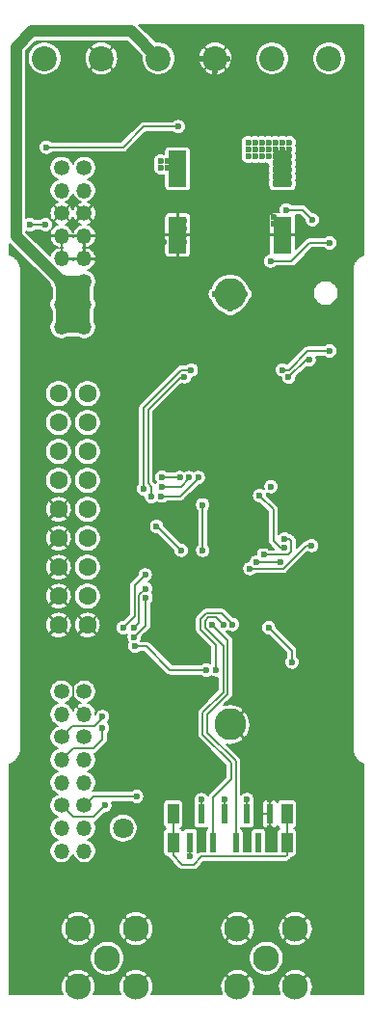
<source format=gtl>
G04 #@! TF.GenerationSoftware,KiCad,Pcbnew,(5.1.9)-1*
G04 #@! TF.CreationDate,2023-01-31T21:02:21+01:00*
G04 #@! TF.ProjectId,Base,42617365-2e6b-4696-9361-645f70636258,rev?*
G04 #@! TF.SameCoordinates,PXd59f80PYd59f80*
G04 #@! TF.FileFunction,Copper,L1,Top*
G04 #@! TF.FilePolarity,Positive*
%FSLAX46Y46*%
G04 Gerber Fmt 4.6, Leading zero omitted, Abs format (unit mm)*
G04 Created by KiCad (PCBNEW (5.1.9)-1) date 2023-01-31 21:02:21*
%MOMM*%
%LPD*%
G01*
G04 APERTURE LIST*
G04 #@! TA.AperFunction,SMDPad,CuDef*
%ADD10R,1.600000X3.200000*%
G04 #@! TD*
G04 #@! TA.AperFunction,ComponentPad*
%ADD11C,2.800000*%
G04 #@! TD*
G04 #@! TA.AperFunction,ComponentPad*
%ADD12O,1.350000X1.350000*%
G04 #@! TD*
G04 #@! TA.AperFunction,ComponentPad*
%ADD13C,1.350000*%
G04 #@! TD*
G04 #@! TA.AperFunction,ComponentPad*
%ADD14C,1.600000*%
G04 #@! TD*
G04 #@! TA.AperFunction,ComponentPad*
%ADD15C,2.300000*%
G04 #@! TD*
G04 #@! TA.AperFunction,ComponentPad*
%ADD16C,2.200000*%
G04 #@! TD*
G04 #@! TA.AperFunction,ComponentPad*
%ADD17C,0.350000*%
G04 #@! TD*
G04 #@! TA.AperFunction,ComponentPad*
%ADD18C,1.800000*%
G04 #@! TD*
G04 #@! TA.AperFunction,SMDPad,CuDef*
%ADD19R,1.000000X1.800000*%
G04 #@! TD*
G04 #@! TA.AperFunction,SMDPad,CuDef*
%ADD20R,0.600000X1.800000*%
G04 #@! TD*
G04 #@! TA.AperFunction,ViaPad*
%ADD21C,0.600000*%
G04 #@! TD*
G04 #@! TA.AperFunction,Conductor*
%ADD22C,0.200000*%
G04 #@! TD*
G04 #@! TA.AperFunction,Conductor*
%ADD23C,1.000000*%
G04 #@! TD*
G04 #@! TA.AperFunction,Conductor*
%ADD24C,0.150000*%
G04 #@! TD*
G04 #@! TA.AperFunction,Conductor*
%ADD25C,0.100000*%
G04 #@! TD*
G04 APERTURE END LIST*
D10*
X24400000Y-18900000D03*
X24400000Y-13100000D03*
D11*
X19800000Y-24100000D03*
X19800000Y-61900000D03*
D12*
X5000000Y-73000000D03*
X5000000Y-71000000D03*
D13*
X5000000Y-69000000D03*
D12*
X7000000Y-71000000D03*
D13*
X7000000Y-69000000D03*
D12*
X7000000Y-73000000D03*
X7000000Y-67000000D03*
X5000000Y-67000000D03*
D13*
X7000000Y-59000000D03*
D12*
X7000000Y-61000000D03*
X7000000Y-65000000D03*
D13*
X7000000Y-63000000D03*
X5000000Y-63000000D03*
D12*
X5000000Y-65000000D03*
X5000000Y-61000000D03*
D13*
X5000000Y-59000000D03*
D12*
X5000000Y-27000000D03*
X5000000Y-25000000D03*
D13*
X5000000Y-23000000D03*
D12*
X7000000Y-25000000D03*
D13*
X7000000Y-23000000D03*
D12*
X7000000Y-27000000D03*
X7000000Y-21000000D03*
X5000000Y-21000000D03*
D13*
X7000000Y-13000000D03*
D12*
X7000000Y-15000000D03*
X7000000Y-19000000D03*
D13*
X7000000Y-17000000D03*
X5000000Y-17000000D03*
D12*
X5000000Y-19000000D03*
X5000000Y-15000000D03*
D13*
X5000000Y-13000000D03*
D14*
X4730000Y-40460000D03*
X4730000Y-50620000D03*
X4730000Y-48080000D03*
X4730000Y-35380000D03*
X4730000Y-53160000D03*
X4730000Y-32840000D03*
X4730000Y-45540000D03*
X4730000Y-43000000D03*
X4730000Y-37920000D03*
X7270000Y-53160000D03*
X7270000Y-32840000D03*
X7270000Y-35380000D03*
X7270000Y-37920000D03*
X7270000Y-40460000D03*
X7270000Y-43000000D03*
X7270000Y-45540000D03*
X7270000Y-48080000D03*
X7270000Y-50620000D03*
D15*
X11540000Y-84898200D03*
X6460000Y-84898200D03*
X6460000Y-79818200D03*
X11540000Y-79818200D03*
X9000000Y-82400000D03*
X25540000Y-84898200D03*
X20460000Y-84898200D03*
X20460000Y-79818200D03*
X25540000Y-79818200D03*
X23000000Y-82400000D03*
D16*
X3500000Y-3400000D03*
X13500000Y-3400000D03*
X8500000Y-3400000D03*
X18500000Y-3400000D03*
X23500000Y-3400000D03*
X28500000Y-3400000D03*
D10*
X15200000Y-18900000D03*
X15200000Y-13100000D03*
D17*
X9950000Y-71450000D03*
X10850000Y-71450000D03*
X10850000Y-70550000D03*
X9950000Y-70550000D03*
X10400000Y-71600000D03*
X11000000Y-71000000D03*
X10400000Y-70400000D03*
X9800000Y-71000000D03*
D18*
X10400000Y-71000000D03*
D19*
X14800000Y-69750000D03*
X24800000Y-72250000D03*
X24800000Y-69750000D03*
X14800000Y-72250000D03*
D20*
X20300000Y-72250000D03*
X21300000Y-69750000D03*
X18300000Y-72250000D03*
X19300000Y-69750000D03*
X17300000Y-69750000D03*
X16300000Y-72250000D03*
X23300000Y-69750000D03*
X22300000Y-72250000D03*
D21*
X14900000Y-12400000D03*
X14900000Y-13000000D03*
X14300000Y-12400000D03*
X13700000Y-12400000D03*
X14300000Y-13000000D03*
X13700000Y-13000000D03*
X24600000Y-42200000D03*
X19800000Y-46800000D03*
X5200000Y-50800000D03*
X15600000Y-35000000D03*
X16600000Y-41800000D03*
X26800000Y-54400000D03*
X19800000Y-49600000D03*
X20500000Y-26950000D03*
X17700000Y-26950000D03*
X13700000Y-11350000D03*
X16800000Y-10900000D03*
X16800000Y-12700000D03*
X16800000Y-12100000D03*
X16800000Y-11500000D03*
X15800000Y-17700000D03*
X15800000Y-18300000D03*
X15800000Y-18900000D03*
X24800000Y-17900000D03*
X24200000Y-17900000D03*
X26800000Y-49850000D03*
X29050000Y-26200000D03*
X28850000Y-31650000D03*
X29100000Y-35000000D03*
X27600000Y-37950000D03*
X24600000Y-39700000D03*
X26550000Y-44050000D03*
X28600000Y-41550000D03*
X28600000Y-57100000D03*
X28600000Y-53900000D03*
X28600000Y-51000000D03*
X23300000Y-71000000D03*
X23300000Y-68500000D03*
X28550000Y-17600000D03*
X3600000Y-17000000D03*
X9000000Y-17600000D03*
X19600000Y-3400000D03*
X18500000Y-4500000D03*
X17400000Y-3400000D03*
X13300000Y-15400000D03*
X12000000Y-14100000D03*
X10800000Y-14100000D03*
X11400000Y-14100000D03*
X19000000Y-20400000D03*
X6200000Y-10400000D03*
X13500000Y-6200000D03*
X13500000Y-6800000D03*
X13500000Y-7400000D03*
X12000000Y-5300000D03*
X11400000Y-5300000D03*
X10800000Y-5300000D03*
X15800000Y-19500000D03*
X14000000Y-19500000D03*
X21200000Y-17900000D03*
X21800000Y-17900000D03*
X22400000Y-17900000D03*
X23000000Y-17900000D03*
X23600000Y-17900000D03*
X23600000Y-17300000D03*
X23000000Y-17300000D03*
X22400000Y-17300000D03*
X21800000Y-17300000D03*
X21200000Y-17300000D03*
X11400000Y-19700000D03*
X12000000Y-19700000D03*
X10800000Y-19700000D03*
X13300000Y-17200000D03*
X13300000Y-17800000D03*
X13300000Y-18400000D03*
X6000000Y-57600000D03*
X8600000Y-61200000D03*
X8600000Y-62200000D03*
X8800000Y-69000000D03*
X13817151Y-40182849D03*
X15400000Y-40200000D03*
X16300000Y-73500000D03*
X24600000Y-46400000D03*
X22400000Y-41800000D03*
X18200000Y-53099979D03*
X19200000Y-53099979D03*
X13792886Y-41007114D03*
X16200000Y-40200000D03*
X13773393Y-41836150D03*
X17000000Y-40200000D03*
X28550000Y-19600000D03*
X21100000Y-24100000D03*
X19800000Y-25400000D03*
X18500000Y-24100000D03*
X23350000Y-21200000D03*
X21400000Y-12000000D03*
X22000000Y-12000000D03*
X23200000Y-12000000D03*
X22600000Y-12000000D03*
X21400000Y-10800000D03*
X21400000Y-11400000D03*
X22000000Y-10800000D03*
X23200000Y-10800000D03*
X22600000Y-11400000D03*
X23200000Y-11400000D03*
X22600000Y-10800000D03*
X22000000Y-11400000D03*
X23800000Y-10800000D03*
X25000000Y-10800000D03*
X24400000Y-11400000D03*
X25000000Y-11400000D03*
X24400000Y-10800000D03*
X23800000Y-11400000D03*
X23800000Y-12000000D03*
X23800000Y-12600000D03*
X23800000Y-13200000D03*
X23800000Y-13800000D03*
X23800000Y-14400000D03*
X25000000Y-13800000D03*
X25000000Y-13200000D03*
X25000000Y-12600000D03*
X25000000Y-12000000D03*
X25000000Y-14400000D03*
X24400000Y-12000000D03*
X24400000Y-12600000D03*
X24400000Y-13200000D03*
X24400000Y-13800000D03*
X24400000Y-14400000D03*
X24750000Y-16700000D03*
X27050000Y-17600000D03*
X17700935Y-57113294D03*
X3600000Y-18000000D03*
X2199999Y-18000000D03*
X11424265Y-55024265D03*
X12382482Y-49968988D03*
X11375735Y-53375735D03*
X12350735Y-48750735D03*
X10400000Y-53400000D03*
X15250000Y-9400000D03*
X3650000Y-11200000D03*
X12416813Y-50783187D03*
X11400000Y-54200000D03*
X18550000Y-57100000D03*
X20000000Y-53099979D03*
X15500000Y-46600030D03*
X13350000Y-44500000D03*
X12200000Y-41200000D03*
X28550000Y-29100000D03*
X16398158Y-30758235D03*
X24400000Y-30758235D03*
X19300000Y-68500000D03*
X22749991Y-47000000D03*
X24600000Y-45600000D03*
X21300000Y-68500000D03*
X17300000Y-68500000D03*
X23400010Y-41000000D03*
X17400000Y-42600000D03*
X17400000Y-46600030D03*
X24200000Y-47600000D03*
X22149991Y-47600000D03*
X12900000Y-41900000D03*
X24950000Y-31400000D03*
X26750000Y-29874998D03*
X15806765Y-31358235D03*
X11600068Y-68200000D03*
X25234301Y-56414229D03*
X23199982Y-53400000D03*
X21549991Y-48200000D03*
X26975735Y-46175735D03*
D22*
X6000000Y-60000000D02*
X7000000Y-61000000D01*
X6000000Y-57600000D02*
X6000000Y-60000000D01*
X5975001Y-62024999D02*
X5000000Y-63000000D01*
X8600000Y-61311998D02*
X8600000Y-61200000D01*
X7886999Y-62024999D02*
X8600000Y-61311998D01*
X5975001Y-62024999D02*
X7886999Y-62024999D01*
X6000000Y-64000000D02*
X5000000Y-65000000D01*
X7800000Y-64000000D02*
X6000000Y-64000000D01*
X8600000Y-63200000D02*
X7800000Y-64000000D01*
X8600000Y-62200000D02*
X8600000Y-63200000D01*
X6024999Y-70024999D02*
X5000000Y-69000000D01*
X7775001Y-70024999D02*
X6024999Y-70024999D01*
X8800000Y-69000000D02*
X7775001Y-70024999D01*
X15382849Y-40182849D02*
X15400000Y-40200000D01*
X13817151Y-40182849D02*
X15382849Y-40182849D01*
X16300000Y-73500000D02*
X16300000Y-72250000D01*
X24600000Y-46400000D02*
X24200000Y-46400000D01*
X24200000Y-46400000D02*
X23600000Y-45800000D01*
X23600000Y-43000000D02*
X22400000Y-41800000D01*
X23600000Y-45800000D02*
X23600000Y-43000000D01*
X19600000Y-54499979D02*
X18200000Y-53099979D01*
X19600000Y-59200000D02*
X19600000Y-54499979D01*
X17800000Y-61000000D02*
X19600000Y-59200000D01*
X17800000Y-62600000D02*
X17800000Y-61000000D01*
X20300000Y-65100000D02*
X17800000Y-62600000D01*
X20300000Y-72250000D02*
X20300000Y-65100000D01*
X17599999Y-52811978D02*
X17599999Y-53399999D01*
X17911999Y-52499978D02*
X17599999Y-52811978D01*
X18599999Y-52499978D02*
X17911999Y-52499978D01*
X19200000Y-53099979D02*
X18599999Y-52499978D01*
X17599999Y-53399999D02*
X19200000Y-55000000D01*
X19200000Y-59034302D02*
X17400000Y-60834302D01*
X19200000Y-55000000D02*
X19200000Y-59034302D01*
X17400000Y-60834302D02*
X17400000Y-62765698D01*
X17400000Y-62765698D02*
X19899990Y-65265688D01*
X19899990Y-65265688D02*
X19899990Y-66700010D01*
X18300000Y-68300000D02*
X18300000Y-72250000D01*
X19899990Y-66700010D02*
X18300000Y-68300000D01*
X16200000Y-40288002D02*
X16200000Y-40200000D01*
X15480888Y-41007114D02*
X16200000Y-40288002D01*
X13792886Y-41007114D02*
X15480888Y-41007114D01*
X17000000Y-40288002D02*
X17000000Y-40200000D01*
X15451852Y-41836150D02*
X17000000Y-40288002D01*
X13773393Y-41836150D02*
X15451852Y-41836150D01*
D23*
X5000000Y-23000000D02*
X5000000Y-27000000D01*
X7000000Y-23000000D02*
X7000000Y-27000000D01*
X5000000Y-27000000D02*
X7000000Y-27000000D01*
X5000000Y-23000000D02*
X7000000Y-23000000D01*
X7000000Y-27000000D02*
X5000000Y-25000000D01*
X5000000Y-27000000D02*
X7000000Y-25000000D01*
X7000000Y-25000000D02*
X5000000Y-23000000D01*
X5000000Y-25000000D02*
X7000000Y-23000000D01*
X5000000Y-25000000D02*
X7000000Y-25000000D01*
X5000000Y-23000000D02*
X1000000Y-19000000D01*
X11100000Y-1000000D02*
X13500000Y-3400000D01*
D22*
X28550000Y-19600000D02*
X26800000Y-19600000D01*
X25200000Y-21200000D02*
X26800000Y-19600000D01*
X23350000Y-21200000D02*
X25200000Y-21200000D01*
D23*
X1000000Y-2400000D02*
X2400000Y-1000000D01*
X1000000Y-19000000D02*
X1000000Y-2400000D01*
X2400000Y-1000000D02*
X11100000Y-1000000D01*
D22*
X26150000Y-16700000D02*
X27050000Y-17600000D01*
X24750000Y-16700000D02*
X26150000Y-16700000D01*
X3600000Y-18000000D02*
X2199999Y-18000000D01*
X17700935Y-57113294D02*
X14513294Y-57113294D01*
X12424265Y-55024265D02*
X11424265Y-55024265D01*
X14513294Y-57113294D02*
X12424265Y-55024265D01*
X12382482Y-49968988D02*
X11816812Y-50534658D01*
X11816812Y-52934658D02*
X11375735Y-53375735D01*
X11816812Y-50534658D02*
X11816812Y-52934658D01*
X11416802Y-49684668D02*
X11416802Y-51383198D01*
X12350735Y-48750735D02*
X11416802Y-49684668D01*
X11416802Y-52383198D02*
X10400000Y-53400000D01*
X11416802Y-49684668D02*
X11416802Y-52383198D01*
X3650000Y-11200000D02*
X10400000Y-11200000D01*
X12200000Y-9400000D02*
X15250000Y-9400000D01*
X10400000Y-11200000D02*
X12200000Y-9400000D01*
X12416813Y-50783187D02*
X12416813Y-53183187D01*
X12416813Y-53183187D02*
X11400000Y-54200000D01*
X18550000Y-57100000D02*
X18550000Y-54915698D01*
X20000000Y-53011977D02*
X20000000Y-53099979D01*
X19087991Y-52099968D02*
X20000000Y-53011977D01*
X17746310Y-52099968D02*
X19087991Y-52099968D01*
X17199989Y-52646289D02*
X17746310Y-52099968D01*
X17199989Y-53565688D02*
X17199989Y-52646289D01*
X18550000Y-54915698D02*
X17199989Y-53565688D01*
X13399970Y-44500000D02*
X13350000Y-44500000D01*
X15500000Y-46600030D02*
X13399970Y-44500000D01*
X12200000Y-41200000D02*
X12200000Y-35634300D01*
X12200000Y-41200000D02*
X12200000Y-35311998D01*
X24978761Y-30758235D02*
X24400000Y-30758235D01*
X26636996Y-29100000D02*
X24978761Y-30758235D01*
X28550000Y-29100000D02*
X26636996Y-29100000D01*
X15518763Y-30758235D02*
X16398158Y-30758235D01*
X12200000Y-34076998D02*
X15518763Y-30758235D01*
X12200000Y-41200000D02*
X12200000Y-34076998D01*
X19300000Y-68500000D02*
X19300000Y-69750000D01*
X24600000Y-45600000D02*
X25024264Y-45600000D01*
X25024264Y-45600000D02*
X25200001Y-45775737D01*
X25200001Y-45775737D02*
X25200001Y-46688001D01*
X25200001Y-46688001D02*
X24888002Y-47000000D01*
X24888002Y-47000000D02*
X22749991Y-47000000D01*
X21300000Y-68500000D02*
X21300000Y-69750000D01*
X17300000Y-68500000D02*
X17300000Y-69750000D01*
X17400000Y-42600000D02*
X17400000Y-46600030D01*
X24200000Y-47600000D02*
X22149991Y-47600000D01*
X12600000Y-35477696D02*
X12600000Y-40711998D01*
X12900000Y-41011998D02*
X12900000Y-41900000D01*
X12600000Y-40711998D02*
X12900000Y-41011998D01*
X26475002Y-29874998D02*
X26750000Y-29874998D01*
X24950000Y-31400000D02*
X26475002Y-29874998D01*
X12600000Y-40711998D02*
X12600000Y-34242696D01*
X15484461Y-31358235D02*
X15806765Y-31358235D01*
X12600000Y-34242696D02*
X15484461Y-31358235D01*
X14800000Y-69750000D02*
X14800000Y-72250000D01*
X24800000Y-69750000D02*
X24800000Y-72250000D01*
X24800000Y-73350000D02*
X24650000Y-73500000D01*
X24800000Y-72250000D02*
X24800000Y-73350000D01*
X24650000Y-73500000D02*
X17300000Y-73500000D01*
X17300000Y-73500000D02*
X16600000Y-74200000D01*
X16600000Y-74200000D02*
X15600000Y-74200000D01*
X14800000Y-73400000D02*
X14800000Y-72250000D01*
X15600000Y-74200000D02*
X14800000Y-73400000D01*
X7800000Y-68200000D02*
X11600068Y-68200000D01*
X7000000Y-69000000D02*
X7800000Y-68200000D01*
X25234301Y-55434319D02*
X23199982Y-53400000D01*
X25234301Y-56414229D02*
X25234301Y-55434319D01*
X26512267Y-46175735D02*
X26975735Y-46175735D01*
X24488001Y-48200001D02*
X26512267Y-46175735D01*
X21549991Y-48200000D02*
X24488001Y-48200001D01*
D24*
X31550001Y-20626412D02*
X31479416Y-20648262D01*
X31441835Y-20664060D01*
X31404001Y-20679345D01*
X31398454Y-20682295D01*
X31226777Y-20775120D01*
X31192932Y-20797948D01*
X31158834Y-20820261D01*
X31153965Y-20824232D01*
X31003588Y-20948636D01*
X30974846Y-20977579D01*
X30945709Y-21006112D01*
X30941704Y-21010953D01*
X30818354Y-21162195D01*
X30795778Y-21196174D01*
X30772741Y-21229819D01*
X30769756Y-21235341D01*
X30769753Y-21235345D01*
X30769753Y-21235346D01*
X30678127Y-21407668D01*
X30662576Y-21445397D01*
X30646518Y-21482864D01*
X30644660Y-21488866D01*
X30588251Y-21675702D01*
X30580319Y-21715760D01*
X30571850Y-21755605D01*
X30571193Y-21761854D01*
X30552168Y-21955883D01*
X30550000Y-21977896D01*
X30550001Y-64022105D01*
X30551919Y-64041581D01*
X30551876Y-64047767D01*
X30552489Y-64054020D01*
X30572890Y-64248117D01*
X30581097Y-64288096D01*
X30588734Y-64328131D01*
X30590550Y-64334146D01*
X30648262Y-64520584D01*
X30664065Y-64558179D01*
X30679345Y-64595998D01*
X30682295Y-64601546D01*
X30775120Y-64773223D01*
X30797944Y-64807062D01*
X30820261Y-64841165D01*
X30824224Y-64846025D01*
X30824230Y-64846033D01*
X30824237Y-64846040D01*
X30948635Y-64996412D01*
X30977582Y-65025157D01*
X31006112Y-65054291D01*
X31010953Y-65058296D01*
X31162195Y-65181646D01*
X31196174Y-65204222D01*
X31229819Y-65227259D01*
X31235346Y-65230248D01*
X31407669Y-65321873D01*
X31445383Y-65337418D01*
X31482864Y-65353482D01*
X31488866Y-65355340D01*
X31550000Y-65373797D01*
X31550001Y-85550000D01*
X26923252Y-85550000D01*
X26941901Y-85516957D01*
X27035678Y-85231570D01*
X27071976Y-84933372D01*
X27049401Y-84633823D01*
X26968822Y-84344433D01*
X26833332Y-84076324D01*
X26794250Y-84017835D01*
X26574789Y-83898767D01*
X25575355Y-84898200D01*
X25589498Y-84912342D01*
X25554142Y-84947698D01*
X25540000Y-84933555D01*
X25525858Y-84947698D01*
X25490502Y-84912342D01*
X25504645Y-84898200D01*
X24505211Y-83898767D01*
X24285750Y-84017835D01*
X24138099Y-84279443D01*
X24044322Y-84564830D01*
X24008024Y-84863028D01*
X24030599Y-85162577D01*
X24111178Y-85451967D01*
X24160719Y-85550000D01*
X21843252Y-85550000D01*
X21861901Y-85516957D01*
X21955678Y-85231570D01*
X21991976Y-84933372D01*
X21969401Y-84633823D01*
X21888822Y-84344433D01*
X21753332Y-84076324D01*
X21714250Y-84017835D01*
X21494789Y-83898767D01*
X20495355Y-84898200D01*
X20509498Y-84912342D01*
X20474142Y-84947698D01*
X20460000Y-84933555D01*
X20445858Y-84947698D01*
X20410502Y-84912342D01*
X20424645Y-84898200D01*
X19425211Y-83898767D01*
X19205750Y-84017835D01*
X19058099Y-84279443D01*
X18964322Y-84564830D01*
X18928024Y-84863028D01*
X18950599Y-85162577D01*
X19031178Y-85451967D01*
X19080719Y-85550000D01*
X12923252Y-85550000D01*
X12941901Y-85516957D01*
X13035678Y-85231570D01*
X13071976Y-84933372D01*
X13049401Y-84633823D01*
X12968822Y-84344433D01*
X12833332Y-84076324D01*
X12794250Y-84017835D01*
X12574789Y-83898767D01*
X11575355Y-84898200D01*
X11589498Y-84912342D01*
X11554142Y-84947698D01*
X11540000Y-84933555D01*
X11525858Y-84947698D01*
X11490502Y-84912342D01*
X11504645Y-84898200D01*
X10505211Y-83898767D01*
X10285750Y-84017835D01*
X10138099Y-84279443D01*
X10044322Y-84564830D01*
X10008024Y-84863028D01*
X10030599Y-85162577D01*
X10111178Y-85451967D01*
X10160719Y-85550000D01*
X7843252Y-85550000D01*
X7861901Y-85516957D01*
X7955678Y-85231570D01*
X7991976Y-84933372D01*
X7969401Y-84633823D01*
X7888822Y-84344433D01*
X7753332Y-84076324D01*
X7714250Y-84017835D01*
X7494789Y-83898767D01*
X6495355Y-84898200D01*
X6509498Y-84912342D01*
X6474142Y-84947698D01*
X6460000Y-84933555D01*
X6445858Y-84947698D01*
X6410502Y-84912342D01*
X6424645Y-84898200D01*
X5425211Y-83898767D01*
X5205750Y-84017835D01*
X5058099Y-84279443D01*
X4964322Y-84564830D01*
X4928024Y-84863028D01*
X4950599Y-85162577D01*
X5031178Y-85451967D01*
X5080719Y-85550000D01*
X450000Y-85550000D01*
X450000Y-83863411D01*
X5460567Y-83863411D01*
X6460000Y-84862845D01*
X7459433Y-83863411D01*
X7340365Y-83643950D01*
X7078757Y-83496299D01*
X6793370Y-83402522D01*
X6495172Y-83366224D01*
X6195623Y-83388799D01*
X5906233Y-83469378D01*
X5638124Y-83604868D01*
X5579635Y-83643950D01*
X5460567Y-83863411D01*
X450000Y-83863411D01*
X450000Y-82249801D01*
X7475000Y-82249801D01*
X7475000Y-82550199D01*
X7533605Y-82844826D01*
X7648562Y-83122358D01*
X7815455Y-83372131D01*
X8027869Y-83584545D01*
X8277642Y-83751438D01*
X8555174Y-83866395D01*
X8849801Y-83925000D01*
X9150199Y-83925000D01*
X9444826Y-83866395D01*
X9452030Y-83863411D01*
X10540567Y-83863411D01*
X11540000Y-84862845D01*
X12539433Y-83863411D01*
X19460567Y-83863411D01*
X20460000Y-84862845D01*
X21459433Y-83863411D01*
X21340365Y-83643950D01*
X21078757Y-83496299D01*
X20793370Y-83402522D01*
X20495172Y-83366224D01*
X20195623Y-83388799D01*
X19906233Y-83469378D01*
X19638124Y-83604868D01*
X19579635Y-83643950D01*
X19460567Y-83863411D01*
X12539433Y-83863411D01*
X12420365Y-83643950D01*
X12158757Y-83496299D01*
X11873370Y-83402522D01*
X11575172Y-83366224D01*
X11275623Y-83388799D01*
X10986233Y-83469378D01*
X10718124Y-83604868D01*
X10659635Y-83643950D01*
X10540567Y-83863411D01*
X9452030Y-83863411D01*
X9722358Y-83751438D01*
X9972131Y-83584545D01*
X10184545Y-83372131D01*
X10351438Y-83122358D01*
X10466395Y-82844826D01*
X10525000Y-82550199D01*
X10525000Y-82249801D01*
X21475000Y-82249801D01*
X21475000Y-82550199D01*
X21533605Y-82844826D01*
X21648562Y-83122358D01*
X21815455Y-83372131D01*
X22027869Y-83584545D01*
X22277642Y-83751438D01*
X22555174Y-83866395D01*
X22849801Y-83925000D01*
X23150199Y-83925000D01*
X23444826Y-83866395D01*
X23452030Y-83863411D01*
X24540567Y-83863411D01*
X25540000Y-84862845D01*
X26539433Y-83863411D01*
X26420365Y-83643950D01*
X26158757Y-83496299D01*
X25873370Y-83402522D01*
X25575172Y-83366224D01*
X25275623Y-83388799D01*
X24986233Y-83469378D01*
X24718124Y-83604868D01*
X24659635Y-83643950D01*
X24540567Y-83863411D01*
X23452030Y-83863411D01*
X23722358Y-83751438D01*
X23972131Y-83584545D01*
X24184545Y-83372131D01*
X24351438Y-83122358D01*
X24466395Y-82844826D01*
X24525000Y-82550199D01*
X24525000Y-82249801D01*
X24466395Y-81955174D01*
X24351438Y-81677642D01*
X24184545Y-81427869D01*
X23972131Y-81215455D01*
X23722358Y-81048562D01*
X23444826Y-80933605D01*
X23150199Y-80875000D01*
X22849801Y-80875000D01*
X22555174Y-80933605D01*
X22277642Y-81048562D01*
X22027869Y-81215455D01*
X21815455Y-81427869D01*
X21648562Y-81677642D01*
X21533605Y-81955174D01*
X21475000Y-82249801D01*
X10525000Y-82249801D01*
X10466395Y-81955174D01*
X10351438Y-81677642D01*
X10184545Y-81427869D01*
X9972131Y-81215455D01*
X9722358Y-81048562D01*
X9444826Y-80933605D01*
X9150199Y-80875000D01*
X8849801Y-80875000D01*
X8555174Y-80933605D01*
X8277642Y-81048562D01*
X8027869Y-81215455D01*
X7815455Y-81427869D01*
X7648562Y-81677642D01*
X7533605Y-81955174D01*
X7475000Y-82249801D01*
X450000Y-82249801D01*
X450000Y-80852989D01*
X5460567Y-80852989D01*
X5579635Y-81072450D01*
X5841243Y-81220101D01*
X6126630Y-81313878D01*
X6424828Y-81350176D01*
X6724377Y-81327601D01*
X7013767Y-81247022D01*
X7281876Y-81111532D01*
X7340365Y-81072450D01*
X7459433Y-80852989D01*
X10540567Y-80852989D01*
X10659635Y-81072450D01*
X10921243Y-81220101D01*
X11206630Y-81313878D01*
X11504828Y-81350176D01*
X11804377Y-81327601D01*
X12093767Y-81247022D01*
X12361876Y-81111532D01*
X12420365Y-81072450D01*
X12539433Y-80852989D01*
X19460567Y-80852989D01*
X19579635Y-81072450D01*
X19841243Y-81220101D01*
X20126630Y-81313878D01*
X20424828Y-81350176D01*
X20724377Y-81327601D01*
X21013767Y-81247022D01*
X21281876Y-81111532D01*
X21340365Y-81072450D01*
X21459433Y-80852989D01*
X24540567Y-80852989D01*
X24659635Y-81072450D01*
X24921243Y-81220101D01*
X25206630Y-81313878D01*
X25504828Y-81350176D01*
X25804377Y-81327601D01*
X26093767Y-81247022D01*
X26361876Y-81111532D01*
X26420365Y-81072450D01*
X26539433Y-80852989D01*
X25540000Y-79853555D01*
X24540567Y-80852989D01*
X21459433Y-80852989D01*
X20460000Y-79853555D01*
X19460567Y-80852989D01*
X12539433Y-80852989D01*
X11540000Y-79853555D01*
X10540567Y-80852989D01*
X7459433Y-80852989D01*
X6460000Y-79853555D01*
X5460567Y-80852989D01*
X450000Y-80852989D01*
X450000Y-79783028D01*
X4928024Y-79783028D01*
X4950599Y-80082577D01*
X5031178Y-80371967D01*
X5166668Y-80640076D01*
X5205750Y-80698565D01*
X5425211Y-80817633D01*
X6424645Y-79818200D01*
X6495355Y-79818200D01*
X7494789Y-80817633D01*
X7714250Y-80698565D01*
X7861901Y-80436957D01*
X7955678Y-80151570D01*
X7991976Y-79853372D01*
X7986675Y-79783028D01*
X10008024Y-79783028D01*
X10030599Y-80082577D01*
X10111178Y-80371967D01*
X10246668Y-80640076D01*
X10285750Y-80698565D01*
X10505211Y-80817633D01*
X11504645Y-79818200D01*
X11575355Y-79818200D01*
X12574789Y-80817633D01*
X12794250Y-80698565D01*
X12941901Y-80436957D01*
X13035678Y-80151570D01*
X13071976Y-79853372D01*
X13066675Y-79783028D01*
X18928024Y-79783028D01*
X18950599Y-80082577D01*
X19031178Y-80371967D01*
X19166668Y-80640076D01*
X19205750Y-80698565D01*
X19425211Y-80817633D01*
X20424645Y-79818200D01*
X20495355Y-79818200D01*
X21494789Y-80817633D01*
X21714250Y-80698565D01*
X21861901Y-80436957D01*
X21955678Y-80151570D01*
X21991976Y-79853372D01*
X21986675Y-79783028D01*
X24008024Y-79783028D01*
X24030599Y-80082577D01*
X24111178Y-80371967D01*
X24246668Y-80640076D01*
X24285750Y-80698565D01*
X24505211Y-80817633D01*
X25504645Y-79818200D01*
X25575355Y-79818200D01*
X26574789Y-80817633D01*
X26794250Y-80698565D01*
X26941901Y-80436957D01*
X27035678Y-80151570D01*
X27071976Y-79853372D01*
X27049401Y-79553823D01*
X26968822Y-79264433D01*
X26833332Y-78996324D01*
X26794250Y-78937835D01*
X26574789Y-78818767D01*
X25575355Y-79818200D01*
X25504645Y-79818200D01*
X24505211Y-78818767D01*
X24285750Y-78937835D01*
X24138099Y-79199443D01*
X24044322Y-79484830D01*
X24008024Y-79783028D01*
X21986675Y-79783028D01*
X21969401Y-79553823D01*
X21888822Y-79264433D01*
X21753332Y-78996324D01*
X21714250Y-78937835D01*
X21494789Y-78818767D01*
X20495355Y-79818200D01*
X20424645Y-79818200D01*
X19425211Y-78818767D01*
X19205750Y-78937835D01*
X19058099Y-79199443D01*
X18964322Y-79484830D01*
X18928024Y-79783028D01*
X13066675Y-79783028D01*
X13049401Y-79553823D01*
X12968822Y-79264433D01*
X12833332Y-78996324D01*
X12794250Y-78937835D01*
X12574789Y-78818767D01*
X11575355Y-79818200D01*
X11504645Y-79818200D01*
X10505211Y-78818767D01*
X10285750Y-78937835D01*
X10138099Y-79199443D01*
X10044322Y-79484830D01*
X10008024Y-79783028D01*
X7986675Y-79783028D01*
X7969401Y-79553823D01*
X7888822Y-79264433D01*
X7753332Y-78996324D01*
X7714250Y-78937835D01*
X7494789Y-78818767D01*
X6495355Y-79818200D01*
X6424645Y-79818200D01*
X5425211Y-78818767D01*
X5205750Y-78937835D01*
X5058099Y-79199443D01*
X4964322Y-79484830D01*
X4928024Y-79783028D01*
X450000Y-79783028D01*
X450000Y-78783411D01*
X5460567Y-78783411D01*
X6460000Y-79782845D01*
X7459433Y-78783411D01*
X10540567Y-78783411D01*
X11540000Y-79782845D01*
X12539433Y-78783411D01*
X19460567Y-78783411D01*
X20460000Y-79782845D01*
X21459433Y-78783411D01*
X24540567Y-78783411D01*
X25540000Y-79782845D01*
X26539433Y-78783411D01*
X26420365Y-78563950D01*
X26158757Y-78416299D01*
X25873370Y-78322522D01*
X25575172Y-78286224D01*
X25275623Y-78308799D01*
X24986233Y-78389378D01*
X24718124Y-78524868D01*
X24659635Y-78563950D01*
X24540567Y-78783411D01*
X21459433Y-78783411D01*
X21340365Y-78563950D01*
X21078757Y-78416299D01*
X20793370Y-78322522D01*
X20495172Y-78286224D01*
X20195623Y-78308799D01*
X19906233Y-78389378D01*
X19638124Y-78524868D01*
X19579635Y-78563950D01*
X19460567Y-78783411D01*
X12539433Y-78783411D01*
X12420365Y-78563950D01*
X12158757Y-78416299D01*
X11873370Y-78322522D01*
X11575172Y-78286224D01*
X11275623Y-78308799D01*
X10986233Y-78389378D01*
X10718124Y-78524868D01*
X10659635Y-78563950D01*
X10540567Y-78783411D01*
X7459433Y-78783411D01*
X7340365Y-78563950D01*
X7078757Y-78416299D01*
X6793370Y-78322522D01*
X6495172Y-78286224D01*
X6195623Y-78308799D01*
X5906233Y-78389378D01*
X5638124Y-78524868D01*
X5579635Y-78563950D01*
X5460567Y-78783411D01*
X450000Y-78783411D01*
X450000Y-65373587D01*
X520584Y-65351738D01*
X558179Y-65335935D01*
X595998Y-65320655D01*
X601546Y-65317705D01*
X773223Y-65224880D01*
X807062Y-65202056D01*
X841165Y-65179739D01*
X846025Y-65175776D01*
X846033Y-65175770D01*
X846040Y-65175763D01*
X996412Y-65051365D01*
X1025157Y-65022418D01*
X1054291Y-64993888D01*
X1058296Y-64989047D01*
X1181646Y-64837805D01*
X1204222Y-64803826D01*
X1227259Y-64770181D01*
X1230248Y-64764654D01*
X1321873Y-64592331D01*
X1337418Y-64554617D01*
X1353482Y-64517136D01*
X1355340Y-64511134D01*
X1411749Y-64324298D01*
X1419678Y-64284253D01*
X1428150Y-64244395D01*
X1428807Y-64238147D01*
X1447852Y-64043913D01*
X1450000Y-64022105D01*
X1450000Y-58896584D01*
X3950000Y-58896584D01*
X3950000Y-59103416D01*
X3990350Y-59306274D01*
X4069502Y-59497362D01*
X4184411Y-59669336D01*
X4330664Y-59815589D01*
X4502638Y-59930498D01*
X4670429Y-60000000D01*
X4502638Y-60069502D01*
X4330664Y-60184411D01*
X4184411Y-60330664D01*
X4069502Y-60502638D01*
X3990350Y-60693726D01*
X3950000Y-60896584D01*
X3950000Y-61103416D01*
X3990350Y-61306274D01*
X4069502Y-61497362D01*
X4184411Y-61669336D01*
X4330664Y-61815589D01*
X4502638Y-61930498D01*
X4670429Y-62000000D01*
X4502638Y-62069502D01*
X4330664Y-62184411D01*
X4184411Y-62330664D01*
X4069502Y-62502638D01*
X3990350Y-62693726D01*
X3950000Y-62896584D01*
X3950000Y-63103416D01*
X3990350Y-63306274D01*
X4069502Y-63497362D01*
X4184411Y-63669336D01*
X4330664Y-63815589D01*
X4502638Y-63930498D01*
X4670429Y-64000000D01*
X4502638Y-64069502D01*
X4330664Y-64184411D01*
X4184411Y-64330664D01*
X4069502Y-64502638D01*
X3990350Y-64693726D01*
X3950000Y-64896584D01*
X3950000Y-65103416D01*
X3990350Y-65306274D01*
X4069502Y-65497362D01*
X4184411Y-65669336D01*
X4330664Y-65815589D01*
X4502638Y-65930498D01*
X4670429Y-66000000D01*
X4502638Y-66069502D01*
X4330664Y-66184411D01*
X4184411Y-66330664D01*
X4069502Y-66502638D01*
X3990350Y-66693726D01*
X3950000Y-66896584D01*
X3950000Y-67103416D01*
X3990350Y-67306274D01*
X4069502Y-67497362D01*
X4184411Y-67669336D01*
X4330664Y-67815589D01*
X4502638Y-67930498D01*
X4670429Y-68000000D01*
X4502638Y-68069502D01*
X4330664Y-68184411D01*
X4184411Y-68330664D01*
X4069502Y-68502638D01*
X3990350Y-68693726D01*
X3950000Y-68896584D01*
X3950000Y-69103416D01*
X3990350Y-69306274D01*
X4069502Y-69497362D01*
X4184411Y-69669336D01*
X4330664Y-69815589D01*
X4502638Y-69930498D01*
X4670429Y-70000000D01*
X4502638Y-70069502D01*
X4330664Y-70184411D01*
X4184411Y-70330664D01*
X4069502Y-70502638D01*
X3990350Y-70693726D01*
X3950000Y-70896584D01*
X3950000Y-71103416D01*
X3990350Y-71306274D01*
X4069502Y-71497362D01*
X4184411Y-71669336D01*
X4330664Y-71815589D01*
X4502638Y-71930498D01*
X4670429Y-72000000D01*
X4502638Y-72069502D01*
X4330664Y-72184411D01*
X4184411Y-72330664D01*
X4069502Y-72502638D01*
X3990350Y-72693726D01*
X3950000Y-72896584D01*
X3950000Y-73103416D01*
X3990350Y-73306274D01*
X4069502Y-73497362D01*
X4184411Y-73669336D01*
X4330664Y-73815589D01*
X4502638Y-73930498D01*
X4693726Y-74009650D01*
X4896584Y-74050000D01*
X5103416Y-74050000D01*
X5306274Y-74009650D01*
X5497362Y-73930498D01*
X5669336Y-73815589D01*
X5815589Y-73669336D01*
X5930498Y-73497362D01*
X6000000Y-73329571D01*
X6069502Y-73497362D01*
X6184411Y-73669336D01*
X6330664Y-73815589D01*
X6502638Y-73930498D01*
X6693726Y-74009650D01*
X6896584Y-74050000D01*
X7103416Y-74050000D01*
X7306274Y-74009650D01*
X7497362Y-73930498D01*
X7669336Y-73815589D01*
X7815589Y-73669336D01*
X7930498Y-73497362D01*
X8009650Y-73306274D01*
X8050000Y-73103416D01*
X8050000Y-72896584D01*
X8009650Y-72693726D01*
X7930498Y-72502638D01*
X7815589Y-72330664D01*
X7669336Y-72184411D01*
X7497362Y-72069502D01*
X7329571Y-72000000D01*
X7497362Y-71930498D01*
X7669336Y-71815589D01*
X7815589Y-71669336D01*
X7930498Y-71497362D01*
X8009650Y-71306274D01*
X8050000Y-71103416D01*
X8050000Y-70896584D01*
X8045593Y-70874423D01*
X9125000Y-70874423D01*
X9125000Y-71125577D01*
X9173998Y-71371904D01*
X9270110Y-71603939D01*
X9409643Y-71812765D01*
X9587235Y-71990357D01*
X9796061Y-72129890D01*
X10028096Y-72226002D01*
X10274423Y-72275000D01*
X10525577Y-72275000D01*
X10771904Y-72226002D01*
X11003939Y-72129890D01*
X11212765Y-71990357D01*
X11390357Y-71812765D01*
X11529890Y-71603939D01*
X11626002Y-71371904D01*
X11675000Y-71125577D01*
X11675000Y-70874423D01*
X11626002Y-70628096D01*
X11529890Y-70396061D01*
X11390357Y-70187235D01*
X11212765Y-70009643D01*
X11003939Y-69870110D01*
X10771904Y-69773998D01*
X10525577Y-69725000D01*
X10274423Y-69725000D01*
X10028096Y-69773998D01*
X9796061Y-69870110D01*
X9587235Y-70009643D01*
X9409643Y-70187235D01*
X9270110Y-70396061D01*
X9173998Y-70628096D01*
X9125000Y-70874423D01*
X8045593Y-70874423D01*
X8009650Y-70693726D01*
X7930498Y-70502638D01*
X7914700Y-70478995D01*
X7957655Y-70465965D01*
X8040174Y-70421858D01*
X8112502Y-70362500D01*
X8127385Y-70344365D01*
X8796751Y-69675000D01*
X8866482Y-69675000D01*
X8996890Y-69649060D01*
X9119732Y-69598177D01*
X9230287Y-69524307D01*
X9324307Y-69430287D01*
X9398177Y-69319732D01*
X9449060Y-69196890D01*
X9475000Y-69066482D01*
X9475000Y-68933518D01*
X9449060Y-68803110D01*
X9398177Y-68680268D01*
X9394657Y-68675000D01*
X11120474Y-68675000D01*
X11169781Y-68724307D01*
X11280336Y-68798177D01*
X11403178Y-68849060D01*
X11533586Y-68875000D01*
X11666550Y-68875000D01*
X11796958Y-68849060D01*
X11919800Y-68798177D01*
X12030355Y-68724307D01*
X12124375Y-68630287D01*
X12198245Y-68519732D01*
X12249128Y-68396890D01*
X12275068Y-68266482D01*
X12275068Y-68133518D01*
X12249128Y-68003110D01*
X12198245Y-67880268D01*
X12124375Y-67769713D01*
X12030355Y-67675693D01*
X11919800Y-67601823D01*
X11796958Y-67550940D01*
X11666550Y-67525000D01*
X11533586Y-67525000D01*
X11403178Y-67550940D01*
X11280336Y-67601823D01*
X11169781Y-67675693D01*
X11120474Y-67725000D01*
X7823332Y-67725000D01*
X7800000Y-67722702D01*
X7758096Y-67726829D01*
X7815589Y-67669336D01*
X7930498Y-67497362D01*
X8009650Y-67306274D01*
X8050000Y-67103416D01*
X8050000Y-66896584D01*
X8009650Y-66693726D01*
X7930498Y-66502638D01*
X7815589Y-66330664D01*
X7669336Y-66184411D01*
X7497362Y-66069502D01*
X7329571Y-66000000D01*
X7497362Y-65930498D01*
X7669336Y-65815589D01*
X7815589Y-65669336D01*
X7930498Y-65497362D01*
X8009650Y-65306274D01*
X8050000Y-65103416D01*
X8050000Y-64896584D01*
X8009650Y-64693726D01*
X7930498Y-64502638D01*
X7905025Y-64464515D01*
X7982654Y-64440966D01*
X8065173Y-64396859D01*
X8137501Y-64337501D01*
X8152384Y-64319366D01*
X8919377Y-63552375D01*
X8937501Y-63537501D01*
X8996859Y-63465173D01*
X9033374Y-63396858D01*
X9040966Y-63382655D01*
X9068127Y-63293116D01*
X9077298Y-63200000D01*
X9075000Y-63176668D01*
X9075000Y-62679594D01*
X9124307Y-62630287D01*
X9198177Y-62519732D01*
X9249060Y-62396890D01*
X9275000Y-62266482D01*
X9275000Y-62133518D01*
X9249060Y-62003110D01*
X9198177Y-61880268D01*
X9124307Y-61769713D01*
X9054594Y-61700000D01*
X9124307Y-61630287D01*
X9198177Y-61519732D01*
X9249060Y-61396890D01*
X9275000Y-61266482D01*
X9275000Y-61133518D01*
X9249060Y-61003110D01*
X9198177Y-60880268D01*
X9124307Y-60769713D01*
X9030287Y-60675693D01*
X8919732Y-60601823D01*
X8796890Y-60550940D01*
X8666482Y-60525000D01*
X8533518Y-60525000D01*
X8403110Y-60550940D01*
X8280268Y-60601823D01*
X8169713Y-60675693D01*
X8075693Y-60769713D01*
X8001823Y-60880268D01*
X7962584Y-60974998D01*
X7955924Y-60974998D01*
X8032868Y-60811098D01*
X8026537Y-60779260D01*
X7963748Y-60583234D01*
X7863923Y-60403224D01*
X7730898Y-60246148D01*
X7569785Y-60118042D01*
X7386775Y-60023829D01*
X7318957Y-60004396D01*
X7497362Y-59930498D01*
X7669336Y-59815589D01*
X7815589Y-59669336D01*
X7930498Y-59497362D01*
X8009650Y-59306274D01*
X8050000Y-59103416D01*
X8050000Y-58896584D01*
X8009650Y-58693726D01*
X7930498Y-58502638D01*
X7815589Y-58330664D01*
X7669336Y-58184411D01*
X7497362Y-58069502D01*
X7306274Y-57990350D01*
X7103416Y-57950000D01*
X6896584Y-57950000D01*
X6693726Y-57990350D01*
X6502638Y-58069502D01*
X6330664Y-58184411D01*
X6184411Y-58330664D01*
X6069502Y-58502638D01*
X6000000Y-58670429D01*
X5930498Y-58502638D01*
X5815589Y-58330664D01*
X5669336Y-58184411D01*
X5497362Y-58069502D01*
X5306274Y-57990350D01*
X5103416Y-57950000D01*
X4896584Y-57950000D01*
X4693726Y-57990350D01*
X4502638Y-58069502D01*
X4330664Y-58184411D01*
X4184411Y-58330664D01*
X4069502Y-58502638D01*
X3990350Y-58693726D01*
X3950000Y-58896584D01*
X1450000Y-58896584D01*
X1450000Y-53946053D01*
X3979302Y-53946053D01*
X4056392Y-54129675D01*
X4258510Y-54242457D01*
X4478746Y-54313641D01*
X4708638Y-54340491D01*
X4939350Y-54321976D01*
X5162017Y-54258806D01*
X5368083Y-54153411D01*
X5403608Y-54129675D01*
X5480698Y-53946053D01*
X6519302Y-53946053D01*
X6596392Y-54129675D01*
X6798510Y-54242457D01*
X7018746Y-54313641D01*
X7248638Y-54340491D01*
X7479350Y-54321976D01*
X7702017Y-54258806D01*
X7908083Y-54153411D01*
X7943608Y-54129675D01*
X8020698Y-53946053D01*
X7270000Y-53195355D01*
X6519302Y-53946053D01*
X5480698Y-53946053D01*
X4730000Y-53195355D01*
X3979302Y-53946053D01*
X1450000Y-53946053D01*
X1450000Y-53138638D01*
X3549509Y-53138638D01*
X3568024Y-53369350D01*
X3631194Y-53592017D01*
X3736589Y-53798083D01*
X3760325Y-53833608D01*
X3943947Y-53910698D01*
X4694645Y-53160000D01*
X4765355Y-53160000D01*
X5516053Y-53910698D01*
X5699675Y-53833608D01*
X5812457Y-53631490D01*
X5883641Y-53411254D01*
X5910491Y-53181362D01*
X5907063Y-53138638D01*
X6089509Y-53138638D01*
X6108024Y-53369350D01*
X6171194Y-53592017D01*
X6276589Y-53798083D01*
X6300325Y-53833608D01*
X6483947Y-53910698D01*
X7234645Y-53160000D01*
X7305355Y-53160000D01*
X8056053Y-53910698D01*
X8239675Y-53833608D01*
X8352457Y-53631490D01*
X8423641Y-53411254D01*
X8432720Y-53333518D01*
X9725000Y-53333518D01*
X9725000Y-53466482D01*
X9750940Y-53596890D01*
X9801823Y-53719732D01*
X9875693Y-53830287D01*
X9969713Y-53924307D01*
X10080268Y-53998177D01*
X10203110Y-54049060D01*
X10333518Y-54075000D01*
X10466482Y-54075000D01*
X10596890Y-54049060D01*
X10719732Y-53998177D01*
X10765708Y-53967457D01*
X10750940Y-54003110D01*
X10725000Y-54133518D01*
X10725000Y-54266482D01*
X10750940Y-54396890D01*
X10801823Y-54519732D01*
X10875693Y-54630287D01*
X10875696Y-54630290D01*
X10826088Y-54704533D01*
X10775205Y-54827375D01*
X10749265Y-54957783D01*
X10749265Y-55090747D01*
X10775205Y-55221155D01*
X10826088Y-55343997D01*
X10899958Y-55454552D01*
X10993978Y-55548572D01*
X11104533Y-55622442D01*
X11227375Y-55673325D01*
X11357783Y-55699265D01*
X11490747Y-55699265D01*
X11621155Y-55673325D01*
X11743997Y-55622442D01*
X11854552Y-55548572D01*
X11903859Y-55499265D01*
X12227515Y-55499265D01*
X14160915Y-57432666D01*
X14175793Y-57450795D01*
X14248121Y-57510153D01*
X14330640Y-57554260D01*
X14393016Y-57573182D01*
X14420177Y-57581421D01*
X14513293Y-57590592D01*
X14536625Y-57588294D01*
X17221341Y-57588294D01*
X17270648Y-57637601D01*
X17381203Y-57711471D01*
X17504045Y-57762354D01*
X17634453Y-57788294D01*
X17767417Y-57788294D01*
X17897825Y-57762354D01*
X18020667Y-57711471D01*
X18131222Y-57637601D01*
X18134581Y-57634242D01*
X18230268Y-57698177D01*
X18353110Y-57749060D01*
X18483518Y-57775000D01*
X18616482Y-57775000D01*
X18725001Y-57753414D01*
X18725001Y-58837550D01*
X17080634Y-60481918D01*
X17062499Y-60496801D01*
X17003141Y-60569129D01*
X16959034Y-60651649D01*
X16946270Y-60693726D01*
X16931873Y-60741186D01*
X16922702Y-60834302D01*
X16925000Y-60857635D01*
X16925001Y-62742356D01*
X16922702Y-62765698D01*
X16931873Y-62858814D01*
X16955743Y-62937501D01*
X16959035Y-62948352D01*
X17003142Y-63030871D01*
X17062500Y-63103199D01*
X17080629Y-63118077D01*
X19424990Y-65462440D01*
X19424991Y-66503257D01*
X17980634Y-67947616D01*
X17962499Y-67962499D01*
X17903141Y-68034827D01*
X17859034Y-68117347D01*
X17858129Y-68120331D01*
X17824307Y-68069713D01*
X17730287Y-67975693D01*
X17619732Y-67901823D01*
X17496890Y-67850940D01*
X17366482Y-67825000D01*
X17233518Y-67825000D01*
X17103110Y-67850940D01*
X16980268Y-67901823D01*
X16869713Y-67975693D01*
X16775693Y-68069713D01*
X16701823Y-68180268D01*
X16650940Y-68303110D01*
X16625000Y-68433518D01*
X16625000Y-68566482D01*
X16650940Y-68696890D01*
X16653425Y-68702889D01*
X16651869Y-68705800D01*
X16630426Y-68776487D01*
X16623186Y-68850000D01*
X16623186Y-70650000D01*
X16630426Y-70723513D01*
X16651869Y-70794200D01*
X16686691Y-70859347D01*
X16733552Y-70916448D01*
X16790653Y-70963309D01*
X16855800Y-70998131D01*
X16926487Y-71019574D01*
X17000000Y-71026814D01*
X17600000Y-71026814D01*
X17673513Y-71019574D01*
X17744200Y-70998131D01*
X17809347Y-70963309D01*
X17825001Y-70950463D01*
X17825001Y-71018332D01*
X17790653Y-71036691D01*
X17733552Y-71083552D01*
X17686691Y-71140653D01*
X17651869Y-71205800D01*
X17630426Y-71276487D01*
X17623186Y-71350000D01*
X17623186Y-73025000D01*
X17323329Y-73025000D01*
X17299999Y-73022702D01*
X17276669Y-73025000D01*
X17276668Y-73025000D01*
X17206884Y-73031873D01*
X17117346Y-73059034D01*
X17034827Y-73103141D01*
X16976734Y-73150817D01*
X16976814Y-73150000D01*
X16976814Y-71350000D01*
X16969574Y-71276487D01*
X16948131Y-71205800D01*
X16913309Y-71140653D01*
X16866448Y-71083552D01*
X16809347Y-71036691D01*
X16744200Y-71001869D01*
X16673513Y-70980426D01*
X16600000Y-70973186D01*
X16000000Y-70973186D01*
X15926487Y-70980426D01*
X15855800Y-71001869D01*
X15790653Y-71036691D01*
X15733552Y-71083552D01*
X15686691Y-71140653D01*
X15651869Y-71205800D01*
X15650000Y-71211961D01*
X15648131Y-71205800D01*
X15613309Y-71140653D01*
X15566448Y-71083552D01*
X15509347Y-71036691D01*
X15444200Y-71001869D01*
X15438039Y-71000000D01*
X15444200Y-70998131D01*
X15509347Y-70963309D01*
X15566448Y-70916448D01*
X15613309Y-70859347D01*
X15648131Y-70794200D01*
X15669574Y-70723513D01*
X15676814Y-70650000D01*
X15676814Y-68850000D01*
X15669574Y-68776487D01*
X15648131Y-68705800D01*
X15613309Y-68640653D01*
X15566448Y-68583552D01*
X15509347Y-68536691D01*
X15444200Y-68501869D01*
X15373513Y-68480426D01*
X15300000Y-68473186D01*
X14300000Y-68473186D01*
X14226487Y-68480426D01*
X14155800Y-68501869D01*
X14090653Y-68536691D01*
X14033552Y-68583552D01*
X13986691Y-68640653D01*
X13951869Y-68705800D01*
X13930426Y-68776487D01*
X13923186Y-68850000D01*
X13923186Y-70650000D01*
X13930426Y-70723513D01*
X13951869Y-70794200D01*
X13986691Y-70859347D01*
X14033552Y-70916448D01*
X14090653Y-70963309D01*
X14155800Y-70998131D01*
X14161961Y-71000000D01*
X14155800Y-71001869D01*
X14090653Y-71036691D01*
X14033552Y-71083552D01*
X13986691Y-71140653D01*
X13951869Y-71205800D01*
X13930426Y-71276487D01*
X13923186Y-71350000D01*
X13923186Y-73150000D01*
X13930426Y-73223513D01*
X13951869Y-73294200D01*
X13986691Y-73359347D01*
X14033552Y-73416448D01*
X14090653Y-73463309D01*
X14155800Y-73498131D01*
X14226487Y-73519574D01*
X14300000Y-73526814D01*
X14342095Y-73526814D01*
X14359034Y-73582653D01*
X14403141Y-73665173D01*
X14462499Y-73737501D01*
X14480634Y-73752384D01*
X15247625Y-74519377D01*
X15262499Y-74537501D01*
X15334827Y-74596859D01*
X15388602Y-74625602D01*
X15417345Y-74640966D01*
X15506884Y-74668127D01*
X15600000Y-74677298D01*
X15623332Y-74675000D01*
X16576668Y-74675000D01*
X16600000Y-74677298D01*
X16623332Y-74675000D01*
X16693116Y-74668127D01*
X16782654Y-74640966D01*
X16865173Y-74596859D01*
X16937501Y-74537501D01*
X16952384Y-74519366D01*
X17496751Y-73975000D01*
X24626668Y-73975000D01*
X24650000Y-73977298D01*
X24673332Y-73975000D01*
X24743116Y-73968127D01*
X24832654Y-73940966D01*
X24915173Y-73896859D01*
X24987501Y-73837501D01*
X25002384Y-73819366D01*
X25119366Y-73702384D01*
X25137501Y-73687501D01*
X25196859Y-73615173D01*
X25240966Y-73532654D01*
X25242738Y-73526814D01*
X25300000Y-73526814D01*
X25373513Y-73519574D01*
X25444200Y-73498131D01*
X25509347Y-73463309D01*
X25566448Y-73416448D01*
X25613309Y-73359347D01*
X25648131Y-73294200D01*
X25669574Y-73223513D01*
X25676814Y-73150000D01*
X25676814Y-71350000D01*
X25669574Y-71276487D01*
X25648131Y-71205800D01*
X25613309Y-71140653D01*
X25566448Y-71083552D01*
X25509347Y-71036691D01*
X25444200Y-71001869D01*
X25438039Y-71000000D01*
X25444200Y-70998131D01*
X25509347Y-70963309D01*
X25566448Y-70916448D01*
X25613309Y-70859347D01*
X25648131Y-70794200D01*
X25669574Y-70723513D01*
X25676814Y-70650000D01*
X25676814Y-68850000D01*
X25669574Y-68776487D01*
X25648131Y-68705800D01*
X25613309Y-68640653D01*
X25566448Y-68583552D01*
X25509347Y-68536691D01*
X25444200Y-68501869D01*
X25373513Y-68480426D01*
X25300000Y-68473186D01*
X24300000Y-68473186D01*
X24226487Y-68480426D01*
X24155800Y-68501869D01*
X24090653Y-68536691D01*
X24033552Y-68583552D01*
X23986691Y-68640653D01*
X23951869Y-68705800D01*
X23950000Y-68711961D01*
X23948131Y-68705800D01*
X23913309Y-68640653D01*
X23866448Y-68583552D01*
X23809347Y-68536691D01*
X23744200Y-68501869D01*
X23673513Y-68480426D01*
X23600000Y-68473186D01*
X23418750Y-68475000D01*
X23325000Y-68568750D01*
X23325000Y-69725000D01*
X23345000Y-69725000D01*
X23345000Y-69775000D01*
X23325000Y-69775000D01*
X23325000Y-70931250D01*
X23418750Y-71025000D01*
X23600000Y-71026814D01*
X23673513Y-71019574D01*
X23744200Y-70998131D01*
X23809347Y-70963309D01*
X23866448Y-70916448D01*
X23913309Y-70859347D01*
X23948131Y-70794200D01*
X23950000Y-70788039D01*
X23951869Y-70794200D01*
X23986691Y-70859347D01*
X24033552Y-70916448D01*
X24090653Y-70963309D01*
X24155800Y-70998131D01*
X24161961Y-71000000D01*
X24155800Y-71001869D01*
X24090653Y-71036691D01*
X24033552Y-71083552D01*
X23986691Y-71140653D01*
X23951869Y-71205800D01*
X23930426Y-71276487D01*
X23923186Y-71350000D01*
X23923186Y-73025000D01*
X22976814Y-73025000D01*
X22976814Y-71350000D01*
X22969574Y-71276487D01*
X22948131Y-71205800D01*
X22913309Y-71140653D01*
X22866448Y-71083552D01*
X22809347Y-71036691D01*
X22744200Y-71001869D01*
X22673513Y-70980426D01*
X22600000Y-70973186D01*
X22000000Y-70973186D01*
X21926487Y-70980426D01*
X21855800Y-71001869D01*
X21790653Y-71036691D01*
X21733552Y-71083552D01*
X21686691Y-71140653D01*
X21651869Y-71205800D01*
X21630426Y-71276487D01*
X21623186Y-71350000D01*
X21623186Y-73025000D01*
X20976814Y-73025000D01*
X20976814Y-71350000D01*
X20969574Y-71276487D01*
X20948131Y-71205800D01*
X20913309Y-71140653D01*
X20866448Y-71083552D01*
X20809347Y-71036691D01*
X20775000Y-71018332D01*
X20775000Y-70950463D01*
X20790653Y-70963309D01*
X20855800Y-70998131D01*
X20926487Y-71019574D01*
X21000000Y-71026814D01*
X21600000Y-71026814D01*
X21673513Y-71019574D01*
X21744200Y-70998131D01*
X21809347Y-70963309D01*
X21866448Y-70916448D01*
X21913309Y-70859347D01*
X21948131Y-70794200D01*
X21969574Y-70723513D01*
X21976814Y-70650000D01*
X22623186Y-70650000D01*
X22630426Y-70723513D01*
X22651869Y-70794200D01*
X22686691Y-70859347D01*
X22733552Y-70916448D01*
X22790653Y-70963309D01*
X22855800Y-70998131D01*
X22926487Y-71019574D01*
X23000000Y-71026814D01*
X23181250Y-71025000D01*
X23275000Y-70931250D01*
X23275000Y-69775000D01*
X22718750Y-69775000D01*
X22625000Y-69868750D01*
X22623186Y-70650000D01*
X21976814Y-70650000D01*
X21976814Y-68850000D01*
X22623186Y-68850000D01*
X22625000Y-69631250D01*
X22718750Y-69725000D01*
X23275000Y-69725000D01*
X23275000Y-68568750D01*
X23181250Y-68475000D01*
X23000000Y-68473186D01*
X22926487Y-68480426D01*
X22855800Y-68501869D01*
X22790653Y-68536691D01*
X22733552Y-68583552D01*
X22686691Y-68640653D01*
X22651869Y-68705800D01*
X22630426Y-68776487D01*
X22623186Y-68850000D01*
X21976814Y-68850000D01*
X21969574Y-68776487D01*
X21948131Y-68705800D01*
X21946575Y-68702889D01*
X21949060Y-68696890D01*
X21975000Y-68566482D01*
X21975000Y-68433518D01*
X21949060Y-68303110D01*
X21898177Y-68180268D01*
X21824307Y-68069713D01*
X21730287Y-67975693D01*
X21619732Y-67901823D01*
X21496890Y-67850940D01*
X21366482Y-67825000D01*
X21233518Y-67825000D01*
X21103110Y-67850940D01*
X20980268Y-67901823D01*
X20869713Y-67975693D01*
X20775693Y-68069713D01*
X20775000Y-68070750D01*
X20775000Y-65123332D01*
X20777298Y-65100000D01*
X20768127Y-65006884D01*
X20760963Y-64983267D01*
X20740966Y-64917346D01*
X20696859Y-64834827D01*
X20637501Y-64762499D01*
X20619377Y-64747625D01*
X19526416Y-63654665D01*
X19754964Y-63683018D01*
X20103680Y-63657544D01*
X20440725Y-63564528D01*
X20753147Y-63407545D01*
X20828039Y-63357505D01*
X20977087Y-63112443D01*
X19800000Y-61935355D01*
X19785858Y-61949498D01*
X19750502Y-61914142D01*
X19764645Y-61900000D01*
X19835355Y-61900000D01*
X21012443Y-63077087D01*
X21257505Y-62928039D01*
X21430060Y-62623939D01*
X21539972Y-62292020D01*
X21583018Y-61945036D01*
X21557544Y-61596320D01*
X21464528Y-61259275D01*
X21307545Y-60946853D01*
X21257505Y-60871961D01*
X21012443Y-60722913D01*
X19835355Y-61900000D01*
X19764645Y-61900000D01*
X19750502Y-61885858D01*
X19785858Y-61850502D01*
X19800000Y-61864645D01*
X20977087Y-60687557D01*
X20828039Y-60442495D01*
X20523939Y-60269940D01*
X20192020Y-60160028D01*
X19845036Y-60116982D01*
X19496320Y-60142456D01*
X19265630Y-60206121D01*
X19919371Y-59552379D01*
X19937501Y-59537501D01*
X19996859Y-59465173D01*
X20040966Y-59382654D01*
X20068127Y-59293116D01*
X20075000Y-59223332D01*
X20075000Y-59223331D01*
X20077298Y-59200001D01*
X20075000Y-59176669D01*
X20075000Y-54523311D01*
X20077298Y-54499979D01*
X20068127Y-54406862D01*
X20047993Y-54340491D01*
X20040966Y-54317325D01*
X19996859Y-54234806D01*
X19937501Y-54162478D01*
X19919371Y-54147599D01*
X19484515Y-53712743D01*
X19519732Y-53698156D01*
X19600000Y-53644523D01*
X19680268Y-53698156D01*
X19803110Y-53749039D01*
X19933518Y-53774979D01*
X20066482Y-53774979D01*
X20196890Y-53749039D01*
X20319732Y-53698156D01*
X20430287Y-53624286D01*
X20524307Y-53530266D01*
X20598177Y-53419711D01*
X20633879Y-53333518D01*
X22524982Y-53333518D01*
X22524982Y-53466482D01*
X22550922Y-53596890D01*
X22601805Y-53719732D01*
X22675675Y-53830287D01*
X22769695Y-53924307D01*
X22880250Y-53998177D01*
X23003092Y-54049060D01*
X23133500Y-54075000D01*
X23203232Y-54075000D01*
X24759302Y-55631072D01*
X24759301Y-55934635D01*
X24709994Y-55983942D01*
X24636124Y-56094497D01*
X24585241Y-56217339D01*
X24559301Y-56347747D01*
X24559301Y-56480711D01*
X24585241Y-56611119D01*
X24636124Y-56733961D01*
X24709994Y-56844516D01*
X24804014Y-56938536D01*
X24914569Y-57012406D01*
X25037411Y-57063289D01*
X25167819Y-57089229D01*
X25300783Y-57089229D01*
X25431191Y-57063289D01*
X25554033Y-57012406D01*
X25664588Y-56938536D01*
X25758608Y-56844516D01*
X25832478Y-56733961D01*
X25883361Y-56611119D01*
X25909301Y-56480711D01*
X25909301Y-56347747D01*
X25883361Y-56217339D01*
X25832478Y-56094497D01*
X25758608Y-55983942D01*
X25709301Y-55934635D01*
X25709301Y-55457651D01*
X25711599Y-55434319D01*
X25702428Y-55341203D01*
X25675267Y-55251665D01*
X25631160Y-55169146D01*
X25571802Y-55096818D01*
X25553678Y-55081944D01*
X23874982Y-53403250D01*
X23874982Y-53333518D01*
X23849042Y-53203110D01*
X23798159Y-53080268D01*
X23724289Y-52969713D01*
X23630269Y-52875693D01*
X23519714Y-52801823D01*
X23396872Y-52750940D01*
X23266464Y-52725000D01*
X23133500Y-52725000D01*
X23003092Y-52750940D01*
X22880250Y-52801823D01*
X22769695Y-52875693D01*
X22675675Y-52969713D01*
X22601805Y-53080268D01*
X22550922Y-53203110D01*
X22524982Y-53333518D01*
X20633879Y-53333518D01*
X20649060Y-53296869D01*
X20675000Y-53166461D01*
X20675000Y-53033497D01*
X20649060Y-52903089D01*
X20598177Y-52780247D01*
X20524307Y-52669692D01*
X20430287Y-52575672D01*
X20319732Y-52501802D01*
X20196890Y-52450919D01*
X20089289Y-52429516D01*
X19440375Y-51780602D01*
X19425492Y-51762467D01*
X19353164Y-51703109D01*
X19270645Y-51659002D01*
X19181107Y-51631841D01*
X19111323Y-51624968D01*
X19087991Y-51622670D01*
X19064659Y-51624968D01*
X17769642Y-51624968D01*
X17746310Y-51622670D01*
X17722978Y-51624968D01*
X17653194Y-51631841D01*
X17563656Y-51659002D01*
X17481137Y-51703109D01*
X17408809Y-51762467D01*
X17393935Y-51780591D01*
X16880618Y-52293910D01*
X16862489Y-52308788D01*
X16803131Y-52381116D01*
X16782697Y-52419346D01*
X16759024Y-52463635D01*
X16731862Y-52553173D01*
X16722691Y-52646289D01*
X16724990Y-52669631D01*
X16724989Y-53542355D01*
X16722691Y-53565688D01*
X16731862Y-53658804D01*
X16740101Y-53685965D01*
X16759023Y-53748341D01*
X16803130Y-53830861D01*
X16862488Y-53903189D01*
X16880623Y-53918072D01*
X18075001Y-55112450D01*
X18075000Y-56551421D01*
X18020667Y-56515117D01*
X17897825Y-56464234D01*
X17767417Y-56438294D01*
X17634453Y-56438294D01*
X17504045Y-56464234D01*
X17381203Y-56515117D01*
X17270648Y-56588987D01*
X17221341Y-56638294D01*
X14710045Y-56638294D01*
X12776649Y-54704899D01*
X12761766Y-54686764D01*
X12689438Y-54627406D01*
X12606919Y-54583299D01*
X12517381Y-54556138D01*
X12447597Y-54549265D01*
X12424265Y-54546967D01*
X12400933Y-54549265D01*
X11978444Y-54549265D01*
X11998177Y-54519732D01*
X12049060Y-54396890D01*
X12075000Y-54266482D01*
X12075000Y-54196751D01*
X12736190Y-53535562D01*
X12754314Y-53520688D01*
X12813672Y-53448360D01*
X12857779Y-53365841D01*
X12884940Y-53276303D01*
X12891813Y-53206519D01*
X12894111Y-53183187D01*
X12891813Y-53159855D01*
X12891813Y-51262781D01*
X12941120Y-51213474D01*
X13014990Y-51102919D01*
X13065873Y-50980077D01*
X13091813Y-50849669D01*
X13091813Y-50716705D01*
X13065873Y-50586297D01*
X13014990Y-50463455D01*
X12941120Y-50352900D01*
X12939115Y-50350895D01*
X12980659Y-50288720D01*
X13031542Y-50165878D01*
X13057482Y-50035470D01*
X13057482Y-49902506D01*
X13031542Y-49772098D01*
X12980659Y-49649256D01*
X12906789Y-49538701D01*
X12812769Y-49444681D01*
X12702214Y-49370811D01*
X12659906Y-49353286D01*
X12670467Y-49348912D01*
X12781022Y-49275042D01*
X12875042Y-49181022D01*
X12948912Y-49070467D01*
X12999795Y-48947625D01*
X13025735Y-48817217D01*
X13025735Y-48684253D01*
X12999795Y-48553845D01*
X12948912Y-48431003D01*
X12875042Y-48320448D01*
X12781022Y-48226428D01*
X12670467Y-48152558D01*
X12624501Y-48133518D01*
X20874991Y-48133518D01*
X20874991Y-48266482D01*
X20900931Y-48396890D01*
X20951814Y-48519732D01*
X21025684Y-48630287D01*
X21119704Y-48724307D01*
X21230259Y-48798177D01*
X21353101Y-48849060D01*
X21483509Y-48875000D01*
X21616473Y-48875000D01*
X21746881Y-48849060D01*
X21869723Y-48798177D01*
X21980278Y-48724307D01*
X22029586Y-48674999D01*
X24464668Y-48675001D01*
X24488001Y-48677299D01*
X24581117Y-48668128D01*
X24608278Y-48659889D01*
X24670654Y-48640967D01*
X24753173Y-48596860D01*
X24825501Y-48537502D01*
X24840379Y-48519373D01*
X26613944Y-46745809D01*
X26656003Y-46773912D01*
X26778845Y-46824795D01*
X26909253Y-46850735D01*
X27042217Y-46850735D01*
X27172625Y-46824795D01*
X27295467Y-46773912D01*
X27406022Y-46700042D01*
X27500042Y-46606022D01*
X27573912Y-46495467D01*
X27624795Y-46372625D01*
X27650735Y-46242217D01*
X27650735Y-46109253D01*
X27624795Y-45978845D01*
X27573912Y-45856003D01*
X27500042Y-45745448D01*
X27406022Y-45651428D01*
X27295467Y-45577558D01*
X27172625Y-45526675D01*
X27042217Y-45500735D01*
X26909253Y-45500735D01*
X26778845Y-45526675D01*
X26656003Y-45577558D01*
X26545448Y-45651428D01*
X26496928Y-45699948D01*
X26419150Y-45707608D01*
X26391989Y-45715847D01*
X26329613Y-45734769D01*
X26247094Y-45778876D01*
X26174766Y-45838234D01*
X26159888Y-45856363D01*
X25675001Y-46341250D01*
X25675001Y-45799069D01*
X25677299Y-45775737D01*
X25668128Y-45682621D01*
X25640967Y-45593084D01*
X25640967Y-45593083D01*
X25596860Y-45510564D01*
X25537502Y-45438236D01*
X25519372Y-45423357D01*
X25376647Y-45280633D01*
X25361765Y-45262499D01*
X25289437Y-45203141D01*
X25206918Y-45159034D01*
X25117380Y-45131873D01*
X25083090Y-45128496D01*
X25030287Y-45075693D01*
X24919732Y-45001823D01*
X24796890Y-44950940D01*
X24666482Y-44925000D01*
X24533518Y-44925000D01*
X24403110Y-44950940D01*
X24280268Y-45001823D01*
X24169713Y-45075693D01*
X24075693Y-45169713D01*
X24075000Y-45170750D01*
X24075000Y-43023331D01*
X24077298Y-42999999D01*
X24068127Y-42906883D01*
X24059888Y-42879722D01*
X24040966Y-42817346D01*
X23996859Y-42734827D01*
X23937501Y-42662499D01*
X23919371Y-42647620D01*
X23075000Y-41803250D01*
X23075000Y-41733518D01*
X23049060Y-41603110D01*
X23034288Y-41567448D01*
X23080278Y-41598177D01*
X23203120Y-41649060D01*
X23333528Y-41675000D01*
X23466492Y-41675000D01*
X23596900Y-41649060D01*
X23719742Y-41598177D01*
X23830297Y-41524307D01*
X23924317Y-41430287D01*
X23998187Y-41319732D01*
X24049070Y-41196890D01*
X24075010Y-41066482D01*
X24075010Y-40933518D01*
X24049070Y-40803110D01*
X23998187Y-40680268D01*
X23924317Y-40569713D01*
X23830297Y-40475693D01*
X23719742Y-40401823D01*
X23596900Y-40350940D01*
X23466492Y-40325000D01*
X23333528Y-40325000D01*
X23203120Y-40350940D01*
X23080278Y-40401823D01*
X22969723Y-40475693D01*
X22875703Y-40569713D01*
X22801833Y-40680268D01*
X22750950Y-40803110D01*
X22725010Y-40933518D01*
X22725010Y-41066482D01*
X22750950Y-41196890D01*
X22765722Y-41232552D01*
X22719732Y-41201823D01*
X22596890Y-41150940D01*
X22466482Y-41125000D01*
X22333518Y-41125000D01*
X22203110Y-41150940D01*
X22080268Y-41201823D01*
X21969713Y-41275693D01*
X21875693Y-41369713D01*
X21801823Y-41480268D01*
X21750940Y-41603110D01*
X21725000Y-41733518D01*
X21725000Y-41866482D01*
X21750940Y-41996890D01*
X21801823Y-42119732D01*
X21875693Y-42230287D01*
X21969713Y-42324307D01*
X22080268Y-42398177D01*
X22203110Y-42449060D01*
X22333518Y-42475000D01*
X22403250Y-42475000D01*
X23125001Y-43196752D01*
X23125000Y-45776668D01*
X23122702Y-45800000D01*
X23125000Y-45823331D01*
X23131873Y-45893115D01*
X23159034Y-45982653D01*
X23203141Y-46065173D01*
X23262499Y-46137501D01*
X23280634Y-46152384D01*
X23653249Y-46525000D01*
X23229585Y-46525000D01*
X23180278Y-46475693D01*
X23069723Y-46401823D01*
X22946881Y-46350940D01*
X22816473Y-46325000D01*
X22683509Y-46325000D01*
X22553101Y-46350940D01*
X22430259Y-46401823D01*
X22319704Y-46475693D01*
X22225684Y-46569713D01*
X22151814Y-46680268D01*
X22100931Y-46803110D01*
X22076404Y-46926413D01*
X21953101Y-46950940D01*
X21830259Y-47001823D01*
X21719704Y-47075693D01*
X21625684Y-47169713D01*
X21551814Y-47280268D01*
X21500931Y-47403110D01*
X21476404Y-47526413D01*
X21353101Y-47550940D01*
X21230259Y-47601823D01*
X21119704Y-47675693D01*
X21025684Y-47769713D01*
X20951814Y-47880268D01*
X20900931Y-48003110D01*
X20874991Y-48133518D01*
X12624501Y-48133518D01*
X12547625Y-48101675D01*
X12417217Y-48075735D01*
X12284253Y-48075735D01*
X12153845Y-48101675D01*
X12031003Y-48152558D01*
X11920448Y-48226428D01*
X11826428Y-48320448D01*
X11752558Y-48431003D01*
X11701675Y-48553845D01*
X11675735Y-48684253D01*
X11675735Y-48753984D01*
X11097436Y-49332284D01*
X11079301Y-49347167D01*
X11019943Y-49419495D01*
X10975836Y-49502015D01*
X10956914Y-49564391D01*
X10948675Y-49591552D01*
X10939504Y-49684668D01*
X10941802Y-49708000D01*
X10941803Y-52186446D01*
X10403250Y-52725000D01*
X10333518Y-52725000D01*
X10203110Y-52750940D01*
X10080268Y-52801823D01*
X9969713Y-52875693D01*
X9875693Y-52969713D01*
X9801823Y-53080268D01*
X9750940Y-53203110D01*
X9725000Y-53333518D01*
X8432720Y-53333518D01*
X8450491Y-53181362D01*
X8431976Y-52950650D01*
X8368806Y-52727983D01*
X8263411Y-52521917D01*
X8239675Y-52486392D01*
X8056053Y-52409302D01*
X7305355Y-53160000D01*
X7234645Y-53160000D01*
X6483947Y-52409302D01*
X6300325Y-52486392D01*
X6187543Y-52688510D01*
X6116359Y-52908746D01*
X6089509Y-53138638D01*
X5907063Y-53138638D01*
X5891976Y-52950650D01*
X5828806Y-52727983D01*
X5723411Y-52521917D01*
X5699675Y-52486392D01*
X5516053Y-52409302D01*
X4765355Y-53160000D01*
X4694645Y-53160000D01*
X3943947Y-52409302D01*
X3760325Y-52486392D01*
X3647543Y-52688510D01*
X3576359Y-52908746D01*
X3549509Y-53138638D01*
X1450000Y-53138638D01*
X1450000Y-52373947D01*
X3979302Y-52373947D01*
X4730000Y-53124645D01*
X5480698Y-52373947D01*
X6519302Y-52373947D01*
X7270000Y-53124645D01*
X8020698Y-52373947D01*
X7943608Y-52190325D01*
X7741490Y-52077543D01*
X7521254Y-52006359D01*
X7291362Y-51979509D01*
X7060650Y-51998024D01*
X6837983Y-52061194D01*
X6631917Y-52166589D01*
X6596392Y-52190325D01*
X6519302Y-52373947D01*
X5480698Y-52373947D01*
X5403608Y-52190325D01*
X5201490Y-52077543D01*
X4981254Y-52006359D01*
X4751362Y-51979509D01*
X4520650Y-51998024D01*
X4297983Y-52061194D01*
X4091917Y-52166589D01*
X4056392Y-52190325D01*
X3979302Y-52373947D01*
X1450000Y-52373947D01*
X1450000Y-51406053D01*
X3979302Y-51406053D01*
X4056392Y-51589675D01*
X4258510Y-51702457D01*
X4478746Y-51773641D01*
X4708638Y-51800491D01*
X4939350Y-51781976D01*
X5162017Y-51718806D01*
X5368083Y-51613411D01*
X5403608Y-51589675D01*
X5480698Y-51406053D01*
X4730000Y-50655355D01*
X3979302Y-51406053D01*
X1450000Y-51406053D01*
X1450000Y-50598638D01*
X3549509Y-50598638D01*
X3568024Y-50829350D01*
X3631194Y-51052017D01*
X3736589Y-51258083D01*
X3760325Y-51293608D01*
X3943947Y-51370698D01*
X4694645Y-50620000D01*
X4765355Y-50620000D01*
X5516053Y-51370698D01*
X5699675Y-51293608D01*
X5812457Y-51091490D01*
X5883641Y-50871254D01*
X5910491Y-50641362D01*
X5899490Y-50504273D01*
X6095000Y-50504273D01*
X6095000Y-50735727D01*
X6140155Y-50962735D01*
X6228729Y-51176571D01*
X6357318Y-51369019D01*
X6520981Y-51532682D01*
X6713429Y-51661271D01*
X6927265Y-51749845D01*
X7154273Y-51795000D01*
X7385727Y-51795000D01*
X7612735Y-51749845D01*
X7826571Y-51661271D01*
X8019019Y-51532682D01*
X8182682Y-51369019D01*
X8311271Y-51176571D01*
X8399845Y-50962735D01*
X8445000Y-50735727D01*
X8445000Y-50504273D01*
X8399845Y-50277265D01*
X8311271Y-50063429D01*
X8182682Y-49870981D01*
X8019019Y-49707318D01*
X7826571Y-49578729D01*
X7612735Y-49490155D01*
X7385727Y-49445000D01*
X7154273Y-49445000D01*
X6927265Y-49490155D01*
X6713429Y-49578729D01*
X6520981Y-49707318D01*
X6357318Y-49870981D01*
X6228729Y-50063429D01*
X6140155Y-50277265D01*
X6095000Y-50504273D01*
X5899490Y-50504273D01*
X5891976Y-50410650D01*
X5828806Y-50187983D01*
X5723411Y-49981917D01*
X5699675Y-49946392D01*
X5516053Y-49869302D01*
X4765355Y-50620000D01*
X4694645Y-50620000D01*
X3943947Y-49869302D01*
X3760325Y-49946392D01*
X3647543Y-50148510D01*
X3576359Y-50368746D01*
X3549509Y-50598638D01*
X1450000Y-50598638D01*
X1450000Y-49833947D01*
X3979302Y-49833947D01*
X4730000Y-50584645D01*
X5480698Y-49833947D01*
X5403608Y-49650325D01*
X5201490Y-49537543D01*
X4981254Y-49466359D01*
X4751362Y-49439509D01*
X4520650Y-49458024D01*
X4297983Y-49521194D01*
X4091917Y-49626589D01*
X4056392Y-49650325D01*
X3979302Y-49833947D01*
X1450000Y-49833947D01*
X1450000Y-48866053D01*
X3979302Y-48866053D01*
X4056392Y-49049675D01*
X4258510Y-49162457D01*
X4478746Y-49233641D01*
X4708638Y-49260491D01*
X4939350Y-49241976D01*
X5162017Y-49178806D01*
X5368083Y-49073411D01*
X5403608Y-49049675D01*
X5480698Y-48866053D01*
X4730000Y-48115355D01*
X3979302Y-48866053D01*
X1450000Y-48866053D01*
X1450000Y-48058638D01*
X3549509Y-48058638D01*
X3568024Y-48289350D01*
X3631194Y-48512017D01*
X3736589Y-48718083D01*
X3760325Y-48753608D01*
X3943947Y-48830698D01*
X4694645Y-48080000D01*
X4765355Y-48080000D01*
X5516053Y-48830698D01*
X5699675Y-48753608D01*
X5812457Y-48551490D01*
X5883641Y-48331254D01*
X5910491Y-48101362D01*
X5899490Y-47964273D01*
X6095000Y-47964273D01*
X6095000Y-48195727D01*
X6140155Y-48422735D01*
X6228729Y-48636571D01*
X6357318Y-48829019D01*
X6520981Y-48992682D01*
X6713429Y-49121271D01*
X6927265Y-49209845D01*
X7154273Y-49255000D01*
X7385727Y-49255000D01*
X7612735Y-49209845D01*
X7826571Y-49121271D01*
X8019019Y-48992682D01*
X8182682Y-48829019D01*
X8311271Y-48636571D01*
X8399845Y-48422735D01*
X8445000Y-48195727D01*
X8445000Y-47964273D01*
X8399845Y-47737265D01*
X8311271Y-47523429D01*
X8182682Y-47330981D01*
X8019019Y-47167318D01*
X7826571Y-47038729D01*
X7612735Y-46950155D01*
X7385727Y-46905000D01*
X7154273Y-46905000D01*
X6927265Y-46950155D01*
X6713429Y-47038729D01*
X6520981Y-47167318D01*
X6357318Y-47330981D01*
X6228729Y-47523429D01*
X6140155Y-47737265D01*
X6095000Y-47964273D01*
X5899490Y-47964273D01*
X5891976Y-47870650D01*
X5828806Y-47647983D01*
X5723411Y-47441917D01*
X5699675Y-47406392D01*
X5516053Y-47329302D01*
X4765355Y-48080000D01*
X4694645Y-48080000D01*
X3943947Y-47329302D01*
X3760325Y-47406392D01*
X3647543Y-47608510D01*
X3576359Y-47828746D01*
X3549509Y-48058638D01*
X1450000Y-48058638D01*
X1450000Y-47293947D01*
X3979302Y-47293947D01*
X4730000Y-48044645D01*
X5480698Y-47293947D01*
X5403608Y-47110325D01*
X5201490Y-46997543D01*
X4981254Y-46926359D01*
X4751362Y-46899509D01*
X4520650Y-46918024D01*
X4297983Y-46981194D01*
X4091917Y-47086589D01*
X4056392Y-47110325D01*
X3979302Y-47293947D01*
X1450000Y-47293947D01*
X1450000Y-46326053D01*
X3979302Y-46326053D01*
X4056392Y-46509675D01*
X4258510Y-46622457D01*
X4478746Y-46693641D01*
X4708638Y-46720491D01*
X4939350Y-46701976D01*
X5162017Y-46638806D01*
X5368083Y-46533411D01*
X5403608Y-46509675D01*
X5480698Y-46326053D01*
X4730000Y-45575355D01*
X3979302Y-46326053D01*
X1450000Y-46326053D01*
X1450000Y-45518638D01*
X3549509Y-45518638D01*
X3568024Y-45749350D01*
X3631194Y-45972017D01*
X3736589Y-46178083D01*
X3760325Y-46213608D01*
X3943947Y-46290698D01*
X4694645Y-45540000D01*
X4765355Y-45540000D01*
X5516053Y-46290698D01*
X5699675Y-46213608D01*
X5812457Y-46011490D01*
X5883641Y-45791254D01*
X5910491Y-45561362D01*
X5899490Y-45424273D01*
X6095000Y-45424273D01*
X6095000Y-45655727D01*
X6140155Y-45882735D01*
X6228729Y-46096571D01*
X6357318Y-46289019D01*
X6520981Y-46452682D01*
X6713429Y-46581271D01*
X6927265Y-46669845D01*
X7154273Y-46715000D01*
X7385727Y-46715000D01*
X7612735Y-46669845D01*
X7826571Y-46581271D01*
X8019019Y-46452682D01*
X8182682Y-46289019D01*
X8311271Y-46096571D01*
X8399845Y-45882735D01*
X8445000Y-45655727D01*
X8445000Y-45424273D01*
X8399845Y-45197265D01*
X8311271Y-44983429D01*
X8182682Y-44790981D01*
X8019019Y-44627318D01*
X7826571Y-44498729D01*
X7669139Y-44433518D01*
X12675000Y-44433518D01*
X12675000Y-44566482D01*
X12700940Y-44696890D01*
X12751823Y-44819732D01*
X12825693Y-44930287D01*
X12919713Y-45024307D01*
X13030268Y-45098177D01*
X13153110Y-45149060D01*
X13283518Y-45175000D01*
X13403220Y-45175000D01*
X14825000Y-46596782D01*
X14825000Y-46666512D01*
X14850940Y-46796920D01*
X14901823Y-46919762D01*
X14975693Y-47030317D01*
X15069713Y-47124337D01*
X15180268Y-47198207D01*
X15303110Y-47249090D01*
X15433518Y-47275030D01*
X15566482Y-47275030D01*
X15696890Y-47249090D01*
X15819732Y-47198207D01*
X15930287Y-47124337D01*
X16024307Y-47030317D01*
X16098177Y-46919762D01*
X16149060Y-46796920D01*
X16175000Y-46666512D01*
X16175000Y-46533548D01*
X16149060Y-46403140D01*
X16098177Y-46280298D01*
X16024307Y-46169743D01*
X15930287Y-46075723D01*
X15819732Y-46001853D01*
X15696890Y-45950970D01*
X15566482Y-45925030D01*
X15496752Y-45925030D01*
X14025000Y-44453280D01*
X14025000Y-44433518D01*
X13999060Y-44303110D01*
X13948177Y-44180268D01*
X13874307Y-44069713D01*
X13780287Y-43975693D01*
X13669732Y-43901823D01*
X13546890Y-43850940D01*
X13416482Y-43825000D01*
X13283518Y-43825000D01*
X13153110Y-43850940D01*
X13030268Y-43901823D01*
X12919713Y-43975693D01*
X12825693Y-44069713D01*
X12751823Y-44180268D01*
X12700940Y-44303110D01*
X12675000Y-44433518D01*
X7669139Y-44433518D01*
X7612735Y-44410155D01*
X7385727Y-44365000D01*
X7154273Y-44365000D01*
X6927265Y-44410155D01*
X6713429Y-44498729D01*
X6520981Y-44627318D01*
X6357318Y-44790981D01*
X6228729Y-44983429D01*
X6140155Y-45197265D01*
X6095000Y-45424273D01*
X5899490Y-45424273D01*
X5891976Y-45330650D01*
X5828806Y-45107983D01*
X5723411Y-44901917D01*
X5699675Y-44866392D01*
X5516053Y-44789302D01*
X4765355Y-45540000D01*
X4694645Y-45540000D01*
X3943947Y-44789302D01*
X3760325Y-44866392D01*
X3647543Y-45068510D01*
X3576359Y-45288746D01*
X3549509Y-45518638D01*
X1450000Y-45518638D01*
X1450000Y-44753947D01*
X3979302Y-44753947D01*
X4730000Y-45504645D01*
X5480698Y-44753947D01*
X5403608Y-44570325D01*
X5201490Y-44457543D01*
X4981254Y-44386359D01*
X4751362Y-44359509D01*
X4520650Y-44378024D01*
X4297983Y-44441194D01*
X4091917Y-44546589D01*
X4056392Y-44570325D01*
X3979302Y-44753947D01*
X1450000Y-44753947D01*
X1450000Y-43786053D01*
X3979302Y-43786053D01*
X4056392Y-43969675D01*
X4258510Y-44082457D01*
X4478746Y-44153641D01*
X4708638Y-44180491D01*
X4939350Y-44161976D01*
X5162017Y-44098806D01*
X5368083Y-43993411D01*
X5403608Y-43969675D01*
X5480698Y-43786053D01*
X4730000Y-43035355D01*
X3979302Y-43786053D01*
X1450000Y-43786053D01*
X1450000Y-42978638D01*
X3549509Y-42978638D01*
X3568024Y-43209350D01*
X3631194Y-43432017D01*
X3736589Y-43638083D01*
X3760325Y-43673608D01*
X3943947Y-43750698D01*
X4694645Y-43000000D01*
X4765355Y-43000000D01*
X5516053Y-43750698D01*
X5699675Y-43673608D01*
X5812457Y-43471490D01*
X5883641Y-43251254D01*
X5910491Y-43021362D01*
X5899490Y-42884273D01*
X6095000Y-42884273D01*
X6095000Y-43115727D01*
X6140155Y-43342735D01*
X6228729Y-43556571D01*
X6357318Y-43749019D01*
X6520981Y-43912682D01*
X6713429Y-44041271D01*
X6927265Y-44129845D01*
X7154273Y-44175000D01*
X7385727Y-44175000D01*
X7612735Y-44129845D01*
X7826571Y-44041271D01*
X8019019Y-43912682D01*
X8182682Y-43749019D01*
X8311271Y-43556571D01*
X8399845Y-43342735D01*
X8445000Y-43115727D01*
X8445000Y-42884273D01*
X8399845Y-42657265D01*
X8311271Y-42443429D01*
X8182682Y-42250981D01*
X8019019Y-42087318D01*
X7826571Y-41958729D01*
X7612735Y-41870155D01*
X7385727Y-41825000D01*
X7154273Y-41825000D01*
X6927265Y-41870155D01*
X6713429Y-41958729D01*
X6520981Y-42087318D01*
X6357318Y-42250981D01*
X6228729Y-42443429D01*
X6140155Y-42657265D01*
X6095000Y-42884273D01*
X5899490Y-42884273D01*
X5891976Y-42790650D01*
X5828806Y-42567983D01*
X5723411Y-42361917D01*
X5699675Y-42326392D01*
X5516053Y-42249302D01*
X4765355Y-43000000D01*
X4694645Y-43000000D01*
X3943947Y-42249302D01*
X3760325Y-42326392D01*
X3647543Y-42528510D01*
X3576359Y-42748746D01*
X3549509Y-42978638D01*
X1450000Y-42978638D01*
X1450000Y-42213947D01*
X3979302Y-42213947D01*
X4730000Y-42964645D01*
X5480698Y-42213947D01*
X5403608Y-42030325D01*
X5201490Y-41917543D01*
X4981254Y-41846359D01*
X4751362Y-41819509D01*
X4520650Y-41838024D01*
X4297983Y-41901194D01*
X4091917Y-42006589D01*
X4056392Y-42030325D01*
X3979302Y-42213947D01*
X1450000Y-42213947D01*
X1450000Y-40344273D01*
X3555000Y-40344273D01*
X3555000Y-40575727D01*
X3600155Y-40802735D01*
X3688729Y-41016571D01*
X3817318Y-41209019D01*
X3980981Y-41372682D01*
X4173429Y-41501271D01*
X4387265Y-41589845D01*
X4614273Y-41635000D01*
X4845727Y-41635000D01*
X5072735Y-41589845D01*
X5286571Y-41501271D01*
X5479019Y-41372682D01*
X5642682Y-41209019D01*
X5771271Y-41016571D01*
X5859845Y-40802735D01*
X5905000Y-40575727D01*
X5905000Y-40344273D01*
X6095000Y-40344273D01*
X6095000Y-40575727D01*
X6140155Y-40802735D01*
X6228729Y-41016571D01*
X6357318Y-41209019D01*
X6520981Y-41372682D01*
X6713429Y-41501271D01*
X6927265Y-41589845D01*
X7154273Y-41635000D01*
X7385727Y-41635000D01*
X7612735Y-41589845D01*
X7826571Y-41501271D01*
X8019019Y-41372682D01*
X8182682Y-41209019D01*
X8233129Y-41133518D01*
X11525000Y-41133518D01*
X11525000Y-41266482D01*
X11550940Y-41396890D01*
X11601823Y-41519732D01*
X11675693Y-41630287D01*
X11769713Y-41724307D01*
X11880268Y-41798177D01*
X12003110Y-41849060D01*
X12133518Y-41875000D01*
X12225000Y-41875000D01*
X12225000Y-41966482D01*
X12250940Y-42096890D01*
X12301823Y-42219732D01*
X12375693Y-42330287D01*
X12469713Y-42424307D01*
X12580268Y-42498177D01*
X12703110Y-42549060D01*
X12833518Y-42575000D01*
X12966482Y-42575000D01*
X13096890Y-42549060D01*
X13134411Y-42533518D01*
X16725000Y-42533518D01*
X16725000Y-42666482D01*
X16750940Y-42796890D01*
X16801823Y-42919732D01*
X16875693Y-43030287D01*
X16925000Y-43079594D01*
X16925001Y-46120435D01*
X16875693Y-46169743D01*
X16801823Y-46280298D01*
X16750940Y-46403140D01*
X16725000Y-46533548D01*
X16725000Y-46666512D01*
X16750940Y-46796920D01*
X16801823Y-46919762D01*
X16875693Y-47030317D01*
X16969713Y-47124337D01*
X17080268Y-47198207D01*
X17203110Y-47249090D01*
X17333518Y-47275030D01*
X17466482Y-47275030D01*
X17596890Y-47249090D01*
X17719732Y-47198207D01*
X17830287Y-47124337D01*
X17924307Y-47030317D01*
X17998177Y-46919762D01*
X18049060Y-46796920D01*
X18075000Y-46666512D01*
X18075000Y-46533548D01*
X18049060Y-46403140D01*
X17998177Y-46280298D01*
X17924307Y-46169743D01*
X17875000Y-46120436D01*
X17875000Y-43079594D01*
X17924307Y-43030287D01*
X17998177Y-42919732D01*
X18049060Y-42796890D01*
X18075000Y-42666482D01*
X18075000Y-42533518D01*
X18049060Y-42403110D01*
X17998177Y-42280268D01*
X17924307Y-42169713D01*
X17830287Y-42075693D01*
X17719732Y-42001823D01*
X17596890Y-41950940D01*
X17466482Y-41925000D01*
X17333518Y-41925000D01*
X17203110Y-41950940D01*
X17080268Y-42001823D01*
X16969713Y-42075693D01*
X16875693Y-42169713D01*
X16801823Y-42280268D01*
X16750940Y-42403110D01*
X16725000Y-42533518D01*
X13134411Y-42533518D01*
X13219732Y-42498177D01*
X13330287Y-42424307D01*
X13373697Y-42380897D01*
X13453661Y-42434327D01*
X13576503Y-42485210D01*
X13706911Y-42511150D01*
X13839875Y-42511150D01*
X13970283Y-42485210D01*
X14093125Y-42434327D01*
X14203680Y-42360457D01*
X14252987Y-42311150D01*
X15428520Y-42311150D01*
X15451852Y-42313448D01*
X15475184Y-42311150D01*
X15544968Y-42304277D01*
X15634506Y-42277116D01*
X15717025Y-42233009D01*
X15789353Y-42173651D01*
X15804236Y-42155516D01*
X17089291Y-40870463D01*
X17196890Y-40849060D01*
X17319732Y-40798177D01*
X17430287Y-40724307D01*
X17524307Y-40630287D01*
X17598177Y-40519732D01*
X17649060Y-40396890D01*
X17675000Y-40266482D01*
X17675000Y-40133518D01*
X17649060Y-40003110D01*
X17598177Y-39880268D01*
X17524307Y-39769713D01*
X17430287Y-39675693D01*
X17319732Y-39601823D01*
X17196890Y-39550940D01*
X17066482Y-39525000D01*
X16933518Y-39525000D01*
X16803110Y-39550940D01*
X16680268Y-39601823D01*
X16600000Y-39655456D01*
X16519732Y-39601823D01*
X16396890Y-39550940D01*
X16266482Y-39525000D01*
X16133518Y-39525000D01*
X16003110Y-39550940D01*
X15880268Y-39601823D01*
X15800000Y-39655456D01*
X15719732Y-39601823D01*
X15596890Y-39550940D01*
X15466482Y-39525000D01*
X15333518Y-39525000D01*
X15203110Y-39550940D01*
X15080268Y-39601823D01*
X14969713Y-39675693D01*
X14937557Y-39707849D01*
X14296745Y-39707849D01*
X14247438Y-39658542D01*
X14136883Y-39584672D01*
X14014041Y-39533789D01*
X13883633Y-39507849D01*
X13750669Y-39507849D01*
X13620261Y-39533789D01*
X13497419Y-39584672D01*
X13386864Y-39658542D01*
X13292844Y-39752562D01*
X13218974Y-39863117D01*
X13168091Y-39985959D01*
X13142151Y-40116367D01*
X13142151Y-40249331D01*
X13168091Y-40379739D01*
X13218974Y-40502581D01*
X13268582Y-40576824D01*
X13268579Y-40576827D01*
X13215707Y-40655955D01*
X13075000Y-40515248D01*
X13075000Y-34439446D01*
X15537240Y-31977208D01*
X15609875Y-32007295D01*
X15740283Y-32033235D01*
X15873247Y-32033235D01*
X16003655Y-32007295D01*
X16126497Y-31956412D01*
X16237052Y-31882542D01*
X16331072Y-31788522D01*
X16404942Y-31677967D01*
X16455825Y-31555125D01*
X16480706Y-31430039D01*
X16595048Y-31407295D01*
X16717890Y-31356412D01*
X16828445Y-31282542D01*
X16922465Y-31188522D01*
X16996335Y-31077967D01*
X17047218Y-30955125D01*
X17073158Y-30824717D01*
X17073158Y-30691753D01*
X23725000Y-30691753D01*
X23725000Y-30824717D01*
X23750940Y-30955125D01*
X23801823Y-31077967D01*
X23875693Y-31188522D01*
X23969713Y-31282542D01*
X24080268Y-31356412D01*
X24203110Y-31407295D01*
X24275000Y-31421595D01*
X24275000Y-31466482D01*
X24300940Y-31596890D01*
X24351823Y-31719732D01*
X24425693Y-31830287D01*
X24519713Y-31924307D01*
X24630268Y-31998177D01*
X24753110Y-32049060D01*
X24883518Y-32075000D01*
X25016482Y-32075000D01*
X25146890Y-32049060D01*
X25269732Y-31998177D01*
X25380287Y-31924307D01*
X25474307Y-31830287D01*
X25548177Y-31719732D01*
X25599060Y-31596890D01*
X25625000Y-31466482D01*
X25625000Y-31396750D01*
X26513925Y-30507827D01*
X26553110Y-30524058D01*
X26683518Y-30549998D01*
X26816482Y-30549998D01*
X26946890Y-30524058D01*
X27069732Y-30473175D01*
X27180287Y-30399305D01*
X27274307Y-30305285D01*
X27348177Y-30194730D01*
X27399060Y-30071888D01*
X27425000Y-29941480D01*
X27425000Y-29808516D01*
X27399060Y-29678108D01*
X27356351Y-29575000D01*
X28070406Y-29575000D01*
X28119713Y-29624307D01*
X28230268Y-29698177D01*
X28353110Y-29749060D01*
X28483518Y-29775000D01*
X28616482Y-29775000D01*
X28746890Y-29749060D01*
X28869732Y-29698177D01*
X28980287Y-29624307D01*
X29074307Y-29530287D01*
X29148177Y-29419732D01*
X29199060Y-29296890D01*
X29225000Y-29166482D01*
X29225000Y-29033518D01*
X29199060Y-28903110D01*
X29148177Y-28780268D01*
X29074307Y-28669713D01*
X28980287Y-28575693D01*
X28869732Y-28501823D01*
X28746890Y-28450940D01*
X28616482Y-28425000D01*
X28483518Y-28425000D01*
X28353110Y-28450940D01*
X28230268Y-28501823D01*
X28119713Y-28575693D01*
X28070406Y-28625000D01*
X26660327Y-28625000D01*
X26636995Y-28622702D01*
X26543879Y-28631873D01*
X26516718Y-28640112D01*
X26454342Y-28659034D01*
X26371823Y-28703141D01*
X26299495Y-28762499D01*
X26284617Y-28780629D01*
X24830802Y-30234443D01*
X24830287Y-30233928D01*
X24719732Y-30160058D01*
X24596890Y-30109175D01*
X24466482Y-30083235D01*
X24333518Y-30083235D01*
X24203110Y-30109175D01*
X24080268Y-30160058D01*
X23969713Y-30233928D01*
X23875693Y-30327948D01*
X23801823Y-30438503D01*
X23750940Y-30561345D01*
X23725000Y-30691753D01*
X17073158Y-30691753D01*
X17047218Y-30561345D01*
X16996335Y-30438503D01*
X16922465Y-30327948D01*
X16828445Y-30233928D01*
X16717890Y-30160058D01*
X16595048Y-30109175D01*
X16464640Y-30083235D01*
X16331676Y-30083235D01*
X16201268Y-30109175D01*
X16078426Y-30160058D01*
X15967871Y-30233928D01*
X15918564Y-30283235D01*
X15542095Y-30283235D01*
X15518763Y-30280937D01*
X15495431Y-30283235D01*
X15425647Y-30290108D01*
X15336109Y-30317269D01*
X15253590Y-30361376D01*
X15181262Y-30420734D01*
X15166388Y-30438858D01*
X11880629Y-33724619D01*
X11862500Y-33739497D01*
X11803142Y-33811825D01*
X11766023Y-33881271D01*
X11759035Y-33894344D01*
X11731873Y-33983882D01*
X11722702Y-34076998D01*
X11725001Y-34100340D01*
X11725000Y-38262735D01*
X11725000Y-40720406D01*
X11675693Y-40769713D01*
X11601823Y-40880268D01*
X11550940Y-41003110D01*
X11525000Y-41133518D01*
X8233129Y-41133518D01*
X8311271Y-41016571D01*
X8399845Y-40802735D01*
X8445000Y-40575727D01*
X8445000Y-40344273D01*
X8399845Y-40117265D01*
X8311271Y-39903429D01*
X8182682Y-39710981D01*
X8019019Y-39547318D01*
X7826571Y-39418729D01*
X7612735Y-39330155D01*
X7385727Y-39285000D01*
X7154273Y-39285000D01*
X6927265Y-39330155D01*
X6713429Y-39418729D01*
X6520981Y-39547318D01*
X6357318Y-39710981D01*
X6228729Y-39903429D01*
X6140155Y-40117265D01*
X6095000Y-40344273D01*
X5905000Y-40344273D01*
X5859845Y-40117265D01*
X5771271Y-39903429D01*
X5642682Y-39710981D01*
X5479019Y-39547318D01*
X5286571Y-39418729D01*
X5072735Y-39330155D01*
X4845727Y-39285000D01*
X4614273Y-39285000D01*
X4387265Y-39330155D01*
X4173429Y-39418729D01*
X3980981Y-39547318D01*
X3817318Y-39710981D01*
X3688729Y-39903429D01*
X3600155Y-40117265D01*
X3555000Y-40344273D01*
X1450000Y-40344273D01*
X1450000Y-37804273D01*
X3555000Y-37804273D01*
X3555000Y-38035727D01*
X3600155Y-38262735D01*
X3688729Y-38476571D01*
X3817318Y-38669019D01*
X3980981Y-38832682D01*
X4173429Y-38961271D01*
X4387265Y-39049845D01*
X4614273Y-39095000D01*
X4845727Y-39095000D01*
X5072735Y-39049845D01*
X5286571Y-38961271D01*
X5479019Y-38832682D01*
X5642682Y-38669019D01*
X5771271Y-38476571D01*
X5859845Y-38262735D01*
X5905000Y-38035727D01*
X5905000Y-37804273D01*
X6095000Y-37804273D01*
X6095000Y-38035727D01*
X6140155Y-38262735D01*
X6228729Y-38476571D01*
X6357318Y-38669019D01*
X6520981Y-38832682D01*
X6713429Y-38961271D01*
X6927265Y-39049845D01*
X7154273Y-39095000D01*
X7385727Y-39095000D01*
X7612735Y-39049845D01*
X7826571Y-38961271D01*
X8019019Y-38832682D01*
X8182682Y-38669019D01*
X8311271Y-38476571D01*
X8399845Y-38262735D01*
X8445000Y-38035727D01*
X8445000Y-37804273D01*
X8399845Y-37577265D01*
X8311271Y-37363429D01*
X8182682Y-37170981D01*
X8019019Y-37007318D01*
X7826571Y-36878729D01*
X7612735Y-36790155D01*
X7385727Y-36745000D01*
X7154273Y-36745000D01*
X6927265Y-36790155D01*
X6713429Y-36878729D01*
X6520981Y-37007318D01*
X6357318Y-37170981D01*
X6228729Y-37363429D01*
X6140155Y-37577265D01*
X6095000Y-37804273D01*
X5905000Y-37804273D01*
X5859845Y-37577265D01*
X5771271Y-37363429D01*
X5642682Y-37170981D01*
X5479019Y-37007318D01*
X5286571Y-36878729D01*
X5072735Y-36790155D01*
X4845727Y-36745000D01*
X4614273Y-36745000D01*
X4387265Y-36790155D01*
X4173429Y-36878729D01*
X3980981Y-37007318D01*
X3817318Y-37170981D01*
X3688729Y-37363429D01*
X3600155Y-37577265D01*
X3555000Y-37804273D01*
X1450000Y-37804273D01*
X1450000Y-35264273D01*
X3555000Y-35264273D01*
X3555000Y-35495727D01*
X3600155Y-35722735D01*
X3688729Y-35936571D01*
X3817318Y-36129019D01*
X3980981Y-36292682D01*
X4173429Y-36421271D01*
X4387265Y-36509845D01*
X4614273Y-36555000D01*
X4845727Y-36555000D01*
X5072735Y-36509845D01*
X5286571Y-36421271D01*
X5479019Y-36292682D01*
X5642682Y-36129019D01*
X5771271Y-35936571D01*
X5859845Y-35722735D01*
X5905000Y-35495727D01*
X5905000Y-35264273D01*
X6095000Y-35264273D01*
X6095000Y-35495727D01*
X6140155Y-35722735D01*
X6228729Y-35936571D01*
X6357318Y-36129019D01*
X6520981Y-36292682D01*
X6713429Y-36421271D01*
X6927265Y-36509845D01*
X7154273Y-36555000D01*
X7385727Y-36555000D01*
X7612735Y-36509845D01*
X7826571Y-36421271D01*
X8019019Y-36292682D01*
X8182682Y-36129019D01*
X8311271Y-35936571D01*
X8399845Y-35722735D01*
X8445000Y-35495727D01*
X8445000Y-35264273D01*
X8399845Y-35037265D01*
X8311271Y-34823429D01*
X8182682Y-34630981D01*
X8019019Y-34467318D01*
X7826571Y-34338729D01*
X7612735Y-34250155D01*
X7385727Y-34205000D01*
X7154273Y-34205000D01*
X6927265Y-34250155D01*
X6713429Y-34338729D01*
X6520981Y-34467318D01*
X6357318Y-34630981D01*
X6228729Y-34823429D01*
X6140155Y-35037265D01*
X6095000Y-35264273D01*
X5905000Y-35264273D01*
X5859845Y-35037265D01*
X5771271Y-34823429D01*
X5642682Y-34630981D01*
X5479019Y-34467318D01*
X5286571Y-34338729D01*
X5072735Y-34250155D01*
X4845727Y-34205000D01*
X4614273Y-34205000D01*
X4387265Y-34250155D01*
X4173429Y-34338729D01*
X3980981Y-34467318D01*
X3817318Y-34630981D01*
X3688729Y-34823429D01*
X3600155Y-35037265D01*
X3555000Y-35264273D01*
X1450000Y-35264273D01*
X1450000Y-32724273D01*
X3555000Y-32724273D01*
X3555000Y-32955727D01*
X3600155Y-33182735D01*
X3688729Y-33396571D01*
X3817318Y-33589019D01*
X3980981Y-33752682D01*
X4173429Y-33881271D01*
X4387265Y-33969845D01*
X4614273Y-34015000D01*
X4845727Y-34015000D01*
X5072735Y-33969845D01*
X5286571Y-33881271D01*
X5479019Y-33752682D01*
X5642682Y-33589019D01*
X5771271Y-33396571D01*
X5859845Y-33182735D01*
X5905000Y-32955727D01*
X5905000Y-32724273D01*
X6095000Y-32724273D01*
X6095000Y-32955727D01*
X6140155Y-33182735D01*
X6228729Y-33396571D01*
X6357318Y-33589019D01*
X6520981Y-33752682D01*
X6713429Y-33881271D01*
X6927265Y-33969845D01*
X7154273Y-34015000D01*
X7385727Y-34015000D01*
X7612735Y-33969845D01*
X7826571Y-33881271D01*
X8019019Y-33752682D01*
X8182682Y-33589019D01*
X8311271Y-33396571D01*
X8399845Y-33182735D01*
X8445000Y-32955727D01*
X8445000Y-32724273D01*
X8399845Y-32497265D01*
X8311271Y-32283429D01*
X8182682Y-32090981D01*
X8019019Y-31927318D01*
X7826571Y-31798729D01*
X7612735Y-31710155D01*
X7385727Y-31665000D01*
X7154273Y-31665000D01*
X6927265Y-31710155D01*
X6713429Y-31798729D01*
X6520981Y-31927318D01*
X6357318Y-32090981D01*
X6228729Y-32283429D01*
X6140155Y-32497265D01*
X6095000Y-32724273D01*
X5905000Y-32724273D01*
X5859845Y-32497265D01*
X5771271Y-32283429D01*
X5642682Y-32090981D01*
X5479019Y-31927318D01*
X5286571Y-31798729D01*
X5072735Y-31710155D01*
X4845727Y-31665000D01*
X4614273Y-31665000D01*
X4387265Y-31710155D01*
X4173429Y-31798729D01*
X3980981Y-31927318D01*
X3817318Y-32090981D01*
X3688729Y-32283429D01*
X3600155Y-32497265D01*
X3555000Y-32724273D01*
X1450000Y-32724273D01*
X1450000Y-21977895D01*
X1448081Y-21958409D01*
X1448124Y-21952233D01*
X1447511Y-21945980D01*
X1427110Y-21751883D01*
X1418903Y-21711904D01*
X1411266Y-21671869D01*
X1409450Y-21665854D01*
X1351738Y-21479416D01*
X1335940Y-21441835D01*
X1320655Y-21404001D01*
X1317705Y-21398454D01*
X1224880Y-21226777D01*
X1202052Y-21192932D01*
X1179739Y-21158834D01*
X1175768Y-21153965D01*
X1051364Y-21003588D01*
X1022421Y-20974846D01*
X993888Y-20945709D01*
X989047Y-20941704D01*
X837805Y-20818354D01*
X803826Y-20795778D01*
X770181Y-20772741D01*
X764659Y-20769756D01*
X764655Y-20769753D01*
X764651Y-20769751D01*
X592332Y-20678127D01*
X554603Y-20662576D01*
X517136Y-20646518D01*
X511134Y-20644660D01*
X450000Y-20626203D01*
X450000Y-19687436D01*
X3970862Y-23208298D01*
X3990350Y-23306274D01*
X4069502Y-23497362D01*
X4125000Y-23580421D01*
X4125000Y-24419579D01*
X4069502Y-24502638D01*
X3990350Y-24693726D01*
X3950000Y-24896584D01*
X3950000Y-25103416D01*
X3990350Y-25306274D01*
X4069502Y-25497362D01*
X4125001Y-25580422D01*
X4125001Y-26419578D01*
X4069502Y-26502638D01*
X3990350Y-26693726D01*
X3950000Y-26896584D01*
X3950000Y-27103416D01*
X3990350Y-27306274D01*
X4069502Y-27497362D01*
X4184411Y-27669336D01*
X4330664Y-27815589D01*
X4502638Y-27930498D01*
X4693726Y-28009650D01*
X4896584Y-28050000D01*
X5103416Y-28050000D01*
X5306274Y-28009650D01*
X5497362Y-27930498D01*
X5580421Y-27875000D01*
X6419579Y-27875000D01*
X6502638Y-27930498D01*
X6693726Y-28009650D01*
X6896584Y-28050000D01*
X7103416Y-28050000D01*
X7306274Y-28009650D01*
X7497362Y-27930498D01*
X7669336Y-27815589D01*
X7815589Y-27669336D01*
X7930498Y-27497362D01*
X8009650Y-27306274D01*
X8050000Y-27103416D01*
X8050000Y-26896584D01*
X8009650Y-26693726D01*
X7930498Y-26502638D01*
X7875000Y-26419579D01*
X7875000Y-25580421D01*
X7930498Y-25497362D01*
X8009650Y-25306274D01*
X8050000Y-25103416D01*
X8050000Y-24896584D01*
X8009650Y-24693726D01*
X7930498Y-24502638D01*
X7875000Y-24419579D01*
X7875000Y-24033518D01*
X17825000Y-24033518D01*
X17825000Y-24166482D01*
X17850940Y-24296890D01*
X17901823Y-24419732D01*
X17975693Y-24530287D01*
X18069713Y-24624307D01*
X18105962Y-24648528D01*
X18227016Y-24940778D01*
X18421268Y-25231496D01*
X18668504Y-25478732D01*
X18959222Y-25672984D01*
X19251472Y-25794038D01*
X19275693Y-25830287D01*
X19369713Y-25924307D01*
X19480268Y-25998177D01*
X19603110Y-26049060D01*
X19733518Y-26075000D01*
X19866482Y-26075000D01*
X19996890Y-26049060D01*
X20119732Y-25998177D01*
X20230287Y-25924307D01*
X20324307Y-25830287D01*
X20348528Y-25794038D01*
X20640778Y-25672984D01*
X20931496Y-25478732D01*
X21178732Y-25231496D01*
X21372984Y-24940778D01*
X21494038Y-24648528D01*
X21530287Y-24624307D01*
X21624307Y-24530287D01*
X21698177Y-24419732D01*
X21749060Y-24296890D01*
X21775000Y-24166482D01*
X21775000Y-24033518D01*
X21749060Y-23903110D01*
X21743298Y-23889197D01*
X27075000Y-23889197D01*
X27075000Y-24110803D01*
X27118233Y-24328150D01*
X27203038Y-24532887D01*
X27326156Y-24717145D01*
X27482855Y-24873844D01*
X27667113Y-24996962D01*
X27871850Y-25081767D01*
X28089197Y-25125000D01*
X28310803Y-25125000D01*
X28528150Y-25081767D01*
X28732887Y-24996962D01*
X28917145Y-24873844D01*
X29073844Y-24717145D01*
X29196962Y-24532887D01*
X29281767Y-24328150D01*
X29325000Y-24110803D01*
X29325000Y-23889197D01*
X29281767Y-23671850D01*
X29196962Y-23467113D01*
X29073844Y-23282855D01*
X28917145Y-23126156D01*
X28732887Y-23003038D01*
X28528150Y-22918233D01*
X28310803Y-22875000D01*
X28089197Y-22875000D01*
X27871850Y-22918233D01*
X27667113Y-23003038D01*
X27482855Y-23126156D01*
X27326156Y-23282855D01*
X27203038Y-23467113D01*
X27118233Y-23671850D01*
X27075000Y-23889197D01*
X21743298Y-23889197D01*
X21698177Y-23780268D01*
X21624307Y-23669713D01*
X21530287Y-23575693D01*
X21494038Y-23551472D01*
X21372984Y-23259222D01*
X21178732Y-22968504D01*
X20931496Y-22721268D01*
X20640778Y-22527016D01*
X20317748Y-22393213D01*
X19974822Y-22325000D01*
X19625178Y-22325000D01*
X19282252Y-22393213D01*
X18959222Y-22527016D01*
X18668504Y-22721268D01*
X18421268Y-22968504D01*
X18227016Y-23259222D01*
X18105962Y-23551472D01*
X18069713Y-23575693D01*
X17975693Y-23669713D01*
X17901823Y-23780268D01*
X17850940Y-23903110D01*
X17825000Y-24033518D01*
X7875000Y-24033518D01*
X7875000Y-23580421D01*
X7930498Y-23497362D01*
X8009650Y-23306274D01*
X8050000Y-23103416D01*
X8050000Y-22896584D01*
X8009650Y-22693726D01*
X7930498Y-22502638D01*
X7815589Y-22330664D01*
X7669336Y-22184411D01*
X7497362Y-22069502D01*
X7318957Y-21995604D01*
X7386775Y-21976171D01*
X7569785Y-21881958D01*
X7730898Y-21753852D01*
X7863923Y-21596776D01*
X7963748Y-21416766D01*
X8026537Y-21220740D01*
X8032868Y-21188902D01*
X8006868Y-21133518D01*
X22675000Y-21133518D01*
X22675000Y-21266482D01*
X22700940Y-21396890D01*
X22751823Y-21519732D01*
X22825693Y-21630287D01*
X22919713Y-21724307D01*
X23030268Y-21798177D01*
X23153110Y-21849060D01*
X23283518Y-21875000D01*
X23416482Y-21875000D01*
X23546890Y-21849060D01*
X23669732Y-21798177D01*
X23780287Y-21724307D01*
X23829594Y-21675000D01*
X25176668Y-21675000D01*
X25200000Y-21677298D01*
X25223332Y-21675000D01*
X25293116Y-21668127D01*
X25382654Y-21640966D01*
X25465173Y-21596859D01*
X25537501Y-21537501D01*
X25552384Y-21519366D01*
X26996752Y-20075000D01*
X28070406Y-20075000D01*
X28119713Y-20124307D01*
X28230268Y-20198177D01*
X28353110Y-20249060D01*
X28483518Y-20275000D01*
X28616482Y-20275000D01*
X28746890Y-20249060D01*
X28869732Y-20198177D01*
X28980287Y-20124307D01*
X29074307Y-20030287D01*
X29148177Y-19919732D01*
X29199060Y-19796890D01*
X29225000Y-19666482D01*
X29225000Y-19533518D01*
X29199060Y-19403110D01*
X29148177Y-19280268D01*
X29074307Y-19169713D01*
X28980287Y-19075693D01*
X28869732Y-19001823D01*
X28746890Y-18950940D01*
X28616482Y-18925000D01*
X28483518Y-18925000D01*
X28353110Y-18950940D01*
X28230268Y-19001823D01*
X28119713Y-19075693D01*
X28070406Y-19125000D01*
X26823332Y-19125000D01*
X26800000Y-19122702D01*
X26776668Y-19125000D01*
X26706884Y-19131873D01*
X26617346Y-19159034D01*
X26534827Y-19203141D01*
X26462499Y-19262499D01*
X26447625Y-19280623D01*
X25576388Y-20151861D01*
X25575000Y-19018750D01*
X25481250Y-18925000D01*
X24425000Y-18925000D01*
X24425000Y-18945000D01*
X24375000Y-18945000D01*
X24375000Y-18925000D01*
X23318750Y-18925000D01*
X23225000Y-19018750D01*
X23223186Y-20500000D01*
X23226760Y-20536290D01*
X23153110Y-20550940D01*
X23030268Y-20601823D01*
X22919713Y-20675693D01*
X22825693Y-20769713D01*
X22751823Y-20880268D01*
X22700940Y-21003110D01*
X22675000Y-21133518D01*
X8006868Y-21133518D01*
X7955923Y-21025000D01*
X7025000Y-21025000D01*
X7025000Y-21045000D01*
X6975000Y-21045000D01*
X6975000Y-21025000D01*
X6044077Y-21025000D01*
X6000000Y-21118889D01*
X5955923Y-21025000D01*
X5025000Y-21025000D01*
X5025000Y-21045000D01*
X4975000Y-21045000D01*
X4975000Y-21025000D01*
X4955000Y-21025000D01*
X4955000Y-20975000D01*
X4975000Y-20975000D01*
X4975000Y-20044046D01*
X4881141Y-20000000D01*
X4975000Y-19955954D01*
X4975000Y-19025000D01*
X5025000Y-19025000D01*
X5025000Y-19955954D01*
X5118859Y-20000000D01*
X5025000Y-20044046D01*
X5025000Y-20975000D01*
X5955923Y-20975000D01*
X6000000Y-20881111D01*
X6044077Y-20975000D01*
X6975000Y-20975000D01*
X6975000Y-20044046D01*
X6881141Y-20000000D01*
X6975000Y-19955954D01*
X6975000Y-19025000D01*
X7025000Y-19025000D01*
X7025000Y-19955954D01*
X7118859Y-20000000D01*
X7025000Y-20044046D01*
X7025000Y-20975000D01*
X7955923Y-20975000D01*
X8032868Y-20811098D01*
X8026537Y-20779260D01*
X7963748Y-20583234D01*
X7917591Y-20500000D01*
X14023186Y-20500000D01*
X14030426Y-20573513D01*
X14051869Y-20644200D01*
X14086691Y-20709347D01*
X14133552Y-20766448D01*
X14190653Y-20813309D01*
X14255800Y-20848131D01*
X14326487Y-20869574D01*
X14400000Y-20876814D01*
X15081250Y-20875000D01*
X15175000Y-20781250D01*
X15175000Y-18925000D01*
X15225000Y-18925000D01*
X15225000Y-20781250D01*
X15318750Y-20875000D01*
X16000000Y-20876814D01*
X16073513Y-20869574D01*
X16144200Y-20848131D01*
X16209347Y-20813309D01*
X16266448Y-20766448D01*
X16313309Y-20709347D01*
X16348131Y-20644200D01*
X16369574Y-20573513D01*
X16376814Y-20500000D01*
X16375000Y-19018750D01*
X16281250Y-18925000D01*
X15225000Y-18925000D01*
X15175000Y-18925000D01*
X14118750Y-18925000D01*
X14025000Y-19018750D01*
X14023186Y-20500000D01*
X7917591Y-20500000D01*
X7863923Y-20403224D01*
X7730898Y-20246148D01*
X7569785Y-20118042D01*
X7386775Y-20023829D01*
X7303615Y-20000000D01*
X7386775Y-19976171D01*
X7569785Y-19881958D01*
X7730898Y-19753852D01*
X7863923Y-19596776D01*
X7963748Y-19416766D01*
X8026537Y-19220740D01*
X8032868Y-19188902D01*
X7955923Y-19025000D01*
X7025000Y-19025000D01*
X6975000Y-19025000D01*
X6044077Y-19025000D01*
X6000000Y-19118889D01*
X5955923Y-19025000D01*
X5025000Y-19025000D01*
X4975000Y-19025000D01*
X4044077Y-19025000D01*
X3967132Y-19188902D01*
X3973463Y-19220740D01*
X4036252Y-19416766D01*
X4136077Y-19596776D01*
X4269102Y-19753852D01*
X4430215Y-19881958D01*
X4613225Y-19976171D01*
X4696385Y-20000000D01*
X4613225Y-20023829D01*
X4430215Y-20118042D01*
X4269102Y-20246148D01*
X4136077Y-20403224D01*
X4036252Y-20583234D01*
X3983951Y-20746515D01*
X1875000Y-18637564D01*
X1875000Y-18594658D01*
X1880267Y-18598177D01*
X2003109Y-18649060D01*
X2133517Y-18675000D01*
X2266481Y-18675000D01*
X2396889Y-18649060D01*
X2519731Y-18598177D01*
X2630286Y-18524307D01*
X2679593Y-18475000D01*
X3120406Y-18475000D01*
X3169713Y-18524307D01*
X3280268Y-18598177D01*
X3403110Y-18649060D01*
X3533518Y-18675000D01*
X3666482Y-18675000D01*
X3796890Y-18649060D01*
X3919732Y-18598177D01*
X4030287Y-18524307D01*
X4117038Y-18437556D01*
X4036252Y-18583234D01*
X3973463Y-18779260D01*
X3967132Y-18811098D01*
X4044077Y-18975000D01*
X4975000Y-18975000D01*
X4975000Y-18955000D01*
X5025000Y-18955000D01*
X5025000Y-18975000D01*
X5955923Y-18975000D01*
X6000000Y-18881111D01*
X6044077Y-18975000D01*
X6975000Y-18975000D01*
X6975000Y-18955000D01*
X7025000Y-18955000D01*
X7025000Y-18975000D01*
X7955923Y-18975000D01*
X8032868Y-18811098D01*
X8026537Y-18779260D01*
X7963748Y-18583234D01*
X7863923Y-18403224D01*
X7730898Y-18246148D01*
X7569785Y-18118042D01*
X7386775Y-18023829D01*
X7312795Y-18002631D01*
X7388535Y-17980937D01*
X7572440Y-17886290D01*
X7599762Y-17868034D01*
X7661856Y-17697212D01*
X7000000Y-17035355D01*
X6338144Y-17697212D01*
X6400238Y-17868034D01*
X6581108Y-17968362D01*
X6687652Y-18002502D01*
X6613225Y-18023829D01*
X6430215Y-18118042D01*
X6269102Y-18246148D01*
X6136077Y-18403224D01*
X6036252Y-18583234D01*
X6000000Y-18696412D01*
X5963748Y-18583234D01*
X5863923Y-18403224D01*
X5730898Y-18246148D01*
X5569785Y-18118042D01*
X5386775Y-18023829D01*
X5312795Y-18002631D01*
X5388535Y-17980937D01*
X5572440Y-17886290D01*
X5599762Y-17868034D01*
X5661856Y-17697212D01*
X5000000Y-17035355D01*
X4338144Y-17697212D01*
X4400238Y-17868034D01*
X4581108Y-17968362D01*
X4687652Y-18002502D01*
X4613225Y-18023829D01*
X4430215Y-18118042D01*
X4269102Y-18246148D01*
X4165993Y-18367900D01*
X4198177Y-18319732D01*
X4249060Y-18196890D01*
X4275000Y-18066482D01*
X4275000Y-17933518D01*
X4249060Y-17803110D01*
X4198177Y-17680268D01*
X4148369Y-17605724D01*
X4302788Y-17661856D01*
X4964645Y-17000000D01*
X5035355Y-17000000D01*
X5697212Y-17661856D01*
X5868034Y-17599762D01*
X5968362Y-17418892D01*
X5999724Y-17321017D01*
X6019063Y-17388535D01*
X6113710Y-17572440D01*
X6131966Y-17599762D01*
X6302788Y-17661856D01*
X6964645Y-17000000D01*
X7035355Y-17000000D01*
X7697212Y-17661856D01*
X7868034Y-17599762D01*
X7968362Y-17418892D01*
X8006459Y-17300000D01*
X14023186Y-17300000D01*
X14025000Y-18781250D01*
X14118750Y-18875000D01*
X15175000Y-18875000D01*
X15175000Y-17018750D01*
X15225000Y-17018750D01*
X15225000Y-18875000D01*
X16281250Y-18875000D01*
X16375000Y-18781250D01*
X16376814Y-17300000D01*
X23223186Y-17300000D01*
X23225000Y-18781250D01*
X23318750Y-18875000D01*
X24375000Y-18875000D01*
X24375000Y-18855000D01*
X24425000Y-18855000D01*
X24425000Y-18875000D01*
X25481250Y-18875000D01*
X25575000Y-18781250D01*
X25576814Y-17300000D01*
X25569574Y-17226487D01*
X25553955Y-17175000D01*
X25953250Y-17175000D01*
X26375000Y-17596751D01*
X26375000Y-17666482D01*
X26400940Y-17796890D01*
X26451823Y-17919732D01*
X26525693Y-18030287D01*
X26619713Y-18124307D01*
X26730268Y-18198177D01*
X26853110Y-18249060D01*
X26983518Y-18275000D01*
X27116482Y-18275000D01*
X27246890Y-18249060D01*
X27369732Y-18198177D01*
X27480287Y-18124307D01*
X27574307Y-18030287D01*
X27648177Y-17919732D01*
X27699060Y-17796890D01*
X27725000Y-17666482D01*
X27725000Y-17533518D01*
X27699060Y-17403110D01*
X27648177Y-17280268D01*
X27574307Y-17169713D01*
X27480287Y-17075693D01*
X27369732Y-17001823D01*
X27246890Y-16950940D01*
X27116482Y-16925000D01*
X27046751Y-16925000D01*
X26502384Y-16380634D01*
X26487501Y-16362499D01*
X26415173Y-16303141D01*
X26332654Y-16259034D01*
X26243116Y-16231873D01*
X26173332Y-16225000D01*
X26150000Y-16222702D01*
X26126668Y-16225000D01*
X25229594Y-16225000D01*
X25180287Y-16175693D01*
X25069732Y-16101823D01*
X24946890Y-16050940D01*
X24816482Y-16025000D01*
X24683518Y-16025000D01*
X24553110Y-16050940D01*
X24430268Y-16101823D01*
X24319713Y-16175693D01*
X24225693Y-16269713D01*
X24151823Y-16380268D01*
X24100940Y-16503110D01*
X24075000Y-16633518D01*
X24075000Y-16766482D01*
X24100940Y-16896890D01*
X24112397Y-16924550D01*
X23600000Y-16923186D01*
X23526487Y-16930426D01*
X23455800Y-16951869D01*
X23390653Y-16986691D01*
X23333552Y-17033552D01*
X23286691Y-17090653D01*
X23251869Y-17155800D01*
X23230426Y-17226487D01*
X23223186Y-17300000D01*
X16376814Y-17300000D01*
X16369574Y-17226487D01*
X16348131Y-17155800D01*
X16313309Y-17090653D01*
X16266448Y-17033552D01*
X16209347Y-16986691D01*
X16144200Y-16951869D01*
X16073513Y-16930426D01*
X16000000Y-16923186D01*
X15318750Y-16925000D01*
X15225000Y-17018750D01*
X15175000Y-17018750D01*
X15081250Y-16925000D01*
X14400000Y-16923186D01*
X14326487Y-16930426D01*
X14255800Y-16951869D01*
X14190653Y-16986691D01*
X14133552Y-17033552D01*
X14086691Y-17090653D01*
X14051869Y-17155800D01*
X14030426Y-17226487D01*
X14023186Y-17300000D01*
X8006459Y-17300000D01*
X8031477Y-17221925D01*
X8054953Y-17016430D01*
X8037888Y-16810302D01*
X7980937Y-16611465D01*
X7886290Y-16427560D01*
X7868034Y-16400238D01*
X7697212Y-16338144D01*
X7035355Y-17000000D01*
X6964645Y-17000000D01*
X6302788Y-16338144D01*
X6131966Y-16400238D01*
X6031638Y-16581108D01*
X6000276Y-16678983D01*
X5980937Y-16611465D01*
X5886290Y-16427560D01*
X5868034Y-16400238D01*
X5697212Y-16338144D01*
X5035355Y-17000000D01*
X4964645Y-17000000D01*
X4302788Y-16338144D01*
X4131966Y-16400238D01*
X4031638Y-16581108D01*
X3968523Y-16778075D01*
X3945047Y-16983570D01*
X3962112Y-17189698D01*
X4019063Y-17388535D01*
X4099582Y-17544988D01*
X4030287Y-17475693D01*
X3919732Y-17401823D01*
X3796890Y-17350940D01*
X3666482Y-17325000D01*
X3533518Y-17325000D01*
X3403110Y-17350940D01*
X3280268Y-17401823D01*
X3169713Y-17475693D01*
X3120406Y-17525000D01*
X2679593Y-17525000D01*
X2630286Y-17475693D01*
X2519731Y-17401823D01*
X2396889Y-17350940D01*
X2266481Y-17325000D01*
X2133517Y-17325000D01*
X2003109Y-17350940D01*
X1880267Y-17401823D01*
X1875000Y-17405342D01*
X1875000Y-12896584D01*
X3950000Y-12896584D01*
X3950000Y-13103416D01*
X3990350Y-13306274D01*
X4069502Y-13497362D01*
X4184411Y-13669336D01*
X4330664Y-13815589D01*
X4502638Y-13930498D01*
X4670429Y-14000000D01*
X4502638Y-14069502D01*
X4330664Y-14184411D01*
X4184411Y-14330664D01*
X4069502Y-14502638D01*
X3990350Y-14693726D01*
X3950000Y-14896584D01*
X3950000Y-15103416D01*
X3990350Y-15306274D01*
X4069502Y-15497362D01*
X4184411Y-15669336D01*
X4330664Y-15815589D01*
X4502638Y-15930498D01*
X4673533Y-16001286D01*
X4611465Y-16019063D01*
X4427560Y-16113710D01*
X4400238Y-16131966D01*
X4338144Y-16302788D01*
X5000000Y-16964645D01*
X5661856Y-16302788D01*
X5599762Y-16131966D01*
X5418892Y-16031638D01*
X5325465Y-16001701D01*
X5497362Y-15930498D01*
X5669336Y-15815589D01*
X5815589Y-15669336D01*
X5930498Y-15497362D01*
X6000000Y-15329571D01*
X6069502Y-15497362D01*
X6184411Y-15669336D01*
X6330664Y-15815589D01*
X6502638Y-15930498D01*
X6673533Y-16001286D01*
X6611465Y-16019063D01*
X6427560Y-16113710D01*
X6400238Y-16131966D01*
X6338144Y-16302788D01*
X7000000Y-16964645D01*
X7661856Y-16302788D01*
X7599762Y-16131966D01*
X7418892Y-16031638D01*
X7325465Y-16001701D01*
X7497362Y-15930498D01*
X7669336Y-15815589D01*
X7815589Y-15669336D01*
X7930498Y-15497362D01*
X8009650Y-15306274D01*
X8050000Y-15103416D01*
X8050000Y-14896584D01*
X8009650Y-14693726D01*
X7930498Y-14502638D01*
X7815589Y-14330664D01*
X7669336Y-14184411D01*
X7497362Y-14069502D01*
X7329571Y-14000000D01*
X7497362Y-13930498D01*
X7669336Y-13815589D01*
X7815589Y-13669336D01*
X7930498Y-13497362D01*
X8009650Y-13306274D01*
X8050000Y-13103416D01*
X8050000Y-12896584D01*
X8009650Y-12693726D01*
X7930498Y-12502638D01*
X7817496Y-12333518D01*
X13025000Y-12333518D01*
X13025000Y-12466482D01*
X13050940Y-12596890D01*
X13093650Y-12700000D01*
X13050940Y-12803110D01*
X13025000Y-12933518D01*
X13025000Y-13066482D01*
X13050940Y-13196890D01*
X13101823Y-13319732D01*
X13175693Y-13430287D01*
X13269713Y-13524307D01*
X13380268Y-13598177D01*
X13503110Y-13649060D01*
X13633518Y-13675000D01*
X13766482Y-13675000D01*
X13896890Y-13649060D01*
X14000000Y-13606350D01*
X14023186Y-13615954D01*
X14023186Y-14700000D01*
X14030426Y-14773513D01*
X14051869Y-14844200D01*
X14086691Y-14909347D01*
X14133552Y-14966448D01*
X14190653Y-15013309D01*
X14255800Y-15048131D01*
X14326487Y-15069574D01*
X14400000Y-15076814D01*
X16000000Y-15076814D01*
X16073513Y-15069574D01*
X16144200Y-15048131D01*
X16209347Y-15013309D01*
X16266448Y-14966448D01*
X16313309Y-14909347D01*
X16348131Y-14844200D01*
X16369574Y-14773513D01*
X16376814Y-14700000D01*
X16376814Y-11500000D01*
X16369574Y-11426487D01*
X16348131Y-11355800D01*
X16313309Y-11290653D01*
X16266448Y-11233552D01*
X16209347Y-11186691D01*
X16144200Y-11151869D01*
X16073513Y-11130426D01*
X16000000Y-11123186D01*
X14400000Y-11123186D01*
X14326487Y-11130426D01*
X14255800Y-11151869D01*
X14190653Y-11186691D01*
X14133552Y-11233552D01*
X14086691Y-11290653D01*
X14051869Y-11355800D01*
X14030426Y-11426487D01*
X14023186Y-11500000D01*
X14023186Y-11784046D01*
X14000000Y-11793650D01*
X13896890Y-11750940D01*
X13766482Y-11725000D01*
X13633518Y-11725000D01*
X13503110Y-11750940D01*
X13380268Y-11801823D01*
X13269713Y-11875693D01*
X13175693Y-11969713D01*
X13101823Y-12080268D01*
X13050940Y-12203110D01*
X13025000Y-12333518D01*
X7817496Y-12333518D01*
X7815589Y-12330664D01*
X7669336Y-12184411D01*
X7497362Y-12069502D01*
X7306274Y-11990350D01*
X7103416Y-11950000D01*
X6896584Y-11950000D01*
X6693726Y-11990350D01*
X6502638Y-12069502D01*
X6330664Y-12184411D01*
X6184411Y-12330664D01*
X6069502Y-12502638D01*
X6000000Y-12670429D01*
X5930498Y-12502638D01*
X5815589Y-12330664D01*
X5669336Y-12184411D01*
X5497362Y-12069502D01*
X5306274Y-11990350D01*
X5103416Y-11950000D01*
X4896584Y-11950000D01*
X4693726Y-11990350D01*
X4502638Y-12069502D01*
X4330664Y-12184411D01*
X4184411Y-12330664D01*
X4069502Y-12502638D01*
X3990350Y-12693726D01*
X3950000Y-12896584D01*
X1875000Y-12896584D01*
X1875000Y-11133518D01*
X2975000Y-11133518D01*
X2975000Y-11266482D01*
X3000940Y-11396890D01*
X3051823Y-11519732D01*
X3125693Y-11630287D01*
X3219713Y-11724307D01*
X3330268Y-11798177D01*
X3453110Y-11849060D01*
X3583518Y-11875000D01*
X3716482Y-11875000D01*
X3846890Y-11849060D01*
X3969732Y-11798177D01*
X4080287Y-11724307D01*
X4129594Y-11675000D01*
X10376668Y-11675000D01*
X10400000Y-11677298D01*
X10423332Y-11675000D01*
X10493116Y-11668127D01*
X10582654Y-11640966D01*
X10665173Y-11596859D01*
X10737501Y-11537501D01*
X10752384Y-11519366D01*
X11538232Y-10733518D01*
X20725000Y-10733518D01*
X20725000Y-10866482D01*
X20750940Y-10996890D01*
X20793650Y-11100000D01*
X20750940Y-11203110D01*
X20725000Y-11333518D01*
X20725000Y-11466482D01*
X20750940Y-11596890D01*
X20793650Y-11700000D01*
X20750940Y-11803110D01*
X20725000Y-11933518D01*
X20725000Y-12066482D01*
X20750940Y-12196890D01*
X20801823Y-12319732D01*
X20875693Y-12430287D01*
X20969713Y-12524307D01*
X21080268Y-12598177D01*
X21203110Y-12649060D01*
X21333518Y-12675000D01*
X21466482Y-12675000D01*
X21596890Y-12649060D01*
X21700000Y-12606350D01*
X21803110Y-12649060D01*
X21933518Y-12675000D01*
X22066482Y-12675000D01*
X22196890Y-12649060D01*
X22300000Y-12606350D01*
X22403110Y-12649060D01*
X22533518Y-12675000D01*
X22666482Y-12675000D01*
X22796890Y-12649060D01*
X22900000Y-12606350D01*
X23003110Y-12649060D01*
X23126413Y-12673587D01*
X23150940Y-12796890D01*
X23193650Y-12900000D01*
X23150940Y-13003110D01*
X23125000Y-13133518D01*
X23125000Y-13266482D01*
X23150940Y-13396890D01*
X23193650Y-13500000D01*
X23150940Y-13603110D01*
X23125000Y-13733518D01*
X23125000Y-13866482D01*
X23150940Y-13996890D01*
X23193650Y-14100000D01*
X23150940Y-14203110D01*
X23125000Y-14333518D01*
X23125000Y-14466482D01*
X23150940Y-14596890D01*
X23201823Y-14719732D01*
X23229158Y-14760643D01*
X23230426Y-14773513D01*
X23251869Y-14844200D01*
X23286691Y-14909347D01*
X23333552Y-14966448D01*
X23390653Y-15013309D01*
X23455800Y-15048131D01*
X23526487Y-15069574D01*
X23600000Y-15076814D01*
X25200000Y-15076814D01*
X25273513Y-15069574D01*
X25344200Y-15048131D01*
X25409347Y-15013309D01*
X25466448Y-14966448D01*
X25513309Y-14909347D01*
X25548131Y-14844200D01*
X25569574Y-14773513D01*
X25570842Y-14760643D01*
X25598177Y-14719732D01*
X25649060Y-14596890D01*
X25675000Y-14466482D01*
X25675000Y-14333518D01*
X25649060Y-14203110D01*
X25606350Y-14100000D01*
X25649060Y-13996890D01*
X25675000Y-13866482D01*
X25675000Y-13733518D01*
X25649060Y-13603110D01*
X25606350Y-13500000D01*
X25649060Y-13396890D01*
X25675000Y-13266482D01*
X25675000Y-13133518D01*
X25649060Y-13003110D01*
X25606350Y-12900000D01*
X25649060Y-12796890D01*
X25675000Y-12666482D01*
X25675000Y-12533518D01*
X25649060Y-12403110D01*
X25606350Y-12300000D01*
X25649060Y-12196890D01*
X25675000Y-12066482D01*
X25675000Y-11933518D01*
X25649060Y-11803110D01*
X25606350Y-11700000D01*
X25649060Y-11596890D01*
X25675000Y-11466482D01*
X25675000Y-11333518D01*
X25649060Y-11203110D01*
X25606350Y-11100000D01*
X25649060Y-10996890D01*
X25675000Y-10866482D01*
X25675000Y-10733518D01*
X25649060Y-10603110D01*
X25598177Y-10480268D01*
X25524307Y-10369713D01*
X25430287Y-10275693D01*
X25319732Y-10201823D01*
X25196890Y-10150940D01*
X25066482Y-10125000D01*
X24933518Y-10125000D01*
X24803110Y-10150940D01*
X24700000Y-10193650D01*
X24596890Y-10150940D01*
X24466482Y-10125000D01*
X24333518Y-10125000D01*
X24203110Y-10150940D01*
X24100000Y-10193650D01*
X23996890Y-10150940D01*
X23866482Y-10125000D01*
X23733518Y-10125000D01*
X23603110Y-10150940D01*
X23500000Y-10193650D01*
X23396890Y-10150940D01*
X23266482Y-10125000D01*
X23133518Y-10125000D01*
X23003110Y-10150940D01*
X22900000Y-10193650D01*
X22796890Y-10150940D01*
X22666482Y-10125000D01*
X22533518Y-10125000D01*
X22403110Y-10150940D01*
X22300000Y-10193650D01*
X22196890Y-10150940D01*
X22066482Y-10125000D01*
X21933518Y-10125000D01*
X21803110Y-10150940D01*
X21700000Y-10193650D01*
X21596890Y-10150940D01*
X21466482Y-10125000D01*
X21333518Y-10125000D01*
X21203110Y-10150940D01*
X21080268Y-10201823D01*
X20969713Y-10275693D01*
X20875693Y-10369713D01*
X20801823Y-10480268D01*
X20750940Y-10603110D01*
X20725000Y-10733518D01*
X11538232Y-10733518D01*
X12396751Y-9875000D01*
X14770406Y-9875000D01*
X14819713Y-9924307D01*
X14930268Y-9998177D01*
X15053110Y-10049060D01*
X15183518Y-10075000D01*
X15316482Y-10075000D01*
X15446890Y-10049060D01*
X15569732Y-9998177D01*
X15680287Y-9924307D01*
X15774307Y-9830287D01*
X15848177Y-9719732D01*
X15899060Y-9596890D01*
X15925000Y-9466482D01*
X15925000Y-9333518D01*
X15899060Y-9203110D01*
X15848177Y-9080268D01*
X15774307Y-8969713D01*
X15680287Y-8875693D01*
X15569732Y-8801823D01*
X15446890Y-8750940D01*
X15316482Y-8725000D01*
X15183518Y-8725000D01*
X15053110Y-8750940D01*
X14930268Y-8801823D01*
X14819713Y-8875693D01*
X14770406Y-8925000D01*
X12223331Y-8925000D01*
X12199999Y-8922702D01*
X12106883Y-8931873D01*
X12079722Y-8940112D01*
X12017346Y-8959034D01*
X11934827Y-9003141D01*
X11862499Y-9062499D01*
X11847621Y-9080629D01*
X10203250Y-10725000D01*
X4129594Y-10725000D01*
X4080287Y-10675693D01*
X3969732Y-10601823D01*
X3846890Y-10550940D01*
X3716482Y-10525000D01*
X3583518Y-10525000D01*
X3453110Y-10550940D01*
X3330268Y-10601823D01*
X3219713Y-10675693D01*
X3125693Y-10769713D01*
X3051823Y-10880268D01*
X3000940Y-11003110D01*
X2975000Y-11133518D01*
X1875000Y-11133518D01*
X1875000Y-3254725D01*
X2025000Y-3254725D01*
X2025000Y-3545275D01*
X2081683Y-3830242D01*
X2192872Y-4098675D01*
X2354293Y-4340258D01*
X2559742Y-4545707D01*
X2801325Y-4707128D01*
X3069758Y-4818317D01*
X3354725Y-4875000D01*
X3645275Y-4875000D01*
X3930242Y-4818317D01*
X4198675Y-4707128D01*
X4440258Y-4545707D01*
X4586709Y-4399256D01*
X7536099Y-4399256D01*
X7649172Y-4613598D01*
X7902281Y-4756268D01*
X8178361Y-4846817D01*
X8466801Y-4881765D01*
X8756517Y-4859770D01*
X9036375Y-4781676D01*
X9295621Y-4650486D01*
X9350828Y-4613598D01*
X9463901Y-4399256D01*
X8500000Y-3435355D01*
X7536099Y-4399256D01*
X4586709Y-4399256D01*
X4645707Y-4340258D01*
X4807128Y-4098675D01*
X4918317Y-3830242D01*
X4975000Y-3545275D01*
X4975000Y-3366801D01*
X7018235Y-3366801D01*
X7040230Y-3656517D01*
X7118324Y-3936375D01*
X7249514Y-4195621D01*
X7286402Y-4250828D01*
X7500744Y-4363901D01*
X8464645Y-3400000D01*
X8535355Y-3400000D01*
X9499256Y-4363901D01*
X9713598Y-4250828D01*
X9856268Y-3997719D01*
X9946817Y-3721639D01*
X9981765Y-3433199D01*
X9959770Y-3143483D01*
X9881676Y-2863625D01*
X9750486Y-2604379D01*
X9713598Y-2549172D01*
X9499256Y-2436099D01*
X8535355Y-3400000D01*
X8464645Y-3400000D01*
X7500744Y-2436099D01*
X7286402Y-2549172D01*
X7143732Y-2802281D01*
X7053183Y-3078361D01*
X7018235Y-3366801D01*
X4975000Y-3366801D01*
X4975000Y-3254725D01*
X4918317Y-2969758D01*
X4807128Y-2701325D01*
X4645707Y-2459742D01*
X4586709Y-2400744D01*
X7536099Y-2400744D01*
X8500000Y-3364645D01*
X9463901Y-2400744D01*
X9350828Y-2186402D01*
X9097719Y-2043732D01*
X8821639Y-1953183D01*
X8533199Y-1918235D01*
X8243483Y-1940230D01*
X7963625Y-2018324D01*
X7704379Y-2149514D01*
X7649172Y-2186402D01*
X7536099Y-2400744D01*
X4586709Y-2400744D01*
X4440258Y-2254293D01*
X4198675Y-2092872D01*
X3930242Y-1981683D01*
X3645275Y-1925000D01*
X3354725Y-1925000D01*
X3069758Y-1981683D01*
X2801325Y-2092872D01*
X2559742Y-2254293D01*
X2354293Y-2459742D01*
X2192872Y-2701325D01*
X2081683Y-2969758D01*
X2025000Y-3254725D01*
X1875000Y-3254725D01*
X1875000Y-2762436D01*
X2762437Y-1875000D01*
X10737564Y-1875000D01*
X12040312Y-3177748D01*
X12025000Y-3254725D01*
X12025000Y-3545275D01*
X12081683Y-3830242D01*
X12192872Y-4098675D01*
X12354293Y-4340258D01*
X12559742Y-4545707D01*
X12801325Y-4707128D01*
X13069758Y-4818317D01*
X13354725Y-4875000D01*
X13645275Y-4875000D01*
X13930242Y-4818317D01*
X14198675Y-4707128D01*
X14440258Y-4545707D01*
X14586709Y-4399256D01*
X17536099Y-4399256D01*
X17649172Y-4613598D01*
X17902281Y-4756268D01*
X18178361Y-4846817D01*
X18466801Y-4881765D01*
X18756517Y-4859770D01*
X19036375Y-4781676D01*
X19295621Y-4650486D01*
X19350828Y-4613598D01*
X19463901Y-4399256D01*
X18500000Y-3435355D01*
X17536099Y-4399256D01*
X14586709Y-4399256D01*
X14645707Y-4340258D01*
X14807128Y-4098675D01*
X14918317Y-3830242D01*
X14975000Y-3545275D01*
X14975000Y-3366801D01*
X17018235Y-3366801D01*
X17040230Y-3656517D01*
X17118324Y-3936375D01*
X17249514Y-4195621D01*
X17286402Y-4250828D01*
X17500744Y-4363901D01*
X18464645Y-3400000D01*
X18535355Y-3400000D01*
X19499256Y-4363901D01*
X19713598Y-4250828D01*
X19856268Y-3997719D01*
X19946817Y-3721639D01*
X19981765Y-3433199D01*
X19968216Y-3254725D01*
X22025000Y-3254725D01*
X22025000Y-3545275D01*
X22081683Y-3830242D01*
X22192872Y-4098675D01*
X22354293Y-4340258D01*
X22559742Y-4545707D01*
X22801325Y-4707128D01*
X23069758Y-4818317D01*
X23354725Y-4875000D01*
X23645275Y-4875000D01*
X23930242Y-4818317D01*
X24198675Y-4707128D01*
X24440258Y-4545707D01*
X24645707Y-4340258D01*
X24807128Y-4098675D01*
X24918317Y-3830242D01*
X24975000Y-3545275D01*
X24975000Y-3254725D01*
X27025000Y-3254725D01*
X27025000Y-3545275D01*
X27081683Y-3830242D01*
X27192872Y-4098675D01*
X27354293Y-4340258D01*
X27559742Y-4545707D01*
X27801325Y-4707128D01*
X28069758Y-4818317D01*
X28354725Y-4875000D01*
X28645275Y-4875000D01*
X28930242Y-4818317D01*
X29198675Y-4707128D01*
X29440258Y-4545707D01*
X29645707Y-4340258D01*
X29807128Y-4098675D01*
X29918317Y-3830242D01*
X29975000Y-3545275D01*
X29975000Y-3254725D01*
X29918317Y-2969758D01*
X29807128Y-2701325D01*
X29645707Y-2459742D01*
X29440258Y-2254293D01*
X29198675Y-2092872D01*
X28930242Y-1981683D01*
X28645275Y-1925000D01*
X28354725Y-1925000D01*
X28069758Y-1981683D01*
X27801325Y-2092872D01*
X27559742Y-2254293D01*
X27354293Y-2459742D01*
X27192872Y-2701325D01*
X27081683Y-2969758D01*
X27025000Y-3254725D01*
X24975000Y-3254725D01*
X24918317Y-2969758D01*
X24807128Y-2701325D01*
X24645707Y-2459742D01*
X24440258Y-2254293D01*
X24198675Y-2092872D01*
X23930242Y-1981683D01*
X23645275Y-1925000D01*
X23354725Y-1925000D01*
X23069758Y-1981683D01*
X22801325Y-2092872D01*
X22559742Y-2254293D01*
X22354293Y-2459742D01*
X22192872Y-2701325D01*
X22081683Y-2969758D01*
X22025000Y-3254725D01*
X19968216Y-3254725D01*
X19959770Y-3143483D01*
X19881676Y-2863625D01*
X19750486Y-2604379D01*
X19713598Y-2549172D01*
X19499256Y-2436099D01*
X18535355Y-3400000D01*
X18464645Y-3400000D01*
X17500744Y-2436099D01*
X17286402Y-2549172D01*
X17143732Y-2802281D01*
X17053183Y-3078361D01*
X17018235Y-3366801D01*
X14975000Y-3366801D01*
X14975000Y-3254725D01*
X14918317Y-2969758D01*
X14807128Y-2701325D01*
X14645707Y-2459742D01*
X14586709Y-2400744D01*
X17536099Y-2400744D01*
X18500000Y-3364645D01*
X19463901Y-2400744D01*
X19350828Y-2186402D01*
X19097719Y-2043732D01*
X18821639Y-1953183D01*
X18533199Y-1918235D01*
X18243483Y-1940230D01*
X17963625Y-2018324D01*
X17704379Y-2149514D01*
X17649172Y-2186402D01*
X17536099Y-2400744D01*
X14586709Y-2400744D01*
X14440258Y-2254293D01*
X14198675Y-2092872D01*
X13930242Y-1981683D01*
X13645275Y-1925000D01*
X13354725Y-1925000D01*
X13277748Y-1940312D01*
X11787436Y-450000D01*
X31550000Y-450000D01*
X31550001Y-20626412D01*
G04 #@! TA.AperFunction,Conductor*
D25*
G36*
X31550001Y-20626412D02*
G01*
X31479416Y-20648262D01*
X31441835Y-20664060D01*
X31404001Y-20679345D01*
X31398454Y-20682295D01*
X31226777Y-20775120D01*
X31192932Y-20797948D01*
X31158834Y-20820261D01*
X31153965Y-20824232D01*
X31003588Y-20948636D01*
X30974846Y-20977579D01*
X30945709Y-21006112D01*
X30941704Y-21010953D01*
X30818354Y-21162195D01*
X30795778Y-21196174D01*
X30772741Y-21229819D01*
X30769756Y-21235341D01*
X30769753Y-21235345D01*
X30769753Y-21235346D01*
X30678127Y-21407668D01*
X30662576Y-21445397D01*
X30646518Y-21482864D01*
X30644660Y-21488866D01*
X30588251Y-21675702D01*
X30580319Y-21715760D01*
X30571850Y-21755605D01*
X30571193Y-21761854D01*
X30552168Y-21955883D01*
X30550000Y-21977896D01*
X30550001Y-64022105D01*
X30551919Y-64041581D01*
X30551876Y-64047767D01*
X30552489Y-64054020D01*
X30572890Y-64248117D01*
X30581097Y-64288096D01*
X30588734Y-64328131D01*
X30590550Y-64334146D01*
X30648262Y-64520584D01*
X30664065Y-64558179D01*
X30679345Y-64595998D01*
X30682295Y-64601546D01*
X30775120Y-64773223D01*
X30797944Y-64807062D01*
X30820261Y-64841165D01*
X30824224Y-64846025D01*
X30824230Y-64846033D01*
X30824237Y-64846040D01*
X30948635Y-64996412D01*
X30977582Y-65025157D01*
X31006112Y-65054291D01*
X31010953Y-65058296D01*
X31162195Y-65181646D01*
X31196174Y-65204222D01*
X31229819Y-65227259D01*
X31235346Y-65230248D01*
X31407669Y-65321873D01*
X31445383Y-65337418D01*
X31482864Y-65353482D01*
X31488866Y-65355340D01*
X31550000Y-65373797D01*
X31550001Y-85550000D01*
X26923252Y-85550000D01*
X26941901Y-85516957D01*
X27035678Y-85231570D01*
X27071976Y-84933372D01*
X27049401Y-84633823D01*
X26968822Y-84344433D01*
X26833332Y-84076324D01*
X26794250Y-84017835D01*
X26574789Y-83898767D01*
X25575355Y-84898200D01*
X25589498Y-84912342D01*
X25554142Y-84947698D01*
X25540000Y-84933555D01*
X25525858Y-84947698D01*
X25490502Y-84912342D01*
X25504645Y-84898200D01*
X24505211Y-83898767D01*
X24285750Y-84017835D01*
X24138099Y-84279443D01*
X24044322Y-84564830D01*
X24008024Y-84863028D01*
X24030599Y-85162577D01*
X24111178Y-85451967D01*
X24160719Y-85550000D01*
X21843252Y-85550000D01*
X21861901Y-85516957D01*
X21955678Y-85231570D01*
X21991976Y-84933372D01*
X21969401Y-84633823D01*
X21888822Y-84344433D01*
X21753332Y-84076324D01*
X21714250Y-84017835D01*
X21494789Y-83898767D01*
X20495355Y-84898200D01*
X20509498Y-84912342D01*
X20474142Y-84947698D01*
X20460000Y-84933555D01*
X20445858Y-84947698D01*
X20410502Y-84912342D01*
X20424645Y-84898200D01*
X19425211Y-83898767D01*
X19205750Y-84017835D01*
X19058099Y-84279443D01*
X18964322Y-84564830D01*
X18928024Y-84863028D01*
X18950599Y-85162577D01*
X19031178Y-85451967D01*
X19080719Y-85550000D01*
X12923252Y-85550000D01*
X12941901Y-85516957D01*
X13035678Y-85231570D01*
X13071976Y-84933372D01*
X13049401Y-84633823D01*
X12968822Y-84344433D01*
X12833332Y-84076324D01*
X12794250Y-84017835D01*
X12574789Y-83898767D01*
X11575355Y-84898200D01*
X11589498Y-84912342D01*
X11554142Y-84947698D01*
X11540000Y-84933555D01*
X11525858Y-84947698D01*
X11490502Y-84912342D01*
X11504645Y-84898200D01*
X10505211Y-83898767D01*
X10285750Y-84017835D01*
X10138099Y-84279443D01*
X10044322Y-84564830D01*
X10008024Y-84863028D01*
X10030599Y-85162577D01*
X10111178Y-85451967D01*
X10160719Y-85550000D01*
X7843252Y-85550000D01*
X7861901Y-85516957D01*
X7955678Y-85231570D01*
X7991976Y-84933372D01*
X7969401Y-84633823D01*
X7888822Y-84344433D01*
X7753332Y-84076324D01*
X7714250Y-84017835D01*
X7494789Y-83898767D01*
X6495355Y-84898200D01*
X6509498Y-84912342D01*
X6474142Y-84947698D01*
X6460000Y-84933555D01*
X6445858Y-84947698D01*
X6410502Y-84912342D01*
X6424645Y-84898200D01*
X5425211Y-83898767D01*
X5205750Y-84017835D01*
X5058099Y-84279443D01*
X4964322Y-84564830D01*
X4928024Y-84863028D01*
X4950599Y-85162577D01*
X5031178Y-85451967D01*
X5080719Y-85550000D01*
X450000Y-85550000D01*
X450000Y-83863411D01*
X5460567Y-83863411D01*
X6460000Y-84862845D01*
X7459433Y-83863411D01*
X7340365Y-83643950D01*
X7078757Y-83496299D01*
X6793370Y-83402522D01*
X6495172Y-83366224D01*
X6195623Y-83388799D01*
X5906233Y-83469378D01*
X5638124Y-83604868D01*
X5579635Y-83643950D01*
X5460567Y-83863411D01*
X450000Y-83863411D01*
X450000Y-82249801D01*
X7475000Y-82249801D01*
X7475000Y-82550199D01*
X7533605Y-82844826D01*
X7648562Y-83122358D01*
X7815455Y-83372131D01*
X8027869Y-83584545D01*
X8277642Y-83751438D01*
X8555174Y-83866395D01*
X8849801Y-83925000D01*
X9150199Y-83925000D01*
X9444826Y-83866395D01*
X9452030Y-83863411D01*
X10540567Y-83863411D01*
X11540000Y-84862845D01*
X12539433Y-83863411D01*
X19460567Y-83863411D01*
X20460000Y-84862845D01*
X21459433Y-83863411D01*
X21340365Y-83643950D01*
X21078757Y-83496299D01*
X20793370Y-83402522D01*
X20495172Y-83366224D01*
X20195623Y-83388799D01*
X19906233Y-83469378D01*
X19638124Y-83604868D01*
X19579635Y-83643950D01*
X19460567Y-83863411D01*
X12539433Y-83863411D01*
X12420365Y-83643950D01*
X12158757Y-83496299D01*
X11873370Y-83402522D01*
X11575172Y-83366224D01*
X11275623Y-83388799D01*
X10986233Y-83469378D01*
X10718124Y-83604868D01*
X10659635Y-83643950D01*
X10540567Y-83863411D01*
X9452030Y-83863411D01*
X9722358Y-83751438D01*
X9972131Y-83584545D01*
X10184545Y-83372131D01*
X10351438Y-83122358D01*
X10466395Y-82844826D01*
X10525000Y-82550199D01*
X10525000Y-82249801D01*
X21475000Y-82249801D01*
X21475000Y-82550199D01*
X21533605Y-82844826D01*
X21648562Y-83122358D01*
X21815455Y-83372131D01*
X22027869Y-83584545D01*
X22277642Y-83751438D01*
X22555174Y-83866395D01*
X22849801Y-83925000D01*
X23150199Y-83925000D01*
X23444826Y-83866395D01*
X23452030Y-83863411D01*
X24540567Y-83863411D01*
X25540000Y-84862845D01*
X26539433Y-83863411D01*
X26420365Y-83643950D01*
X26158757Y-83496299D01*
X25873370Y-83402522D01*
X25575172Y-83366224D01*
X25275623Y-83388799D01*
X24986233Y-83469378D01*
X24718124Y-83604868D01*
X24659635Y-83643950D01*
X24540567Y-83863411D01*
X23452030Y-83863411D01*
X23722358Y-83751438D01*
X23972131Y-83584545D01*
X24184545Y-83372131D01*
X24351438Y-83122358D01*
X24466395Y-82844826D01*
X24525000Y-82550199D01*
X24525000Y-82249801D01*
X24466395Y-81955174D01*
X24351438Y-81677642D01*
X24184545Y-81427869D01*
X23972131Y-81215455D01*
X23722358Y-81048562D01*
X23444826Y-80933605D01*
X23150199Y-80875000D01*
X22849801Y-80875000D01*
X22555174Y-80933605D01*
X22277642Y-81048562D01*
X22027869Y-81215455D01*
X21815455Y-81427869D01*
X21648562Y-81677642D01*
X21533605Y-81955174D01*
X21475000Y-82249801D01*
X10525000Y-82249801D01*
X10466395Y-81955174D01*
X10351438Y-81677642D01*
X10184545Y-81427869D01*
X9972131Y-81215455D01*
X9722358Y-81048562D01*
X9444826Y-80933605D01*
X9150199Y-80875000D01*
X8849801Y-80875000D01*
X8555174Y-80933605D01*
X8277642Y-81048562D01*
X8027869Y-81215455D01*
X7815455Y-81427869D01*
X7648562Y-81677642D01*
X7533605Y-81955174D01*
X7475000Y-82249801D01*
X450000Y-82249801D01*
X450000Y-80852989D01*
X5460567Y-80852989D01*
X5579635Y-81072450D01*
X5841243Y-81220101D01*
X6126630Y-81313878D01*
X6424828Y-81350176D01*
X6724377Y-81327601D01*
X7013767Y-81247022D01*
X7281876Y-81111532D01*
X7340365Y-81072450D01*
X7459433Y-80852989D01*
X10540567Y-80852989D01*
X10659635Y-81072450D01*
X10921243Y-81220101D01*
X11206630Y-81313878D01*
X11504828Y-81350176D01*
X11804377Y-81327601D01*
X12093767Y-81247022D01*
X12361876Y-81111532D01*
X12420365Y-81072450D01*
X12539433Y-80852989D01*
X19460567Y-80852989D01*
X19579635Y-81072450D01*
X19841243Y-81220101D01*
X20126630Y-81313878D01*
X20424828Y-81350176D01*
X20724377Y-81327601D01*
X21013767Y-81247022D01*
X21281876Y-81111532D01*
X21340365Y-81072450D01*
X21459433Y-80852989D01*
X24540567Y-80852989D01*
X24659635Y-81072450D01*
X24921243Y-81220101D01*
X25206630Y-81313878D01*
X25504828Y-81350176D01*
X25804377Y-81327601D01*
X26093767Y-81247022D01*
X26361876Y-81111532D01*
X26420365Y-81072450D01*
X26539433Y-80852989D01*
X25540000Y-79853555D01*
X24540567Y-80852989D01*
X21459433Y-80852989D01*
X20460000Y-79853555D01*
X19460567Y-80852989D01*
X12539433Y-80852989D01*
X11540000Y-79853555D01*
X10540567Y-80852989D01*
X7459433Y-80852989D01*
X6460000Y-79853555D01*
X5460567Y-80852989D01*
X450000Y-80852989D01*
X450000Y-79783028D01*
X4928024Y-79783028D01*
X4950599Y-80082577D01*
X5031178Y-80371967D01*
X5166668Y-80640076D01*
X5205750Y-80698565D01*
X5425211Y-80817633D01*
X6424645Y-79818200D01*
X6495355Y-79818200D01*
X7494789Y-80817633D01*
X7714250Y-80698565D01*
X7861901Y-80436957D01*
X7955678Y-80151570D01*
X7991976Y-79853372D01*
X7986675Y-79783028D01*
X10008024Y-79783028D01*
X10030599Y-80082577D01*
X10111178Y-80371967D01*
X10246668Y-80640076D01*
X10285750Y-80698565D01*
X10505211Y-80817633D01*
X11504645Y-79818200D01*
X11575355Y-79818200D01*
X12574789Y-80817633D01*
X12794250Y-80698565D01*
X12941901Y-80436957D01*
X13035678Y-80151570D01*
X13071976Y-79853372D01*
X13066675Y-79783028D01*
X18928024Y-79783028D01*
X18950599Y-80082577D01*
X19031178Y-80371967D01*
X19166668Y-80640076D01*
X19205750Y-80698565D01*
X19425211Y-80817633D01*
X20424645Y-79818200D01*
X20495355Y-79818200D01*
X21494789Y-80817633D01*
X21714250Y-80698565D01*
X21861901Y-80436957D01*
X21955678Y-80151570D01*
X21991976Y-79853372D01*
X21986675Y-79783028D01*
X24008024Y-79783028D01*
X24030599Y-80082577D01*
X24111178Y-80371967D01*
X24246668Y-80640076D01*
X24285750Y-80698565D01*
X24505211Y-80817633D01*
X25504645Y-79818200D01*
X25575355Y-79818200D01*
X26574789Y-80817633D01*
X26794250Y-80698565D01*
X26941901Y-80436957D01*
X27035678Y-80151570D01*
X27071976Y-79853372D01*
X27049401Y-79553823D01*
X26968822Y-79264433D01*
X26833332Y-78996324D01*
X26794250Y-78937835D01*
X26574789Y-78818767D01*
X25575355Y-79818200D01*
X25504645Y-79818200D01*
X24505211Y-78818767D01*
X24285750Y-78937835D01*
X24138099Y-79199443D01*
X24044322Y-79484830D01*
X24008024Y-79783028D01*
X21986675Y-79783028D01*
X21969401Y-79553823D01*
X21888822Y-79264433D01*
X21753332Y-78996324D01*
X21714250Y-78937835D01*
X21494789Y-78818767D01*
X20495355Y-79818200D01*
X20424645Y-79818200D01*
X19425211Y-78818767D01*
X19205750Y-78937835D01*
X19058099Y-79199443D01*
X18964322Y-79484830D01*
X18928024Y-79783028D01*
X13066675Y-79783028D01*
X13049401Y-79553823D01*
X12968822Y-79264433D01*
X12833332Y-78996324D01*
X12794250Y-78937835D01*
X12574789Y-78818767D01*
X11575355Y-79818200D01*
X11504645Y-79818200D01*
X10505211Y-78818767D01*
X10285750Y-78937835D01*
X10138099Y-79199443D01*
X10044322Y-79484830D01*
X10008024Y-79783028D01*
X7986675Y-79783028D01*
X7969401Y-79553823D01*
X7888822Y-79264433D01*
X7753332Y-78996324D01*
X7714250Y-78937835D01*
X7494789Y-78818767D01*
X6495355Y-79818200D01*
X6424645Y-79818200D01*
X5425211Y-78818767D01*
X5205750Y-78937835D01*
X5058099Y-79199443D01*
X4964322Y-79484830D01*
X4928024Y-79783028D01*
X450000Y-79783028D01*
X450000Y-78783411D01*
X5460567Y-78783411D01*
X6460000Y-79782845D01*
X7459433Y-78783411D01*
X10540567Y-78783411D01*
X11540000Y-79782845D01*
X12539433Y-78783411D01*
X19460567Y-78783411D01*
X20460000Y-79782845D01*
X21459433Y-78783411D01*
X24540567Y-78783411D01*
X25540000Y-79782845D01*
X26539433Y-78783411D01*
X26420365Y-78563950D01*
X26158757Y-78416299D01*
X25873370Y-78322522D01*
X25575172Y-78286224D01*
X25275623Y-78308799D01*
X24986233Y-78389378D01*
X24718124Y-78524868D01*
X24659635Y-78563950D01*
X24540567Y-78783411D01*
X21459433Y-78783411D01*
X21340365Y-78563950D01*
X21078757Y-78416299D01*
X20793370Y-78322522D01*
X20495172Y-78286224D01*
X20195623Y-78308799D01*
X19906233Y-78389378D01*
X19638124Y-78524868D01*
X19579635Y-78563950D01*
X19460567Y-78783411D01*
X12539433Y-78783411D01*
X12420365Y-78563950D01*
X12158757Y-78416299D01*
X11873370Y-78322522D01*
X11575172Y-78286224D01*
X11275623Y-78308799D01*
X10986233Y-78389378D01*
X10718124Y-78524868D01*
X10659635Y-78563950D01*
X10540567Y-78783411D01*
X7459433Y-78783411D01*
X7340365Y-78563950D01*
X7078757Y-78416299D01*
X6793370Y-78322522D01*
X6495172Y-78286224D01*
X6195623Y-78308799D01*
X5906233Y-78389378D01*
X5638124Y-78524868D01*
X5579635Y-78563950D01*
X5460567Y-78783411D01*
X450000Y-78783411D01*
X450000Y-65373587D01*
X520584Y-65351738D01*
X558179Y-65335935D01*
X595998Y-65320655D01*
X601546Y-65317705D01*
X773223Y-65224880D01*
X807062Y-65202056D01*
X841165Y-65179739D01*
X846025Y-65175776D01*
X846033Y-65175770D01*
X846040Y-65175763D01*
X996412Y-65051365D01*
X1025157Y-65022418D01*
X1054291Y-64993888D01*
X1058296Y-64989047D01*
X1181646Y-64837805D01*
X1204222Y-64803826D01*
X1227259Y-64770181D01*
X1230248Y-64764654D01*
X1321873Y-64592331D01*
X1337418Y-64554617D01*
X1353482Y-64517136D01*
X1355340Y-64511134D01*
X1411749Y-64324298D01*
X1419678Y-64284253D01*
X1428150Y-64244395D01*
X1428807Y-64238147D01*
X1447852Y-64043913D01*
X1450000Y-64022105D01*
X1450000Y-58896584D01*
X3950000Y-58896584D01*
X3950000Y-59103416D01*
X3990350Y-59306274D01*
X4069502Y-59497362D01*
X4184411Y-59669336D01*
X4330664Y-59815589D01*
X4502638Y-59930498D01*
X4670429Y-60000000D01*
X4502638Y-60069502D01*
X4330664Y-60184411D01*
X4184411Y-60330664D01*
X4069502Y-60502638D01*
X3990350Y-60693726D01*
X3950000Y-60896584D01*
X3950000Y-61103416D01*
X3990350Y-61306274D01*
X4069502Y-61497362D01*
X4184411Y-61669336D01*
X4330664Y-61815589D01*
X4502638Y-61930498D01*
X4670429Y-62000000D01*
X4502638Y-62069502D01*
X4330664Y-62184411D01*
X4184411Y-62330664D01*
X4069502Y-62502638D01*
X3990350Y-62693726D01*
X3950000Y-62896584D01*
X3950000Y-63103416D01*
X3990350Y-63306274D01*
X4069502Y-63497362D01*
X4184411Y-63669336D01*
X4330664Y-63815589D01*
X4502638Y-63930498D01*
X4670429Y-64000000D01*
X4502638Y-64069502D01*
X4330664Y-64184411D01*
X4184411Y-64330664D01*
X4069502Y-64502638D01*
X3990350Y-64693726D01*
X3950000Y-64896584D01*
X3950000Y-65103416D01*
X3990350Y-65306274D01*
X4069502Y-65497362D01*
X4184411Y-65669336D01*
X4330664Y-65815589D01*
X4502638Y-65930498D01*
X4670429Y-66000000D01*
X4502638Y-66069502D01*
X4330664Y-66184411D01*
X4184411Y-66330664D01*
X4069502Y-66502638D01*
X3990350Y-66693726D01*
X3950000Y-66896584D01*
X3950000Y-67103416D01*
X3990350Y-67306274D01*
X4069502Y-67497362D01*
X4184411Y-67669336D01*
X4330664Y-67815589D01*
X4502638Y-67930498D01*
X4670429Y-68000000D01*
X4502638Y-68069502D01*
X4330664Y-68184411D01*
X4184411Y-68330664D01*
X4069502Y-68502638D01*
X3990350Y-68693726D01*
X3950000Y-68896584D01*
X3950000Y-69103416D01*
X3990350Y-69306274D01*
X4069502Y-69497362D01*
X4184411Y-69669336D01*
X4330664Y-69815589D01*
X4502638Y-69930498D01*
X4670429Y-70000000D01*
X4502638Y-70069502D01*
X4330664Y-70184411D01*
X4184411Y-70330664D01*
X4069502Y-70502638D01*
X3990350Y-70693726D01*
X3950000Y-70896584D01*
X3950000Y-71103416D01*
X3990350Y-71306274D01*
X4069502Y-71497362D01*
X4184411Y-71669336D01*
X4330664Y-71815589D01*
X4502638Y-71930498D01*
X4670429Y-72000000D01*
X4502638Y-72069502D01*
X4330664Y-72184411D01*
X4184411Y-72330664D01*
X4069502Y-72502638D01*
X3990350Y-72693726D01*
X3950000Y-72896584D01*
X3950000Y-73103416D01*
X3990350Y-73306274D01*
X4069502Y-73497362D01*
X4184411Y-73669336D01*
X4330664Y-73815589D01*
X4502638Y-73930498D01*
X4693726Y-74009650D01*
X4896584Y-74050000D01*
X5103416Y-74050000D01*
X5306274Y-74009650D01*
X5497362Y-73930498D01*
X5669336Y-73815589D01*
X5815589Y-73669336D01*
X5930498Y-73497362D01*
X6000000Y-73329571D01*
X6069502Y-73497362D01*
X6184411Y-73669336D01*
X6330664Y-73815589D01*
X6502638Y-73930498D01*
X6693726Y-74009650D01*
X6896584Y-74050000D01*
X7103416Y-74050000D01*
X7306274Y-74009650D01*
X7497362Y-73930498D01*
X7669336Y-73815589D01*
X7815589Y-73669336D01*
X7930498Y-73497362D01*
X8009650Y-73306274D01*
X8050000Y-73103416D01*
X8050000Y-72896584D01*
X8009650Y-72693726D01*
X7930498Y-72502638D01*
X7815589Y-72330664D01*
X7669336Y-72184411D01*
X7497362Y-72069502D01*
X7329571Y-72000000D01*
X7497362Y-71930498D01*
X7669336Y-71815589D01*
X7815589Y-71669336D01*
X7930498Y-71497362D01*
X8009650Y-71306274D01*
X8050000Y-71103416D01*
X8050000Y-70896584D01*
X8045593Y-70874423D01*
X9125000Y-70874423D01*
X9125000Y-71125577D01*
X9173998Y-71371904D01*
X9270110Y-71603939D01*
X9409643Y-71812765D01*
X9587235Y-71990357D01*
X9796061Y-72129890D01*
X10028096Y-72226002D01*
X10274423Y-72275000D01*
X10525577Y-72275000D01*
X10771904Y-72226002D01*
X11003939Y-72129890D01*
X11212765Y-71990357D01*
X11390357Y-71812765D01*
X11529890Y-71603939D01*
X11626002Y-71371904D01*
X11675000Y-71125577D01*
X11675000Y-70874423D01*
X11626002Y-70628096D01*
X11529890Y-70396061D01*
X11390357Y-70187235D01*
X11212765Y-70009643D01*
X11003939Y-69870110D01*
X10771904Y-69773998D01*
X10525577Y-69725000D01*
X10274423Y-69725000D01*
X10028096Y-69773998D01*
X9796061Y-69870110D01*
X9587235Y-70009643D01*
X9409643Y-70187235D01*
X9270110Y-70396061D01*
X9173998Y-70628096D01*
X9125000Y-70874423D01*
X8045593Y-70874423D01*
X8009650Y-70693726D01*
X7930498Y-70502638D01*
X7914700Y-70478995D01*
X7957655Y-70465965D01*
X8040174Y-70421858D01*
X8112502Y-70362500D01*
X8127385Y-70344365D01*
X8796751Y-69675000D01*
X8866482Y-69675000D01*
X8996890Y-69649060D01*
X9119732Y-69598177D01*
X9230287Y-69524307D01*
X9324307Y-69430287D01*
X9398177Y-69319732D01*
X9449060Y-69196890D01*
X9475000Y-69066482D01*
X9475000Y-68933518D01*
X9449060Y-68803110D01*
X9398177Y-68680268D01*
X9394657Y-68675000D01*
X11120474Y-68675000D01*
X11169781Y-68724307D01*
X11280336Y-68798177D01*
X11403178Y-68849060D01*
X11533586Y-68875000D01*
X11666550Y-68875000D01*
X11796958Y-68849060D01*
X11919800Y-68798177D01*
X12030355Y-68724307D01*
X12124375Y-68630287D01*
X12198245Y-68519732D01*
X12249128Y-68396890D01*
X12275068Y-68266482D01*
X12275068Y-68133518D01*
X12249128Y-68003110D01*
X12198245Y-67880268D01*
X12124375Y-67769713D01*
X12030355Y-67675693D01*
X11919800Y-67601823D01*
X11796958Y-67550940D01*
X11666550Y-67525000D01*
X11533586Y-67525000D01*
X11403178Y-67550940D01*
X11280336Y-67601823D01*
X11169781Y-67675693D01*
X11120474Y-67725000D01*
X7823332Y-67725000D01*
X7800000Y-67722702D01*
X7758096Y-67726829D01*
X7815589Y-67669336D01*
X7930498Y-67497362D01*
X8009650Y-67306274D01*
X8050000Y-67103416D01*
X8050000Y-66896584D01*
X8009650Y-66693726D01*
X7930498Y-66502638D01*
X7815589Y-66330664D01*
X7669336Y-66184411D01*
X7497362Y-66069502D01*
X7329571Y-66000000D01*
X7497362Y-65930498D01*
X7669336Y-65815589D01*
X7815589Y-65669336D01*
X7930498Y-65497362D01*
X8009650Y-65306274D01*
X8050000Y-65103416D01*
X8050000Y-64896584D01*
X8009650Y-64693726D01*
X7930498Y-64502638D01*
X7905025Y-64464515D01*
X7982654Y-64440966D01*
X8065173Y-64396859D01*
X8137501Y-64337501D01*
X8152384Y-64319366D01*
X8919377Y-63552375D01*
X8937501Y-63537501D01*
X8996859Y-63465173D01*
X9033374Y-63396858D01*
X9040966Y-63382655D01*
X9068127Y-63293116D01*
X9077298Y-63200000D01*
X9075000Y-63176668D01*
X9075000Y-62679594D01*
X9124307Y-62630287D01*
X9198177Y-62519732D01*
X9249060Y-62396890D01*
X9275000Y-62266482D01*
X9275000Y-62133518D01*
X9249060Y-62003110D01*
X9198177Y-61880268D01*
X9124307Y-61769713D01*
X9054594Y-61700000D01*
X9124307Y-61630287D01*
X9198177Y-61519732D01*
X9249060Y-61396890D01*
X9275000Y-61266482D01*
X9275000Y-61133518D01*
X9249060Y-61003110D01*
X9198177Y-60880268D01*
X9124307Y-60769713D01*
X9030287Y-60675693D01*
X8919732Y-60601823D01*
X8796890Y-60550940D01*
X8666482Y-60525000D01*
X8533518Y-60525000D01*
X8403110Y-60550940D01*
X8280268Y-60601823D01*
X8169713Y-60675693D01*
X8075693Y-60769713D01*
X8001823Y-60880268D01*
X7962584Y-60974998D01*
X7955924Y-60974998D01*
X8032868Y-60811098D01*
X8026537Y-60779260D01*
X7963748Y-60583234D01*
X7863923Y-60403224D01*
X7730898Y-60246148D01*
X7569785Y-60118042D01*
X7386775Y-60023829D01*
X7318957Y-60004396D01*
X7497362Y-59930498D01*
X7669336Y-59815589D01*
X7815589Y-59669336D01*
X7930498Y-59497362D01*
X8009650Y-59306274D01*
X8050000Y-59103416D01*
X8050000Y-58896584D01*
X8009650Y-58693726D01*
X7930498Y-58502638D01*
X7815589Y-58330664D01*
X7669336Y-58184411D01*
X7497362Y-58069502D01*
X7306274Y-57990350D01*
X7103416Y-57950000D01*
X6896584Y-57950000D01*
X6693726Y-57990350D01*
X6502638Y-58069502D01*
X6330664Y-58184411D01*
X6184411Y-58330664D01*
X6069502Y-58502638D01*
X6000000Y-58670429D01*
X5930498Y-58502638D01*
X5815589Y-58330664D01*
X5669336Y-58184411D01*
X5497362Y-58069502D01*
X5306274Y-57990350D01*
X5103416Y-57950000D01*
X4896584Y-57950000D01*
X4693726Y-57990350D01*
X4502638Y-58069502D01*
X4330664Y-58184411D01*
X4184411Y-58330664D01*
X4069502Y-58502638D01*
X3990350Y-58693726D01*
X3950000Y-58896584D01*
X1450000Y-58896584D01*
X1450000Y-53946053D01*
X3979302Y-53946053D01*
X4056392Y-54129675D01*
X4258510Y-54242457D01*
X4478746Y-54313641D01*
X4708638Y-54340491D01*
X4939350Y-54321976D01*
X5162017Y-54258806D01*
X5368083Y-54153411D01*
X5403608Y-54129675D01*
X5480698Y-53946053D01*
X6519302Y-53946053D01*
X6596392Y-54129675D01*
X6798510Y-54242457D01*
X7018746Y-54313641D01*
X7248638Y-54340491D01*
X7479350Y-54321976D01*
X7702017Y-54258806D01*
X7908083Y-54153411D01*
X7943608Y-54129675D01*
X8020698Y-53946053D01*
X7270000Y-53195355D01*
X6519302Y-53946053D01*
X5480698Y-53946053D01*
X4730000Y-53195355D01*
X3979302Y-53946053D01*
X1450000Y-53946053D01*
X1450000Y-53138638D01*
X3549509Y-53138638D01*
X3568024Y-53369350D01*
X3631194Y-53592017D01*
X3736589Y-53798083D01*
X3760325Y-53833608D01*
X3943947Y-53910698D01*
X4694645Y-53160000D01*
X4765355Y-53160000D01*
X5516053Y-53910698D01*
X5699675Y-53833608D01*
X5812457Y-53631490D01*
X5883641Y-53411254D01*
X5910491Y-53181362D01*
X5907063Y-53138638D01*
X6089509Y-53138638D01*
X6108024Y-53369350D01*
X6171194Y-53592017D01*
X6276589Y-53798083D01*
X6300325Y-53833608D01*
X6483947Y-53910698D01*
X7234645Y-53160000D01*
X7305355Y-53160000D01*
X8056053Y-53910698D01*
X8239675Y-53833608D01*
X8352457Y-53631490D01*
X8423641Y-53411254D01*
X8432720Y-53333518D01*
X9725000Y-53333518D01*
X9725000Y-53466482D01*
X9750940Y-53596890D01*
X9801823Y-53719732D01*
X9875693Y-53830287D01*
X9969713Y-53924307D01*
X10080268Y-53998177D01*
X10203110Y-54049060D01*
X10333518Y-54075000D01*
X10466482Y-54075000D01*
X10596890Y-54049060D01*
X10719732Y-53998177D01*
X10765708Y-53967457D01*
X10750940Y-54003110D01*
X10725000Y-54133518D01*
X10725000Y-54266482D01*
X10750940Y-54396890D01*
X10801823Y-54519732D01*
X10875693Y-54630287D01*
X10875696Y-54630290D01*
X10826088Y-54704533D01*
X10775205Y-54827375D01*
X10749265Y-54957783D01*
X10749265Y-55090747D01*
X10775205Y-55221155D01*
X10826088Y-55343997D01*
X10899958Y-55454552D01*
X10993978Y-55548572D01*
X11104533Y-55622442D01*
X11227375Y-55673325D01*
X11357783Y-55699265D01*
X11490747Y-55699265D01*
X11621155Y-55673325D01*
X11743997Y-55622442D01*
X11854552Y-55548572D01*
X11903859Y-55499265D01*
X12227515Y-55499265D01*
X14160915Y-57432666D01*
X14175793Y-57450795D01*
X14248121Y-57510153D01*
X14330640Y-57554260D01*
X14393016Y-57573182D01*
X14420177Y-57581421D01*
X14513293Y-57590592D01*
X14536625Y-57588294D01*
X17221341Y-57588294D01*
X17270648Y-57637601D01*
X17381203Y-57711471D01*
X17504045Y-57762354D01*
X17634453Y-57788294D01*
X17767417Y-57788294D01*
X17897825Y-57762354D01*
X18020667Y-57711471D01*
X18131222Y-57637601D01*
X18134581Y-57634242D01*
X18230268Y-57698177D01*
X18353110Y-57749060D01*
X18483518Y-57775000D01*
X18616482Y-57775000D01*
X18725001Y-57753414D01*
X18725001Y-58837550D01*
X17080634Y-60481918D01*
X17062499Y-60496801D01*
X17003141Y-60569129D01*
X16959034Y-60651649D01*
X16946270Y-60693726D01*
X16931873Y-60741186D01*
X16922702Y-60834302D01*
X16925000Y-60857635D01*
X16925001Y-62742356D01*
X16922702Y-62765698D01*
X16931873Y-62858814D01*
X16955743Y-62937501D01*
X16959035Y-62948352D01*
X17003142Y-63030871D01*
X17062500Y-63103199D01*
X17080629Y-63118077D01*
X19424990Y-65462440D01*
X19424991Y-66503257D01*
X17980634Y-67947616D01*
X17962499Y-67962499D01*
X17903141Y-68034827D01*
X17859034Y-68117347D01*
X17858129Y-68120331D01*
X17824307Y-68069713D01*
X17730287Y-67975693D01*
X17619732Y-67901823D01*
X17496890Y-67850940D01*
X17366482Y-67825000D01*
X17233518Y-67825000D01*
X17103110Y-67850940D01*
X16980268Y-67901823D01*
X16869713Y-67975693D01*
X16775693Y-68069713D01*
X16701823Y-68180268D01*
X16650940Y-68303110D01*
X16625000Y-68433518D01*
X16625000Y-68566482D01*
X16650940Y-68696890D01*
X16653425Y-68702889D01*
X16651869Y-68705800D01*
X16630426Y-68776487D01*
X16623186Y-68850000D01*
X16623186Y-70650000D01*
X16630426Y-70723513D01*
X16651869Y-70794200D01*
X16686691Y-70859347D01*
X16733552Y-70916448D01*
X16790653Y-70963309D01*
X16855800Y-70998131D01*
X16926487Y-71019574D01*
X17000000Y-71026814D01*
X17600000Y-71026814D01*
X17673513Y-71019574D01*
X17744200Y-70998131D01*
X17809347Y-70963309D01*
X17825001Y-70950463D01*
X17825001Y-71018332D01*
X17790653Y-71036691D01*
X17733552Y-71083552D01*
X17686691Y-71140653D01*
X17651869Y-71205800D01*
X17630426Y-71276487D01*
X17623186Y-71350000D01*
X17623186Y-73025000D01*
X17323329Y-73025000D01*
X17299999Y-73022702D01*
X17276669Y-73025000D01*
X17276668Y-73025000D01*
X17206884Y-73031873D01*
X17117346Y-73059034D01*
X17034827Y-73103141D01*
X16976734Y-73150817D01*
X16976814Y-73150000D01*
X16976814Y-71350000D01*
X16969574Y-71276487D01*
X16948131Y-71205800D01*
X16913309Y-71140653D01*
X16866448Y-71083552D01*
X16809347Y-71036691D01*
X16744200Y-71001869D01*
X16673513Y-70980426D01*
X16600000Y-70973186D01*
X16000000Y-70973186D01*
X15926487Y-70980426D01*
X15855800Y-71001869D01*
X15790653Y-71036691D01*
X15733552Y-71083552D01*
X15686691Y-71140653D01*
X15651869Y-71205800D01*
X15650000Y-71211961D01*
X15648131Y-71205800D01*
X15613309Y-71140653D01*
X15566448Y-71083552D01*
X15509347Y-71036691D01*
X15444200Y-71001869D01*
X15438039Y-71000000D01*
X15444200Y-70998131D01*
X15509347Y-70963309D01*
X15566448Y-70916448D01*
X15613309Y-70859347D01*
X15648131Y-70794200D01*
X15669574Y-70723513D01*
X15676814Y-70650000D01*
X15676814Y-68850000D01*
X15669574Y-68776487D01*
X15648131Y-68705800D01*
X15613309Y-68640653D01*
X15566448Y-68583552D01*
X15509347Y-68536691D01*
X15444200Y-68501869D01*
X15373513Y-68480426D01*
X15300000Y-68473186D01*
X14300000Y-68473186D01*
X14226487Y-68480426D01*
X14155800Y-68501869D01*
X14090653Y-68536691D01*
X14033552Y-68583552D01*
X13986691Y-68640653D01*
X13951869Y-68705800D01*
X13930426Y-68776487D01*
X13923186Y-68850000D01*
X13923186Y-70650000D01*
X13930426Y-70723513D01*
X13951869Y-70794200D01*
X13986691Y-70859347D01*
X14033552Y-70916448D01*
X14090653Y-70963309D01*
X14155800Y-70998131D01*
X14161961Y-71000000D01*
X14155800Y-71001869D01*
X14090653Y-71036691D01*
X14033552Y-71083552D01*
X13986691Y-71140653D01*
X13951869Y-71205800D01*
X13930426Y-71276487D01*
X13923186Y-71350000D01*
X13923186Y-73150000D01*
X13930426Y-73223513D01*
X13951869Y-73294200D01*
X13986691Y-73359347D01*
X14033552Y-73416448D01*
X14090653Y-73463309D01*
X14155800Y-73498131D01*
X14226487Y-73519574D01*
X14300000Y-73526814D01*
X14342095Y-73526814D01*
X14359034Y-73582653D01*
X14403141Y-73665173D01*
X14462499Y-73737501D01*
X14480634Y-73752384D01*
X15247625Y-74519377D01*
X15262499Y-74537501D01*
X15334827Y-74596859D01*
X15388602Y-74625602D01*
X15417345Y-74640966D01*
X15506884Y-74668127D01*
X15600000Y-74677298D01*
X15623332Y-74675000D01*
X16576668Y-74675000D01*
X16600000Y-74677298D01*
X16623332Y-74675000D01*
X16693116Y-74668127D01*
X16782654Y-74640966D01*
X16865173Y-74596859D01*
X16937501Y-74537501D01*
X16952384Y-74519366D01*
X17496751Y-73975000D01*
X24626668Y-73975000D01*
X24650000Y-73977298D01*
X24673332Y-73975000D01*
X24743116Y-73968127D01*
X24832654Y-73940966D01*
X24915173Y-73896859D01*
X24987501Y-73837501D01*
X25002384Y-73819366D01*
X25119366Y-73702384D01*
X25137501Y-73687501D01*
X25196859Y-73615173D01*
X25240966Y-73532654D01*
X25242738Y-73526814D01*
X25300000Y-73526814D01*
X25373513Y-73519574D01*
X25444200Y-73498131D01*
X25509347Y-73463309D01*
X25566448Y-73416448D01*
X25613309Y-73359347D01*
X25648131Y-73294200D01*
X25669574Y-73223513D01*
X25676814Y-73150000D01*
X25676814Y-71350000D01*
X25669574Y-71276487D01*
X25648131Y-71205800D01*
X25613309Y-71140653D01*
X25566448Y-71083552D01*
X25509347Y-71036691D01*
X25444200Y-71001869D01*
X25438039Y-71000000D01*
X25444200Y-70998131D01*
X25509347Y-70963309D01*
X25566448Y-70916448D01*
X25613309Y-70859347D01*
X25648131Y-70794200D01*
X25669574Y-70723513D01*
X25676814Y-70650000D01*
X25676814Y-68850000D01*
X25669574Y-68776487D01*
X25648131Y-68705800D01*
X25613309Y-68640653D01*
X25566448Y-68583552D01*
X25509347Y-68536691D01*
X25444200Y-68501869D01*
X25373513Y-68480426D01*
X25300000Y-68473186D01*
X24300000Y-68473186D01*
X24226487Y-68480426D01*
X24155800Y-68501869D01*
X24090653Y-68536691D01*
X24033552Y-68583552D01*
X23986691Y-68640653D01*
X23951869Y-68705800D01*
X23950000Y-68711961D01*
X23948131Y-68705800D01*
X23913309Y-68640653D01*
X23866448Y-68583552D01*
X23809347Y-68536691D01*
X23744200Y-68501869D01*
X23673513Y-68480426D01*
X23600000Y-68473186D01*
X23418750Y-68475000D01*
X23325000Y-68568750D01*
X23325000Y-69725000D01*
X23345000Y-69725000D01*
X23345000Y-69775000D01*
X23325000Y-69775000D01*
X23325000Y-70931250D01*
X23418750Y-71025000D01*
X23600000Y-71026814D01*
X23673513Y-71019574D01*
X23744200Y-70998131D01*
X23809347Y-70963309D01*
X23866448Y-70916448D01*
X23913309Y-70859347D01*
X23948131Y-70794200D01*
X23950000Y-70788039D01*
X23951869Y-70794200D01*
X23986691Y-70859347D01*
X24033552Y-70916448D01*
X24090653Y-70963309D01*
X24155800Y-70998131D01*
X24161961Y-71000000D01*
X24155800Y-71001869D01*
X24090653Y-71036691D01*
X24033552Y-71083552D01*
X23986691Y-71140653D01*
X23951869Y-71205800D01*
X23930426Y-71276487D01*
X23923186Y-71350000D01*
X23923186Y-73025000D01*
X22976814Y-73025000D01*
X22976814Y-71350000D01*
X22969574Y-71276487D01*
X22948131Y-71205800D01*
X22913309Y-71140653D01*
X22866448Y-71083552D01*
X22809347Y-71036691D01*
X22744200Y-71001869D01*
X22673513Y-70980426D01*
X22600000Y-70973186D01*
X22000000Y-70973186D01*
X21926487Y-70980426D01*
X21855800Y-71001869D01*
X21790653Y-71036691D01*
X21733552Y-71083552D01*
X21686691Y-71140653D01*
X21651869Y-71205800D01*
X21630426Y-71276487D01*
X21623186Y-71350000D01*
X21623186Y-73025000D01*
X20976814Y-73025000D01*
X20976814Y-71350000D01*
X20969574Y-71276487D01*
X20948131Y-71205800D01*
X20913309Y-71140653D01*
X20866448Y-71083552D01*
X20809347Y-71036691D01*
X20775000Y-71018332D01*
X20775000Y-70950463D01*
X20790653Y-70963309D01*
X20855800Y-70998131D01*
X20926487Y-71019574D01*
X21000000Y-71026814D01*
X21600000Y-71026814D01*
X21673513Y-71019574D01*
X21744200Y-70998131D01*
X21809347Y-70963309D01*
X21866448Y-70916448D01*
X21913309Y-70859347D01*
X21948131Y-70794200D01*
X21969574Y-70723513D01*
X21976814Y-70650000D01*
X22623186Y-70650000D01*
X22630426Y-70723513D01*
X22651869Y-70794200D01*
X22686691Y-70859347D01*
X22733552Y-70916448D01*
X22790653Y-70963309D01*
X22855800Y-70998131D01*
X22926487Y-71019574D01*
X23000000Y-71026814D01*
X23181250Y-71025000D01*
X23275000Y-70931250D01*
X23275000Y-69775000D01*
X22718750Y-69775000D01*
X22625000Y-69868750D01*
X22623186Y-70650000D01*
X21976814Y-70650000D01*
X21976814Y-68850000D01*
X22623186Y-68850000D01*
X22625000Y-69631250D01*
X22718750Y-69725000D01*
X23275000Y-69725000D01*
X23275000Y-68568750D01*
X23181250Y-68475000D01*
X23000000Y-68473186D01*
X22926487Y-68480426D01*
X22855800Y-68501869D01*
X22790653Y-68536691D01*
X22733552Y-68583552D01*
X22686691Y-68640653D01*
X22651869Y-68705800D01*
X22630426Y-68776487D01*
X22623186Y-68850000D01*
X21976814Y-68850000D01*
X21969574Y-68776487D01*
X21948131Y-68705800D01*
X21946575Y-68702889D01*
X21949060Y-68696890D01*
X21975000Y-68566482D01*
X21975000Y-68433518D01*
X21949060Y-68303110D01*
X21898177Y-68180268D01*
X21824307Y-68069713D01*
X21730287Y-67975693D01*
X21619732Y-67901823D01*
X21496890Y-67850940D01*
X21366482Y-67825000D01*
X21233518Y-67825000D01*
X21103110Y-67850940D01*
X20980268Y-67901823D01*
X20869713Y-67975693D01*
X20775693Y-68069713D01*
X20775000Y-68070750D01*
X20775000Y-65123332D01*
X20777298Y-65100000D01*
X20768127Y-65006884D01*
X20760963Y-64983267D01*
X20740966Y-64917346D01*
X20696859Y-64834827D01*
X20637501Y-64762499D01*
X20619377Y-64747625D01*
X19526416Y-63654665D01*
X19754964Y-63683018D01*
X20103680Y-63657544D01*
X20440725Y-63564528D01*
X20753147Y-63407545D01*
X20828039Y-63357505D01*
X20977087Y-63112443D01*
X19800000Y-61935355D01*
X19785858Y-61949498D01*
X19750502Y-61914142D01*
X19764645Y-61900000D01*
X19835355Y-61900000D01*
X21012443Y-63077087D01*
X21257505Y-62928039D01*
X21430060Y-62623939D01*
X21539972Y-62292020D01*
X21583018Y-61945036D01*
X21557544Y-61596320D01*
X21464528Y-61259275D01*
X21307545Y-60946853D01*
X21257505Y-60871961D01*
X21012443Y-60722913D01*
X19835355Y-61900000D01*
X19764645Y-61900000D01*
X19750502Y-61885858D01*
X19785858Y-61850502D01*
X19800000Y-61864645D01*
X20977087Y-60687557D01*
X20828039Y-60442495D01*
X20523939Y-60269940D01*
X20192020Y-60160028D01*
X19845036Y-60116982D01*
X19496320Y-60142456D01*
X19265630Y-60206121D01*
X19919371Y-59552379D01*
X19937501Y-59537501D01*
X19996859Y-59465173D01*
X20040966Y-59382654D01*
X20068127Y-59293116D01*
X20075000Y-59223332D01*
X20075000Y-59223331D01*
X20077298Y-59200001D01*
X20075000Y-59176669D01*
X20075000Y-54523311D01*
X20077298Y-54499979D01*
X20068127Y-54406862D01*
X20047993Y-54340491D01*
X20040966Y-54317325D01*
X19996859Y-54234806D01*
X19937501Y-54162478D01*
X19919371Y-54147599D01*
X19484515Y-53712743D01*
X19519732Y-53698156D01*
X19600000Y-53644523D01*
X19680268Y-53698156D01*
X19803110Y-53749039D01*
X19933518Y-53774979D01*
X20066482Y-53774979D01*
X20196890Y-53749039D01*
X20319732Y-53698156D01*
X20430287Y-53624286D01*
X20524307Y-53530266D01*
X20598177Y-53419711D01*
X20633879Y-53333518D01*
X22524982Y-53333518D01*
X22524982Y-53466482D01*
X22550922Y-53596890D01*
X22601805Y-53719732D01*
X22675675Y-53830287D01*
X22769695Y-53924307D01*
X22880250Y-53998177D01*
X23003092Y-54049060D01*
X23133500Y-54075000D01*
X23203232Y-54075000D01*
X24759302Y-55631072D01*
X24759301Y-55934635D01*
X24709994Y-55983942D01*
X24636124Y-56094497D01*
X24585241Y-56217339D01*
X24559301Y-56347747D01*
X24559301Y-56480711D01*
X24585241Y-56611119D01*
X24636124Y-56733961D01*
X24709994Y-56844516D01*
X24804014Y-56938536D01*
X24914569Y-57012406D01*
X25037411Y-57063289D01*
X25167819Y-57089229D01*
X25300783Y-57089229D01*
X25431191Y-57063289D01*
X25554033Y-57012406D01*
X25664588Y-56938536D01*
X25758608Y-56844516D01*
X25832478Y-56733961D01*
X25883361Y-56611119D01*
X25909301Y-56480711D01*
X25909301Y-56347747D01*
X25883361Y-56217339D01*
X25832478Y-56094497D01*
X25758608Y-55983942D01*
X25709301Y-55934635D01*
X25709301Y-55457651D01*
X25711599Y-55434319D01*
X25702428Y-55341203D01*
X25675267Y-55251665D01*
X25631160Y-55169146D01*
X25571802Y-55096818D01*
X25553678Y-55081944D01*
X23874982Y-53403250D01*
X23874982Y-53333518D01*
X23849042Y-53203110D01*
X23798159Y-53080268D01*
X23724289Y-52969713D01*
X23630269Y-52875693D01*
X23519714Y-52801823D01*
X23396872Y-52750940D01*
X23266464Y-52725000D01*
X23133500Y-52725000D01*
X23003092Y-52750940D01*
X22880250Y-52801823D01*
X22769695Y-52875693D01*
X22675675Y-52969713D01*
X22601805Y-53080268D01*
X22550922Y-53203110D01*
X22524982Y-53333518D01*
X20633879Y-53333518D01*
X20649060Y-53296869D01*
X20675000Y-53166461D01*
X20675000Y-53033497D01*
X20649060Y-52903089D01*
X20598177Y-52780247D01*
X20524307Y-52669692D01*
X20430287Y-52575672D01*
X20319732Y-52501802D01*
X20196890Y-52450919D01*
X20089289Y-52429516D01*
X19440375Y-51780602D01*
X19425492Y-51762467D01*
X19353164Y-51703109D01*
X19270645Y-51659002D01*
X19181107Y-51631841D01*
X19111323Y-51624968D01*
X19087991Y-51622670D01*
X19064659Y-51624968D01*
X17769642Y-51624968D01*
X17746310Y-51622670D01*
X17722978Y-51624968D01*
X17653194Y-51631841D01*
X17563656Y-51659002D01*
X17481137Y-51703109D01*
X17408809Y-51762467D01*
X17393935Y-51780591D01*
X16880618Y-52293910D01*
X16862489Y-52308788D01*
X16803131Y-52381116D01*
X16782697Y-52419346D01*
X16759024Y-52463635D01*
X16731862Y-52553173D01*
X16722691Y-52646289D01*
X16724990Y-52669631D01*
X16724989Y-53542355D01*
X16722691Y-53565688D01*
X16731862Y-53658804D01*
X16740101Y-53685965D01*
X16759023Y-53748341D01*
X16803130Y-53830861D01*
X16862488Y-53903189D01*
X16880623Y-53918072D01*
X18075001Y-55112450D01*
X18075000Y-56551421D01*
X18020667Y-56515117D01*
X17897825Y-56464234D01*
X17767417Y-56438294D01*
X17634453Y-56438294D01*
X17504045Y-56464234D01*
X17381203Y-56515117D01*
X17270648Y-56588987D01*
X17221341Y-56638294D01*
X14710045Y-56638294D01*
X12776649Y-54704899D01*
X12761766Y-54686764D01*
X12689438Y-54627406D01*
X12606919Y-54583299D01*
X12517381Y-54556138D01*
X12447597Y-54549265D01*
X12424265Y-54546967D01*
X12400933Y-54549265D01*
X11978444Y-54549265D01*
X11998177Y-54519732D01*
X12049060Y-54396890D01*
X12075000Y-54266482D01*
X12075000Y-54196751D01*
X12736190Y-53535562D01*
X12754314Y-53520688D01*
X12813672Y-53448360D01*
X12857779Y-53365841D01*
X12884940Y-53276303D01*
X12891813Y-53206519D01*
X12894111Y-53183187D01*
X12891813Y-53159855D01*
X12891813Y-51262781D01*
X12941120Y-51213474D01*
X13014990Y-51102919D01*
X13065873Y-50980077D01*
X13091813Y-50849669D01*
X13091813Y-50716705D01*
X13065873Y-50586297D01*
X13014990Y-50463455D01*
X12941120Y-50352900D01*
X12939115Y-50350895D01*
X12980659Y-50288720D01*
X13031542Y-50165878D01*
X13057482Y-50035470D01*
X13057482Y-49902506D01*
X13031542Y-49772098D01*
X12980659Y-49649256D01*
X12906789Y-49538701D01*
X12812769Y-49444681D01*
X12702214Y-49370811D01*
X12659906Y-49353286D01*
X12670467Y-49348912D01*
X12781022Y-49275042D01*
X12875042Y-49181022D01*
X12948912Y-49070467D01*
X12999795Y-48947625D01*
X13025735Y-48817217D01*
X13025735Y-48684253D01*
X12999795Y-48553845D01*
X12948912Y-48431003D01*
X12875042Y-48320448D01*
X12781022Y-48226428D01*
X12670467Y-48152558D01*
X12624501Y-48133518D01*
X20874991Y-48133518D01*
X20874991Y-48266482D01*
X20900931Y-48396890D01*
X20951814Y-48519732D01*
X21025684Y-48630287D01*
X21119704Y-48724307D01*
X21230259Y-48798177D01*
X21353101Y-48849060D01*
X21483509Y-48875000D01*
X21616473Y-48875000D01*
X21746881Y-48849060D01*
X21869723Y-48798177D01*
X21980278Y-48724307D01*
X22029586Y-48674999D01*
X24464668Y-48675001D01*
X24488001Y-48677299D01*
X24581117Y-48668128D01*
X24608278Y-48659889D01*
X24670654Y-48640967D01*
X24753173Y-48596860D01*
X24825501Y-48537502D01*
X24840379Y-48519373D01*
X26613944Y-46745809D01*
X26656003Y-46773912D01*
X26778845Y-46824795D01*
X26909253Y-46850735D01*
X27042217Y-46850735D01*
X27172625Y-46824795D01*
X27295467Y-46773912D01*
X27406022Y-46700042D01*
X27500042Y-46606022D01*
X27573912Y-46495467D01*
X27624795Y-46372625D01*
X27650735Y-46242217D01*
X27650735Y-46109253D01*
X27624795Y-45978845D01*
X27573912Y-45856003D01*
X27500042Y-45745448D01*
X27406022Y-45651428D01*
X27295467Y-45577558D01*
X27172625Y-45526675D01*
X27042217Y-45500735D01*
X26909253Y-45500735D01*
X26778845Y-45526675D01*
X26656003Y-45577558D01*
X26545448Y-45651428D01*
X26496928Y-45699948D01*
X26419150Y-45707608D01*
X26391989Y-45715847D01*
X26329613Y-45734769D01*
X26247094Y-45778876D01*
X26174766Y-45838234D01*
X26159888Y-45856363D01*
X25675001Y-46341250D01*
X25675001Y-45799069D01*
X25677299Y-45775737D01*
X25668128Y-45682621D01*
X25640967Y-45593084D01*
X25640967Y-45593083D01*
X25596860Y-45510564D01*
X25537502Y-45438236D01*
X25519372Y-45423357D01*
X25376647Y-45280633D01*
X25361765Y-45262499D01*
X25289437Y-45203141D01*
X25206918Y-45159034D01*
X25117380Y-45131873D01*
X25083090Y-45128496D01*
X25030287Y-45075693D01*
X24919732Y-45001823D01*
X24796890Y-44950940D01*
X24666482Y-44925000D01*
X24533518Y-44925000D01*
X24403110Y-44950940D01*
X24280268Y-45001823D01*
X24169713Y-45075693D01*
X24075693Y-45169713D01*
X24075000Y-45170750D01*
X24075000Y-43023331D01*
X24077298Y-42999999D01*
X24068127Y-42906883D01*
X24059888Y-42879722D01*
X24040966Y-42817346D01*
X23996859Y-42734827D01*
X23937501Y-42662499D01*
X23919371Y-42647620D01*
X23075000Y-41803250D01*
X23075000Y-41733518D01*
X23049060Y-41603110D01*
X23034288Y-41567448D01*
X23080278Y-41598177D01*
X23203120Y-41649060D01*
X23333528Y-41675000D01*
X23466492Y-41675000D01*
X23596900Y-41649060D01*
X23719742Y-41598177D01*
X23830297Y-41524307D01*
X23924317Y-41430287D01*
X23998187Y-41319732D01*
X24049070Y-41196890D01*
X24075010Y-41066482D01*
X24075010Y-40933518D01*
X24049070Y-40803110D01*
X23998187Y-40680268D01*
X23924317Y-40569713D01*
X23830297Y-40475693D01*
X23719742Y-40401823D01*
X23596900Y-40350940D01*
X23466492Y-40325000D01*
X23333528Y-40325000D01*
X23203120Y-40350940D01*
X23080278Y-40401823D01*
X22969723Y-40475693D01*
X22875703Y-40569713D01*
X22801833Y-40680268D01*
X22750950Y-40803110D01*
X22725010Y-40933518D01*
X22725010Y-41066482D01*
X22750950Y-41196890D01*
X22765722Y-41232552D01*
X22719732Y-41201823D01*
X22596890Y-41150940D01*
X22466482Y-41125000D01*
X22333518Y-41125000D01*
X22203110Y-41150940D01*
X22080268Y-41201823D01*
X21969713Y-41275693D01*
X21875693Y-41369713D01*
X21801823Y-41480268D01*
X21750940Y-41603110D01*
X21725000Y-41733518D01*
X21725000Y-41866482D01*
X21750940Y-41996890D01*
X21801823Y-42119732D01*
X21875693Y-42230287D01*
X21969713Y-42324307D01*
X22080268Y-42398177D01*
X22203110Y-42449060D01*
X22333518Y-42475000D01*
X22403250Y-42475000D01*
X23125001Y-43196752D01*
X23125000Y-45776668D01*
X23122702Y-45800000D01*
X23125000Y-45823331D01*
X23131873Y-45893115D01*
X23159034Y-45982653D01*
X23203141Y-46065173D01*
X23262499Y-46137501D01*
X23280634Y-46152384D01*
X23653249Y-46525000D01*
X23229585Y-46525000D01*
X23180278Y-46475693D01*
X23069723Y-46401823D01*
X22946881Y-46350940D01*
X22816473Y-46325000D01*
X22683509Y-46325000D01*
X22553101Y-46350940D01*
X22430259Y-46401823D01*
X22319704Y-46475693D01*
X22225684Y-46569713D01*
X22151814Y-46680268D01*
X22100931Y-46803110D01*
X22076404Y-46926413D01*
X21953101Y-46950940D01*
X21830259Y-47001823D01*
X21719704Y-47075693D01*
X21625684Y-47169713D01*
X21551814Y-47280268D01*
X21500931Y-47403110D01*
X21476404Y-47526413D01*
X21353101Y-47550940D01*
X21230259Y-47601823D01*
X21119704Y-47675693D01*
X21025684Y-47769713D01*
X20951814Y-47880268D01*
X20900931Y-48003110D01*
X20874991Y-48133518D01*
X12624501Y-48133518D01*
X12547625Y-48101675D01*
X12417217Y-48075735D01*
X12284253Y-48075735D01*
X12153845Y-48101675D01*
X12031003Y-48152558D01*
X11920448Y-48226428D01*
X11826428Y-48320448D01*
X11752558Y-48431003D01*
X11701675Y-48553845D01*
X11675735Y-48684253D01*
X11675735Y-48753984D01*
X11097436Y-49332284D01*
X11079301Y-49347167D01*
X11019943Y-49419495D01*
X10975836Y-49502015D01*
X10956914Y-49564391D01*
X10948675Y-49591552D01*
X10939504Y-49684668D01*
X10941802Y-49708000D01*
X10941803Y-52186446D01*
X10403250Y-52725000D01*
X10333518Y-52725000D01*
X10203110Y-52750940D01*
X10080268Y-52801823D01*
X9969713Y-52875693D01*
X9875693Y-52969713D01*
X9801823Y-53080268D01*
X9750940Y-53203110D01*
X9725000Y-53333518D01*
X8432720Y-53333518D01*
X8450491Y-53181362D01*
X8431976Y-52950650D01*
X8368806Y-52727983D01*
X8263411Y-52521917D01*
X8239675Y-52486392D01*
X8056053Y-52409302D01*
X7305355Y-53160000D01*
X7234645Y-53160000D01*
X6483947Y-52409302D01*
X6300325Y-52486392D01*
X6187543Y-52688510D01*
X6116359Y-52908746D01*
X6089509Y-53138638D01*
X5907063Y-53138638D01*
X5891976Y-52950650D01*
X5828806Y-52727983D01*
X5723411Y-52521917D01*
X5699675Y-52486392D01*
X5516053Y-52409302D01*
X4765355Y-53160000D01*
X4694645Y-53160000D01*
X3943947Y-52409302D01*
X3760325Y-52486392D01*
X3647543Y-52688510D01*
X3576359Y-52908746D01*
X3549509Y-53138638D01*
X1450000Y-53138638D01*
X1450000Y-52373947D01*
X3979302Y-52373947D01*
X4730000Y-53124645D01*
X5480698Y-52373947D01*
X6519302Y-52373947D01*
X7270000Y-53124645D01*
X8020698Y-52373947D01*
X7943608Y-52190325D01*
X7741490Y-52077543D01*
X7521254Y-52006359D01*
X7291362Y-51979509D01*
X7060650Y-51998024D01*
X6837983Y-52061194D01*
X6631917Y-52166589D01*
X6596392Y-52190325D01*
X6519302Y-52373947D01*
X5480698Y-52373947D01*
X5403608Y-52190325D01*
X5201490Y-52077543D01*
X4981254Y-52006359D01*
X4751362Y-51979509D01*
X4520650Y-51998024D01*
X4297983Y-52061194D01*
X4091917Y-52166589D01*
X4056392Y-52190325D01*
X3979302Y-52373947D01*
X1450000Y-52373947D01*
X1450000Y-51406053D01*
X3979302Y-51406053D01*
X4056392Y-51589675D01*
X4258510Y-51702457D01*
X4478746Y-51773641D01*
X4708638Y-51800491D01*
X4939350Y-51781976D01*
X5162017Y-51718806D01*
X5368083Y-51613411D01*
X5403608Y-51589675D01*
X5480698Y-51406053D01*
X4730000Y-50655355D01*
X3979302Y-51406053D01*
X1450000Y-51406053D01*
X1450000Y-50598638D01*
X3549509Y-50598638D01*
X3568024Y-50829350D01*
X3631194Y-51052017D01*
X3736589Y-51258083D01*
X3760325Y-51293608D01*
X3943947Y-51370698D01*
X4694645Y-50620000D01*
X4765355Y-50620000D01*
X5516053Y-51370698D01*
X5699675Y-51293608D01*
X5812457Y-51091490D01*
X5883641Y-50871254D01*
X5910491Y-50641362D01*
X5899490Y-50504273D01*
X6095000Y-50504273D01*
X6095000Y-50735727D01*
X6140155Y-50962735D01*
X6228729Y-51176571D01*
X6357318Y-51369019D01*
X6520981Y-51532682D01*
X6713429Y-51661271D01*
X6927265Y-51749845D01*
X7154273Y-51795000D01*
X7385727Y-51795000D01*
X7612735Y-51749845D01*
X7826571Y-51661271D01*
X8019019Y-51532682D01*
X8182682Y-51369019D01*
X8311271Y-51176571D01*
X8399845Y-50962735D01*
X8445000Y-50735727D01*
X8445000Y-50504273D01*
X8399845Y-50277265D01*
X8311271Y-50063429D01*
X8182682Y-49870981D01*
X8019019Y-49707318D01*
X7826571Y-49578729D01*
X7612735Y-49490155D01*
X7385727Y-49445000D01*
X7154273Y-49445000D01*
X6927265Y-49490155D01*
X6713429Y-49578729D01*
X6520981Y-49707318D01*
X6357318Y-49870981D01*
X6228729Y-50063429D01*
X6140155Y-50277265D01*
X6095000Y-50504273D01*
X5899490Y-50504273D01*
X5891976Y-50410650D01*
X5828806Y-50187983D01*
X5723411Y-49981917D01*
X5699675Y-49946392D01*
X5516053Y-49869302D01*
X4765355Y-50620000D01*
X4694645Y-50620000D01*
X3943947Y-49869302D01*
X3760325Y-49946392D01*
X3647543Y-50148510D01*
X3576359Y-50368746D01*
X3549509Y-50598638D01*
X1450000Y-50598638D01*
X1450000Y-49833947D01*
X3979302Y-49833947D01*
X4730000Y-50584645D01*
X5480698Y-49833947D01*
X5403608Y-49650325D01*
X5201490Y-49537543D01*
X4981254Y-49466359D01*
X4751362Y-49439509D01*
X4520650Y-49458024D01*
X4297983Y-49521194D01*
X4091917Y-49626589D01*
X4056392Y-49650325D01*
X3979302Y-49833947D01*
X1450000Y-49833947D01*
X1450000Y-48866053D01*
X3979302Y-48866053D01*
X4056392Y-49049675D01*
X4258510Y-49162457D01*
X4478746Y-49233641D01*
X4708638Y-49260491D01*
X4939350Y-49241976D01*
X5162017Y-49178806D01*
X5368083Y-49073411D01*
X5403608Y-49049675D01*
X5480698Y-48866053D01*
X4730000Y-48115355D01*
X3979302Y-48866053D01*
X1450000Y-48866053D01*
X1450000Y-48058638D01*
X3549509Y-48058638D01*
X3568024Y-48289350D01*
X3631194Y-48512017D01*
X3736589Y-48718083D01*
X3760325Y-48753608D01*
X3943947Y-48830698D01*
X4694645Y-48080000D01*
X4765355Y-48080000D01*
X5516053Y-48830698D01*
X5699675Y-48753608D01*
X5812457Y-48551490D01*
X5883641Y-48331254D01*
X5910491Y-48101362D01*
X5899490Y-47964273D01*
X6095000Y-47964273D01*
X6095000Y-48195727D01*
X6140155Y-48422735D01*
X6228729Y-48636571D01*
X6357318Y-48829019D01*
X6520981Y-48992682D01*
X6713429Y-49121271D01*
X6927265Y-49209845D01*
X7154273Y-49255000D01*
X7385727Y-49255000D01*
X7612735Y-49209845D01*
X7826571Y-49121271D01*
X8019019Y-48992682D01*
X8182682Y-48829019D01*
X8311271Y-48636571D01*
X8399845Y-48422735D01*
X8445000Y-48195727D01*
X8445000Y-47964273D01*
X8399845Y-47737265D01*
X8311271Y-47523429D01*
X8182682Y-47330981D01*
X8019019Y-47167318D01*
X7826571Y-47038729D01*
X7612735Y-46950155D01*
X7385727Y-46905000D01*
X7154273Y-46905000D01*
X6927265Y-46950155D01*
X6713429Y-47038729D01*
X6520981Y-47167318D01*
X6357318Y-47330981D01*
X6228729Y-47523429D01*
X6140155Y-47737265D01*
X6095000Y-47964273D01*
X5899490Y-47964273D01*
X5891976Y-47870650D01*
X5828806Y-47647983D01*
X5723411Y-47441917D01*
X5699675Y-47406392D01*
X5516053Y-47329302D01*
X4765355Y-48080000D01*
X4694645Y-48080000D01*
X3943947Y-47329302D01*
X3760325Y-47406392D01*
X3647543Y-47608510D01*
X3576359Y-47828746D01*
X3549509Y-48058638D01*
X1450000Y-48058638D01*
X1450000Y-47293947D01*
X3979302Y-47293947D01*
X4730000Y-48044645D01*
X5480698Y-47293947D01*
X5403608Y-47110325D01*
X5201490Y-46997543D01*
X4981254Y-46926359D01*
X4751362Y-46899509D01*
X4520650Y-46918024D01*
X4297983Y-46981194D01*
X4091917Y-47086589D01*
X4056392Y-47110325D01*
X3979302Y-47293947D01*
X1450000Y-47293947D01*
X1450000Y-46326053D01*
X3979302Y-46326053D01*
X4056392Y-46509675D01*
X4258510Y-46622457D01*
X4478746Y-46693641D01*
X4708638Y-46720491D01*
X4939350Y-46701976D01*
X5162017Y-46638806D01*
X5368083Y-46533411D01*
X5403608Y-46509675D01*
X5480698Y-46326053D01*
X4730000Y-45575355D01*
X3979302Y-46326053D01*
X1450000Y-46326053D01*
X1450000Y-45518638D01*
X3549509Y-45518638D01*
X3568024Y-45749350D01*
X3631194Y-45972017D01*
X3736589Y-46178083D01*
X3760325Y-46213608D01*
X3943947Y-46290698D01*
X4694645Y-45540000D01*
X4765355Y-45540000D01*
X5516053Y-46290698D01*
X5699675Y-46213608D01*
X5812457Y-46011490D01*
X5883641Y-45791254D01*
X5910491Y-45561362D01*
X5899490Y-45424273D01*
X6095000Y-45424273D01*
X6095000Y-45655727D01*
X6140155Y-45882735D01*
X6228729Y-46096571D01*
X6357318Y-46289019D01*
X6520981Y-46452682D01*
X6713429Y-46581271D01*
X6927265Y-46669845D01*
X7154273Y-46715000D01*
X7385727Y-46715000D01*
X7612735Y-46669845D01*
X7826571Y-46581271D01*
X8019019Y-46452682D01*
X8182682Y-46289019D01*
X8311271Y-46096571D01*
X8399845Y-45882735D01*
X8445000Y-45655727D01*
X8445000Y-45424273D01*
X8399845Y-45197265D01*
X8311271Y-44983429D01*
X8182682Y-44790981D01*
X8019019Y-44627318D01*
X7826571Y-44498729D01*
X7669139Y-44433518D01*
X12675000Y-44433518D01*
X12675000Y-44566482D01*
X12700940Y-44696890D01*
X12751823Y-44819732D01*
X12825693Y-44930287D01*
X12919713Y-45024307D01*
X13030268Y-45098177D01*
X13153110Y-45149060D01*
X13283518Y-45175000D01*
X13403220Y-45175000D01*
X14825000Y-46596782D01*
X14825000Y-46666512D01*
X14850940Y-46796920D01*
X14901823Y-46919762D01*
X14975693Y-47030317D01*
X15069713Y-47124337D01*
X15180268Y-47198207D01*
X15303110Y-47249090D01*
X15433518Y-47275030D01*
X15566482Y-47275030D01*
X15696890Y-47249090D01*
X15819732Y-47198207D01*
X15930287Y-47124337D01*
X16024307Y-47030317D01*
X16098177Y-46919762D01*
X16149060Y-46796920D01*
X16175000Y-46666512D01*
X16175000Y-46533548D01*
X16149060Y-46403140D01*
X16098177Y-46280298D01*
X16024307Y-46169743D01*
X15930287Y-46075723D01*
X15819732Y-46001853D01*
X15696890Y-45950970D01*
X15566482Y-45925030D01*
X15496752Y-45925030D01*
X14025000Y-44453280D01*
X14025000Y-44433518D01*
X13999060Y-44303110D01*
X13948177Y-44180268D01*
X13874307Y-44069713D01*
X13780287Y-43975693D01*
X13669732Y-43901823D01*
X13546890Y-43850940D01*
X13416482Y-43825000D01*
X13283518Y-43825000D01*
X13153110Y-43850940D01*
X13030268Y-43901823D01*
X12919713Y-43975693D01*
X12825693Y-44069713D01*
X12751823Y-44180268D01*
X12700940Y-44303110D01*
X12675000Y-44433518D01*
X7669139Y-44433518D01*
X7612735Y-44410155D01*
X7385727Y-44365000D01*
X7154273Y-44365000D01*
X6927265Y-44410155D01*
X6713429Y-44498729D01*
X6520981Y-44627318D01*
X6357318Y-44790981D01*
X6228729Y-44983429D01*
X6140155Y-45197265D01*
X6095000Y-45424273D01*
X5899490Y-45424273D01*
X5891976Y-45330650D01*
X5828806Y-45107983D01*
X5723411Y-44901917D01*
X5699675Y-44866392D01*
X5516053Y-44789302D01*
X4765355Y-45540000D01*
X4694645Y-45540000D01*
X3943947Y-44789302D01*
X3760325Y-44866392D01*
X3647543Y-45068510D01*
X3576359Y-45288746D01*
X3549509Y-45518638D01*
X1450000Y-45518638D01*
X1450000Y-44753947D01*
X3979302Y-44753947D01*
X4730000Y-45504645D01*
X5480698Y-44753947D01*
X5403608Y-44570325D01*
X5201490Y-44457543D01*
X4981254Y-44386359D01*
X4751362Y-44359509D01*
X4520650Y-44378024D01*
X4297983Y-44441194D01*
X4091917Y-44546589D01*
X4056392Y-44570325D01*
X3979302Y-44753947D01*
X1450000Y-44753947D01*
X1450000Y-43786053D01*
X3979302Y-43786053D01*
X4056392Y-43969675D01*
X4258510Y-44082457D01*
X4478746Y-44153641D01*
X4708638Y-44180491D01*
X4939350Y-44161976D01*
X5162017Y-44098806D01*
X5368083Y-43993411D01*
X5403608Y-43969675D01*
X5480698Y-43786053D01*
X4730000Y-43035355D01*
X3979302Y-43786053D01*
X1450000Y-43786053D01*
X1450000Y-42978638D01*
X3549509Y-42978638D01*
X3568024Y-43209350D01*
X3631194Y-43432017D01*
X3736589Y-43638083D01*
X3760325Y-43673608D01*
X3943947Y-43750698D01*
X4694645Y-43000000D01*
X4765355Y-43000000D01*
X5516053Y-43750698D01*
X5699675Y-43673608D01*
X5812457Y-43471490D01*
X5883641Y-43251254D01*
X5910491Y-43021362D01*
X5899490Y-42884273D01*
X6095000Y-42884273D01*
X6095000Y-43115727D01*
X6140155Y-43342735D01*
X6228729Y-43556571D01*
X6357318Y-43749019D01*
X6520981Y-43912682D01*
X6713429Y-44041271D01*
X6927265Y-44129845D01*
X7154273Y-44175000D01*
X7385727Y-44175000D01*
X7612735Y-44129845D01*
X7826571Y-44041271D01*
X8019019Y-43912682D01*
X8182682Y-43749019D01*
X8311271Y-43556571D01*
X8399845Y-43342735D01*
X8445000Y-43115727D01*
X8445000Y-42884273D01*
X8399845Y-42657265D01*
X8311271Y-42443429D01*
X8182682Y-42250981D01*
X8019019Y-42087318D01*
X7826571Y-41958729D01*
X7612735Y-41870155D01*
X7385727Y-41825000D01*
X7154273Y-41825000D01*
X6927265Y-41870155D01*
X6713429Y-41958729D01*
X6520981Y-42087318D01*
X6357318Y-42250981D01*
X6228729Y-42443429D01*
X6140155Y-42657265D01*
X6095000Y-42884273D01*
X5899490Y-42884273D01*
X5891976Y-42790650D01*
X5828806Y-42567983D01*
X5723411Y-42361917D01*
X5699675Y-42326392D01*
X5516053Y-42249302D01*
X4765355Y-43000000D01*
X4694645Y-43000000D01*
X3943947Y-42249302D01*
X3760325Y-42326392D01*
X3647543Y-42528510D01*
X3576359Y-42748746D01*
X3549509Y-42978638D01*
X1450000Y-42978638D01*
X1450000Y-42213947D01*
X3979302Y-42213947D01*
X4730000Y-42964645D01*
X5480698Y-42213947D01*
X5403608Y-42030325D01*
X5201490Y-41917543D01*
X4981254Y-41846359D01*
X4751362Y-41819509D01*
X4520650Y-41838024D01*
X4297983Y-41901194D01*
X4091917Y-42006589D01*
X4056392Y-42030325D01*
X3979302Y-42213947D01*
X1450000Y-42213947D01*
X1450000Y-40344273D01*
X3555000Y-40344273D01*
X3555000Y-40575727D01*
X3600155Y-40802735D01*
X3688729Y-41016571D01*
X3817318Y-41209019D01*
X3980981Y-41372682D01*
X4173429Y-41501271D01*
X4387265Y-41589845D01*
X4614273Y-41635000D01*
X4845727Y-41635000D01*
X5072735Y-41589845D01*
X5286571Y-41501271D01*
X5479019Y-41372682D01*
X5642682Y-41209019D01*
X5771271Y-41016571D01*
X5859845Y-40802735D01*
X5905000Y-40575727D01*
X5905000Y-40344273D01*
X6095000Y-40344273D01*
X6095000Y-40575727D01*
X6140155Y-40802735D01*
X6228729Y-41016571D01*
X6357318Y-41209019D01*
X6520981Y-41372682D01*
X6713429Y-41501271D01*
X6927265Y-41589845D01*
X7154273Y-41635000D01*
X7385727Y-41635000D01*
X7612735Y-41589845D01*
X7826571Y-41501271D01*
X8019019Y-41372682D01*
X8182682Y-41209019D01*
X8233129Y-41133518D01*
X11525000Y-41133518D01*
X11525000Y-41266482D01*
X11550940Y-41396890D01*
X11601823Y-41519732D01*
X11675693Y-41630287D01*
X11769713Y-41724307D01*
X11880268Y-41798177D01*
X12003110Y-41849060D01*
X12133518Y-41875000D01*
X12225000Y-41875000D01*
X12225000Y-41966482D01*
X12250940Y-42096890D01*
X12301823Y-42219732D01*
X12375693Y-42330287D01*
X12469713Y-42424307D01*
X12580268Y-42498177D01*
X12703110Y-42549060D01*
X12833518Y-42575000D01*
X12966482Y-42575000D01*
X13096890Y-42549060D01*
X13134411Y-42533518D01*
X16725000Y-42533518D01*
X16725000Y-42666482D01*
X16750940Y-42796890D01*
X16801823Y-42919732D01*
X16875693Y-43030287D01*
X16925000Y-43079594D01*
X16925001Y-46120435D01*
X16875693Y-46169743D01*
X16801823Y-46280298D01*
X16750940Y-46403140D01*
X16725000Y-46533548D01*
X16725000Y-46666512D01*
X16750940Y-46796920D01*
X16801823Y-46919762D01*
X16875693Y-47030317D01*
X16969713Y-47124337D01*
X17080268Y-47198207D01*
X17203110Y-47249090D01*
X17333518Y-47275030D01*
X17466482Y-47275030D01*
X17596890Y-47249090D01*
X17719732Y-47198207D01*
X17830287Y-47124337D01*
X17924307Y-47030317D01*
X17998177Y-46919762D01*
X18049060Y-46796920D01*
X18075000Y-46666512D01*
X18075000Y-46533548D01*
X18049060Y-46403140D01*
X17998177Y-46280298D01*
X17924307Y-46169743D01*
X17875000Y-46120436D01*
X17875000Y-43079594D01*
X17924307Y-43030287D01*
X17998177Y-42919732D01*
X18049060Y-42796890D01*
X18075000Y-42666482D01*
X18075000Y-42533518D01*
X18049060Y-42403110D01*
X17998177Y-42280268D01*
X17924307Y-42169713D01*
X17830287Y-42075693D01*
X17719732Y-42001823D01*
X17596890Y-41950940D01*
X17466482Y-41925000D01*
X17333518Y-41925000D01*
X17203110Y-41950940D01*
X17080268Y-42001823D01*
X16969713Y-42075693D01*
X16875693Y-42169713D01*
X16801823Y-42280268D01*
X16750940Y-42403110D01*
X16725000Y-42533518D01*
X13134411Y-42533518D01*
X13219732Y-42498177D01*
X13330287Y-42424307D01*
X13373697Y-42380897D01*
X13453661Y-42434327D01*
X13576503Y-42485210D01*
X13706911Y-42511150D01*
X13839875Y-42511150D01*
X13970283Y-42485210D01*
X14093125Y-42434327D01*
X14203680Y-42360457D01*
X14252987Y-42311150D01*
X15428520Y-42311150D01*
X15451852Y-42313448D01*
X15475184Y-42311150D01*
X15544968Y-42304277D01*
X15634506Y-42277116D01*
X15717025Y-42233009D01*
X15789353Y-42173651D01*
X15804236Y-42155516D01*
X17089291Y-40870463D01*
X17196890Y-40849060D01*
X17319732Y-40798177D01*
X17430287Y-40724307D01*
X17524307Y-40630287D01*
X17598177Y-40519732D01*
X17649060Y-40396890D01*
X17675000Y-40266482D01*
X17675000Y-40133518D01*
X17649060Y-40003110D01*
X17598177Y-39880268D01*
X17524307Y-39769713D01*
X17430287Y-39675693D01*
X17319732Y-39601823D01*
X17196890Y-39550940D01*
X17066482Y-39525000D01*
X16933518Y-39525000D01*
X16803110Y-39550940D01*
X16680268Y-39601823D01*
X16600000Y-39655456D01*
X16519732Y-39601823D01*
X16396890Y-39550940D01*
X16266482Y-39525000D01*
X16133518Y-39525000D01*
X16003110Y-39550940D01*
X15880268Y-39601823D01*
X15800000Y-39655456D01*
X15719732Y-39601823D01*
X15596890Y-39550940D01*
X15466482Y-39525000D01*
X15333518Y-39525000D01*
X15203110Y-39550940D01*
X15080268Y-39601823D01*
X14969713Y-39675693D01*
X14937557Y-39707849D01*
X14296745Y-39707849D01*
X14247438Y-39658542D01*
X14136883Y-39584672D01*
X14014041Y-39533789D01*
X13883633Y-39507849D01*
X13750669Y-39507849D01*
X13620261Y-39533789D01*
X13497419Y-39584672D01*
X13386864Y-39658542D01*
X13292844Y-39752562D01*
X13218974Y-39863117D01*
X13168091Y-39985959D01*
X13142151Y-40116367D01*
X13142151Y-40249331D01*
X13168091Y-40379739D01*
X13218974Y-40502581D01*
X13268582Y-40576824D01*
X13268579Y-40576827D01*
X13215707Y-40655955D01*
X13075000Y-40515248D01*
X13075000Y-34439446D01*
X15537240Y-31977208D01*
X15609875Y-32007295D01*
X15740283Y-32033235D01*
X15873247Y-32033235D01*
X16003655Y-32007295D01*
X16126497Y-31956412D01*
X16237052Y-31882542D01*
X16331072Y-31788522D01*
X16404942Y-31677967D01*
X16455825Y-31555125D01*
X16480706Y-31430039D01*
X16595048Y-31407295D01*
X16717890Y-31356412D01*
X16828445Y-31282542D01*
X16922465Y-31188522D01*
X16996335Y-31077967D01*
X17047218Y-30955125D01*
X17073158Y-30824717D01*
X17073158Y-30691753D01*
X23725000Y-30691753D01*
X23725000Y-30824717D01*
X23750940Y-30955125D01*
X23801823Y-31077967D01*
X23875693Y-31188522D01*
X23969713Y-31282542D01*
X24080268Y-31356412D01*
X24203110Y-31407295D01*
X24275000Y-31421595D01*
X24275000Y-31466482D01*
X24300940Y-31596890D01*
X24351823Y-31719732D01*
X24425693Y-31830287D01*
X24519713Y-31924307D01*
X24630268Y-31998177D01*
X24753110Y-32049060D01*
X24883518Y-32075000D01*
X25016482Y-32075000D01*
X25146890Y-32049060D01*
X25269732Y-31998177D01*
X25380287Y-31924307D01*
X25474307Y-31830287D01*
X25548177Y-31719732D01*
X25599060Y-31596890D01*
X25625000Y-31466482D01*
X25625000Y-31396750D01*
X26513925Y-30507827D01*
X26553110Y-30524058D01*
X26683518Y-30549998D01*
X26816482Y-30549998D01*
X26946890Y-30524058D01*
X27069732Y-30473175D01*
X27180287Y-30399305D01*
X27274307Y-30305285D01*
X27348177Y-30194730D01*
X27399060Y-30071888D01*
X27425000Y-29941480D01*
X27425000Y-29808516D01*
X27399060Y-29678108D01*
X27356351Y-29575000D01*
X28070406Y-29575000D01*
X28119713Y-29624307D01*
X28230268Y-29698177D01*
X28353110Y-29749060D01*
X28483518Y-29775000D01*
X28616482Y-29775000D01*
X28746890Y-29749060D01*
X28869732Y-29698177D01*
X28980287Y-29624307D01*
X29074307Y-29530287D01*
X29148177Y-29419732D01*
X29199060Y-29296890D01*
X29225000Y-29166482D01*
X29225000Y-29033518D01*
X29199060Y-28903110D01*
X29148177Y-28780268D01*
X29074307Y-28669713D01*
X28980287Y-28575693D01*
X28869732Y-28501823D01*
X28746890Y-28450940D01*
X28616482Y-28425000D01*
X28483518Y-28425000D01*
X28353110Y-28450940D01*
X28230268Y-28501823D01*
X28119713Y-28575693D01*
X28070406Y-28625000D01*
X26660327Y-28625000D01*
X26636995Y-28622702D01*
X26543879Y-28631873D01*
X26516718Y-28640112D01*
X26454342Y-28659034D01*
X26371823Y-28703141D01*
X26299495Y-28762499D01*
X26284617Y-28780629D01*
X24830802Y-30234443D01*
X24830287Y-30233928D01*
X24719732Y-30160058D01*
X24596890Y-30109175D01*
X24466482Y-30083235D01*
X24333518Y-30083235D01*
X24203110Y-30109175D01*
X24080268Y-30160058D01*
X23969713Y-30233928D01*
X23875693Y-30327948D01*
X23801823Y-30438503D01*
X23750940Y-30561345D01*
X23725000Y-30691753D01*
X17073158Y-30691753D01*
X17047218Y-30561345D01*
X16996335Y-30438503D01*
X16922465Y-30327948D01*
X16828445Y-30233928D01*
X16717890Y-30160058D01*
X16595048Y-30109175D01*
X16464640Y-30083235D01*
X16331676Y-30083235D01*
X16201268Y-30109175D01*
X16078426Y-30160058D01*
X15967871Y-30233928D01*
X15918564Y-30283235D01*
X15542095Y-30283235D01*
X15518763Y-30280937D01*
X15495431Y-30283235D01*
X15425647Y-30290108D01*
X15336109Y-30317269D01*
X15253590Y-30361376D01*
X15181262Y-30420734D01*
X15166388Y-30438858D01*
X11880629Y-33724619D01*
X11862500Y-33739497D01*
X11803142Y-33811825D01*
X11766023Y-33881271D01*
X11759035Y-33894344D01*
X11731873Y-33983882D01*
X11722702Y-34076998D01*
X11725001Y-34100340D01*
X11725000Y-38262735D01*
X11725000Y-40720406D01*
X11675693Y-40769713D01*
X11601823Y-40880268D01*
X11550940Y-41003110D01*
X11525000Y-41133518D01*
X8233129Y-41133518D01*
X8311271Y-41016571D01*
X8399845Y-40802735D01*
X8445000Y-40575727D01*
X8445000Y-40344273D01*
X8399845Y-40117265D01*
X8311271Y-39903429D01*
X8182682Y-39710981D01*
X8019019Y-39547318D01*
X7826571Y-39418729D01*
X7612735Y-39330155D01*
X7385727Y-39285000D01*
X7154273Y-39285000D01*
X6927265Y-39330155D01*
X6713429Y-39418729D01*
X6520981Y-39547318D01*
X6357318Y-39710981D01*
X6228729Y-39903429D01*
X6140155Y-40117265D01*
X6095000Y-40344273D01*
X5905000Y-40344273D01*
X5859845Y-40117265D01*
X5771271Y-39903429D01*
X5642682Y-39710981D01*
X5479019Y-39547318D01*
X5286571Y-39418729D01*
X5072735Y-39330155D01*
X4845727Y-39285000D01*
X4614273Y-39285000D01*
X4387265Y-39330155D01*
X4173429Y-39418729D01*
X3980981Y-39547318D01*
X3817318Y-39710981D01*
X3688729Y-39903429D01*
X3600155Y-40117265D01*
X3555000Y-40344273D01*
X1450000Y-40344273D01*
X1450000Y-37804273D01*
X3555000Y-37804273D01*
X3555000Y-38035727D01*
X3600155Y-38262735D01*
X3688729Y-38476571D01*
X3817318Y-38669019D01*
X3980981Y-38832682D01*
X4173429Y-38961271D01*
X4387265Y-39049845D01*
X4614273Y-39095000D01*
X4845727Y-39095000D01*
X5072735Y-39049845D01*
X5286571Y-38961271D01*
X5479019Y-38832682D01*
X5642682Y-38669019D01*
X5771271Y-38476571D01*
X5859845Y-38262735D01*
X5905000Y-38035727D01*
X5905000Y-37804273D01*
X6095000Y-37804273D01*
X6095000Y-38035727D01*
X6140155Y-38262735D01*
X6228729Y-38476571D01*
X6357318Y-38669019D01*
X6520981Y-38832682D01*
X6713429Y-38961271D01*
X6927265Y-39049845D01*
X7154273Y-39095000D01*
X7385727Y-39095000D01*
X7612735Y-39049845D01*
X7826571Y-38961271D01*
X8019019Y-38832682D01*
X8182682Y-38669019D01*
X8311271Y-38476571D01*
X8399845Y-38262735D01*
X8445000Y-38035727D01*
X8445000Y-37804273D01*
X8399845Y-37577265D01*
X8311271Y-37363429D01*
X8182682Y-37170981D01*
X8019019Y-37007318D01*
X7826571Y-36878729D01*
X7612735Y-36790155D01*
X7385727Y-36745000D01*
X7154273Y-36745000D01*
X6927265Y-36790155D01*
X6713429Y-36878729D01*
X6520981Y-37007318D01*
X6357318Y-37170981D01*
X6228729Y-37363429D01*
X6140155Y-37577265D01*
X6095000Y-37804273D01*
X5905000Y-37804273D01*
X5859845Y-37577265D01*
X5771271Y-37363429D01*
X5642682Y-37170981D01*
X5479019Y-37007318D01*
X5286571Y-36878729D01*
X5072735Y-36790155D01*
X4845727Y-36745000D01*
X4614273Y-36745000D01*
X4387265Y-36790155D01*
X4173429Y-36878729D01*
X3980981Y-37007318D01*
X3817318Y-37170981D01*
X3688729Y-37363429D01*
X3600155Y-37577265D01*
X3555000Y-37804273D01*
X1450000Y-37804273D01*
X1450000Y-35264273D01*
X3555000Y-35264273D01*
X3555000Y-35495727D01*
X3600155Y-35722735D01*
X3688729Y-35936571D01*
X3817318Y-36129019D01*
X3980981Y-36292682D01*
X4173429Y-36421271D01*
X4387265Y-36509845D01*
X4614273Y-36555000D01*
X4845727Y-36555000D01*
X5072735Y-36509845D01*
X5286571Y-36421271D01*
X5479019Y-36292682D01*
X5642682Y-36129019D01*
X5771271Y-35936571D01*
X5859845Y-35722735D01*
X5905000Y-35495727D01*
X5905000Y-35264273D01*
X6095000Y-35264273D01*
X6095000Y-35495727D01*
X6140155Y-35722735D01*
X6228729Y-35936571D01*
X6357318Y-36129019D01*
X6520981Y-36292682D01*
X6713429Y-36421271D01*
X6927265Y-36509845D01*
X7154273Y-36555000D01*
X7385727Y-36555000D01*
X7612735Y-36509845D01*
X7826571Y-36421271D01*
X8019019Y-36292682D01*
X8182682Y-36129019D01*
X8311271Y-35936571D01*
X8399845Y-35722735D01*
X8445000Y-35495727D01*
X8445000Y-35264273D01*
X8399845Y-35037265D01*
X8311271Y-34823429D01*
X8182682Y-34630981D01*
X8019019Y-34467318D01*
X7826571Y-34338729D01*
X7612735Y-34250155D01*
X7385727Y-34205000D01*
X7154273Y-34205000D01*
X6927265Y-34250155D01*
X6713429Y-34338729D01*
X6520981Y-34467318D01*
X6357318Y-34630981D01*
X6228729Y-34823429D01*
X6140155Y-35037265D01*
X6095000Y-35264273D01*
X5905000Y-35264273D01*
X5859845Y-35037265D01*
X5771271Y-34823429D01*
X5642682Y-34630981D01*
X5479019Y-34467318D01*
X5286571Y-34338729D01*
X5072735Y-34250155D01*
X4845727Y-34205000D01*
X4614273Y-34205000D01*
X4387265Y-34250155D01*
X4173429Y-34338729D01*
X3980981Y-34467318D01*
X3817318Y-34630981D01*
X3688729Y-34823429D01*
X3600155Y-35037265D01*
X3555000Y-35264273D01*
X1450000Y-35264273D01*
X1450000Y-32724273D01*
X3555000Y-32724273D01*
X3555000Y-32955727D01*
X3600155Y-33182735D01*
X3688729Y-33396571D01*
X3817318Y-33589019D01*
X3980981Y-33752682D01*
X4173429Y-33881271D01*
X4387265Y-33969845D01*
X4614273Y-34015000D01*
X4845727Y-34015000D01*
X5072735Y-33969845D01*
X5286571Y-33881271D01*
X5479019Y-33752682D01*
X5642682Y-33589019D01*
X5771271Y-33396571D01*
X5859845Y-33182735D01*
X5905000Y-32955727D01*
X5905000Y-32724273D01*
X6095000Y-32724273D01*
X6095000Y-32955727D01*
X6140155Y-33182735D01*
X6228729Y-33396571D01*
X6357318Y-33589019D01*
X6520981Y-33752682D01*
X6713429Y-33881271D01*
X6927265Y-33969845D01*
X7154273Y-34015000D01*
X7385727Y-34015000D01*
X7612735Y-33969845D01*
X7826571Y-33881271D01*
X8019019Y-33752682D01*
X8182682Y-33589019D01*
X8311271Y-33396571D01*
X8399845Y-33182735D01*
X8445000Y-32955727D01*
X8445000Y-32724273D01*
X8399845Y-32497265D01*
X8311271Y-32283429D01*
X8182682Y-32090981D01*
X8019019Y-31927318D01*
X7826571Y-31798729D01*
X7612735Y-31710155D01*
X7385727Y-31665000D01*
X7154273Y-31665000D01*
X6927265Y-31710155D01*
X6713429Y-31798729D01*
X6520981Y-31927318D01*
X6357318Y-32090981D01*
X6228729Y-32283429D01*
X6140155Y-32497265D01*
X6095000Y-32724273D01*
X5905000Y-32724273D01*
X5859845Y-32497265D01*
X5771271Y-32283429D01*
X5642682Y-32090981D01*
X5479019Y-31927318D01*
X5286571Y-31798729D01*
X5072735Y-31710155D01*
X4845727Y-31665000D01*
X4614273Y-31665000D01*
X4387265Y-31710155D01*
X4173429Y-31798729D01*
X3980981Y-31927318D01*
X3817318Y-32090981D01*
X3688729Y-32283429D01*
X3600155Y-32497265D01*
X3555000Y-32724273D01*
X1450000Y-32724273D01*
X1450000Y-21977895D01*
X1448081Y-21958409D01*
X1448124Y-21952233D01*
X1447511Y-21945980D01*
X1427110Y-21751883D01*
X1418903Y-21711904D01*
X1411266Y-21671869D01*
X1409450Y-21665854D01*
X1351738Y-21479416D01*
X1335940Y-21441835D01*
X1320655Y-21404001D01*
X1317705Y-21398454D01*
X1224880Y-21226777D01*
X1202052Y-21192932D01*
X1179739Y-21158834D01*
X1175768Y-21153965D01*
X1051364Y-21003588D01*
X1022421Y-20974846D01*
X993888Y-20945709D01*
X989047Y-20941704D01*
X837805Y-20818354D01*
X803826Y-20795778D01*
X770181Y-20772741D01*
X764659Y-20769756D01*
X764655Y-20769753D01*
X764651Y-20769751D01*
X592332Y-20678127D01*
X554603Y-20662576D01*
X517136Y-20646518D01*
X511134Y-20644660D01*
X450000Y-20626203D01*
X450000Y-19687436D01*
X3970862Y-23208298D01*
X3990350Y-23306274D01*
X4069502Y-23497362D01*
X4125000Y-23580421D01*
X4125000Y-24419579D01*
X4069502Y-24502638D01*
X3990350Y-24693726D01*
X3950000Y-24896584D01*
X3950000Y-25103416D01*
X3990350Y-25306274D01*
X4069502Y-25497362D01*
X4125001Y-25580422D01*
X4125001Y-26419578D01*
X4069502Y-26502638D01*
X3990350Y-26693726D01*
X3950000Y-26896584D01*
X3950000Y-27103416D01*
X3990350Y-27306274D01*
X4069502Y-27497362D01*
X4184411Y-27669336D01*
X4330664Y-27815589D01*
X4502638Y-27930498D01*
X4693726Y-28009650D01*
X4896584Y-28050000D01*
X5103416Y-28050000D01*
X5306274Y-28009650D01*
X5497362Y-27930498D01*
X5580421Y-27875000D01*
X6419579Y-27875000D01*
X6502638Y-27930498D01*
X6693726Y-28009650D01*
X6896584Y-28050000D01*
X7103416Y-28050000D01*
X7306274Y-28009650D01*
X7497362Y-27930498D01*
X7669336Y-27815589D01*
X7815589Y-27669336D01*
X7930498Y-27497362D01*
X8009650Y-27306274D01*
X8050000Y-27103416D01*
X8050000Y-26896584D01*
X8009650Y-26693726D01*
X7930498Y-26502638D01*
X7875000Y-26419579D01*
X7875000Y-25580421D01*
X7930498Y-25497362D01*
X8009650Y-25306274D01*
X8050000Y-25103416D01*
X8050000Y-24896584D01*
X8009650Y-24693726D01*
X7930498Y-24502638D01*
X7875000Y-24419579D01*
X7875000Y-24033518D01*
X17825000Y-24033518D01*
X17825000Y-24166482D01*
X17850940Y-24296890D01*
X17901823Y-24419732D01*
X17975693Y-24530287D01*
X18069713Y-24624307D01*
X18105962Y-24648528D01*
X18227016Y-24940778D01*
X18421268Y-25231496D01*
X18668504Y-25478732D01*
X18959222Y-25672984D01*
X19251472Y-25794038D01*
X19275693Y-25830287D01*
X19369713Y-25924307D01*
X19480268Y-25998177D01*
X19603110Y-26049060D01*
X19733518Y-26075000D01*
X19866482Y-26075000D01*
X19996890Y-26049060D01*
X20119732Y-25998177D01*
X20230287Y-25924307D01*
X20324307Y-25830287D01*
X20348528Y-25794038D01*
X20640778Y-25672984D01*
X20931496Y-25478732D01*
X21178732Y-25231496D01*
X21372984Y-24940778D01*
X21494038Y-24648528D01*
X21530287Y-24624307D01*
X21624307Y-24530287D01*
X21698177Y-24419732D01*
X21749060Y-24296890D01*
X21775000Y-24166482D01*
X21775000Y-24033518D01*
X21749060Y-23903110D01*
X21743298Y-23889197D01*
X27075000Y-23889197D01*
X27075000Y-24110803D01*
X27118233Y-24328150D01*
X27203038Y-24532887D01*
X27326156Y-24717145D01*
X27482855Y-24873844D01*
X27667113Y-24996962D01*
X27871850Y-25081767D01*
X28089197Y-25125000D01*
X28310803Y-25125000D01*
X28528150Y-25081767D01*
X28732887Y-24996962D01*
X28917145Y-24873844D01*
X29073844Y-24717145D01*
X29196962Y-24532887D01*
X29281767Y-24328150D01*
X29325000Y-24110803D01*
X29325000Y-23889197D01*
X29281767Y-23671850D01*
X29196962Y-23467113D01*
X29073844Y-23282855D01*
X28917145Y-23126156D01*
X28732887Y-23003038D01*
X28528150Y-22918233D01*
X28310803Y-22875000D01*
X28089197Y-22875000D01*
X27871850Y-22918233D01*
X27667113Y-23003038D01*
X27482855Y-23126156D01*
X27326156Y-23282855D01*
X27203038Y-23467113D01*
X27118233Y-23671850D01*
X27075000Y-23889197D01*
X21743298Y-23889197D01*
X21698177Y-23780268D01*
X21624307Y-23669713D01*
X21530287Y-23575693D01*
X21494038Y-23551472D01*
X21372984Y-23259222D01*
X21178732Y-22968504D01*
X20931496Y-22721268D01*
X20640778Y-22527016D01*
X20317748Y-22393213D01*
X19974822Y-22325000D01*
X19625178Y-22325000D01*
X19282252Y-22393213D01*
X18959222Y-22527016D01*
X18668504Y-22721268D01*
X18421268Y-22968504D01*
X18227016Y-23259222D01*
X18105962Y-23551472D01*
X18069713Y-23575693D01*
X17975693Y-23669713D01*
X17901823Y-23780268D01*
X17850940Y-23903110D01*
X17825000Y-24033518D01*
X7875000Y-24033518D01*
X7875000Y-23580421D01*
X7930498Y-23497362D01*
X8009650Y-23306274D01*
X8050000Y-23103416D01*
X8050000Y-22896584D01*
X8009650Y-22693726D01*
X7930498Y-22502638D01*
X7815589Y-22330664D01*
X7669336Y-22184411D01*
X7497362Y-22069502D01*
X7318957Y-21995604D01*
X7386775Y-21976171D01*
X7569785Y-21881958D01*
X7730898Y-21753852D01*
X7863923Y-21596776D01*
X7963748Y-21416766D01*
X8026537Y-21220740D01*
X8032868Y-21188902D01*
X8006868Y-21133518D01*
X22675000Y-21133518D01*
X22675000Y-21266482D01*
X22700940Y-21396890D01*
X22751823Y-21519732D01*
X22825693Y-21630287D01*
X22919713Y-21724307D01*
X23030268Y-21798177D01*
X23153110Y-21849060D01*
X23283518Y-21875000D01*
X23416482Y-21875000D01*
X23546890Y-21849060D01*
X23669732Y-21798177D01*
X23780287Y-21724307D01*
X23829594Y-21675000D01*
X25176668Y-21675000D01*
X25200000Y-21677298D01*
X25223332Y-21675000D01*
X25293116Y-21668127D01*
X25382654Y-21640966D01*
X25465173Y-21596859D01*
X25537501Y-21537501D01*
X25552384Y-21519366D01*
X26996752Y-20075000D01*
X28070406Y-20075000D01*
X28119713Y-20124307D01*
X28230268Y-20198177D01*
X28353110Y-20249060D01*
X28483518Y-20275000D01*
X28616482Y-20275000D01*
X28746890Y-20249060D01*
X28869732Y-20198177D01*
X28980287Y-20124307D01*
X29074307Y-20030287D01*
X29148177Y-19919732D01*
X29199060Y-19796890D01*
X29225000Y-19666482D01*
X29225000Y-19533518D01*
X29199060Y-19403110D01*
X29148177Y-19280268D01*
X29074307Y-19169713D01*
X28980287Y-19075693D01*
X28869732Y-19001823D01*
X28746890Y-18950940D01*
X28616482Y-18925000D01*
X28483518Y-18925000D01*
X28353110Y-18950940D01*
X28230268Y-19001823D01*
X28119713Y-19075693D01*
X28070406Y-19125000D01*
X26823332Y-19125000D01*
X26800000Y-19122702D01*
X26776668Y-19125000D01*
X26706884Y-19131873D01*
X26617346Y-19159034D01*
X26534827Y-19203141D01*
X26462499Y-19262499D01*
X26447625Y-19280623D01*
X25576388Y-20151861D01*
X25575000Y-19018750D01*
X25481250Y-18925000D01*
X24425000Y-18925000D01*
X24425000Y-18945000D01*
X24375000Y-18945000D01*
X24375000Y-18925000D01*
X23318750Y-18925000D01*
X23225000Y-19018750D01*
X23223186Y-20500000D01*
X23226760Y-20536290D01*
X23153110Y-20550940D01*
X23030268Y-20601823D01*
X22919713Y-20675693D01*
X22825693Y-20769713D01*
X22751823Y-20880268D01*
X22700940Y-21003110D01*
X22675000Y-21133518D01*
X8006868Y-21133518D01*
X7955923Y-21025000D01*
X7025000Y-21025000D01*
X7025000Y-21045000D01*
X6975000Y-21045000D01*
X6975000Y-21025000D01*
X6044077Y-21025000D01*
X6000000Y-21118889D01*
X5955923Y-21025000D01*
X5025000Y-21025000D01*
X5025000Y-21045000D01*
X4975000Y-21045000D01*
X4975000Y-21025000D01*
X4955000Y-21025000D01*
X4955000Y-20975000D01*
X4975000Y-20975000D01*
X4975000Y-20044046D01*
X4881141Y-20000000D01*
X4975000Y-19955954D01*
X4975000Y-19025000D01*
X5025000Y-19025000D01*
X5025000Y-19955954D01*
X5118859Y-20000000D01*
X5025000Y-20044046D01*
X5025000Y-20975000D01*
X5955923Y-20975000D01*
X6000000Y-20881111D01*
X6044077Y-20975000D01*
X6975000Y-20975000D01*
X6975000Y-20044046D01*
X6881141Y-20000000D01*
X6975000Y-19955954D01*
X6975000Y-19025000D01*
X7025000Y-19025000D01*
X7025000Y-19955954D01*
X7118859Y-20000000D01*
X7025000Y-20044046D01*
X7025000Y-20975000D01*
X7955923Y-20975000D01*
X8032868Y-20811098D01*
X8026537Y-20779260D01*
X7963748Y-20583234D01*
X7917591Y-20500000D01*
X14023186Y-20500000D01*
X14030426Y-20573513D01*
X14051869Y-20644200D01*
X14086691Y-20709347D01*
X14133552Y-20766448D01*
X14190653Y-20813309D01*
X14255800Y-20848131D01*
X14326487Y-20869574D01*
X14400000Y-20876814D01*
X15081250Y-20875000D01*
X15175000Y-20781250D01*
X15175000Y-18925000D01*
X15225000Y-18925000D01*
X15225000Y-20781250D01*
X15318750Y-20875000D01*
X16000000Y-20876814D01*
X16073513Y-20869574D01*
X16144200Y-20848131D01*
X16209347Y-20813309D01*
X16266448Y-20766448D01*
X16313309Y-20709347D01*
X16348131Y-20644200D01*
X16369574Y-20573513D01*
X16376814Y-20500000D01*
X16375000Y-19018750D01*
X16281250Y-18925000D01*
X15225000Y-18925000D01*
X15175000Y-18925000D01*
X14118750Y-18925000D01*
X14025000Y-19018750D01*
X14023186Y-20500000D01*
X7917591Y-20500000D01*
X7863923Y-20403224D01*
X7730898Y-20246148D01*
X7569785Y-20118042D01*
X7386775Y-20023829D01*
X7303615Y-20000000D01*
X7386775Y-19976171D01*
X7569785Y-19881958D01*
X7730898Y-19753852D01*
X7863923Y-19596776D01*
X7963748Y-19416766D01*
X8026537Y-19220740D01*
X8032868Y-19188902D01*
X7955923Y-19025000D01*
X7025000Y-19025000D01*
X6975000Y-19025000D01*
X6044077Y-19025000D01*
X6000000Y-19118889D01*
X5955923Y-19025000D01*
X5025000Y-19025000D01*
X4975000Y-19025000D01*
X4044077Y-19025000D01*
X3967132Y-19188902D01*
X3973463Y-19220740D01*
X4036252Y-19416766D01*
X4136077Y-19596776D01*
X4269102Y-19753852D01*
X4430215Y-19881958D01*
X4613225Y-19976171D01*
X4696385Y-20000000D01*
X4613225Y-20023829D01*
X4430215Y-20118042D01*
X4269102Y-20246148D01*
X4136077Y-20403224D01*
X4036252Y-20583234D01*
X3983951Y-20746515D01*
X1875000Y-18637564D01*
X1875000Y-18594658D01*
X1880267Y-18598177D01*
X2003109Y-18649060D01*
X2133517Y-18675000D01*
X2266481Y-18675000D01*
X2396889Y-18649060D01*
X2519731Y-18598177D01*
X2630286Y-18524307D01*
X2679593Y-18475000D01*
X3120406Y-18475000D01*
X3169713Y-18524307D01*
X3280268Y-18598177D01*
X3403110Y-18649060D01*
X3533518Y-18675000D01*
X3666482Y-18675000D01*
X3796890Y-18649060D01*
X3919732Y-18598177D01*
X4030287Y-18524307D01*
X4117038Y-18437556D01*
X4036252Y-18583234D01*
X3973463Y-18779260D01*
X3967132Y-18811098D01*
X4044077Y-18975000D01*
X4975000Y-18975000D01*
X4975000Y-18955000D01*
X5025000Y-18955000D01*
X5025000Y-18975000D01*
X5955923Y-18975000D01*
X6000000Y-18881111D01*
X6044077Y-18975000D01*
X6975000Y-18975000D01*
X6975000Y-18955000D01*
X7025000Y-18955000D01*
X7025000Y-18975000D01*
X7955923Y-18975000D01*
X8032868Y-18811098D01*
X8026537Y-18779260D01*
X7963748Y-18583234D01*
X7863923Y-18403224D01*
X7730898Y-18246148D01*
X7569785Y-18118042D01*
X7386775Y-18023829D01*
X7312795Y-18002631D01*
X7388535Y-17980937D01*
X7572440Y-17886290D01*
X7599762Y-17868034D01*
X7661856Y-17697212D01*
X7000000Y-17035355D01*
X6338144Y-17697212D01*
X6400238Y-17868034D01*
X6581108Y-17968362D01*
X6687652Y-18002502D01*
X6613225Y-18023829D01*
X6430215Y-18118042D01*
X6269102Y-18246148D01*
X6136077Y-18403224D01*
X6036252Y-18583234D01*
X6000000Y-18696412D01*
X5963748Y-18583234D01*
X5863923Y-18403224D01*
X5730898Y-18246148D01*
X5569785Y-18118042D01*
X5386775Y-18023829D01*
X5312795Y-18002631D01*
X5388535Y-17980937D01*
X5572440Y-17886290D01*
X5599762Y-17868034D01*
X5661856Y-17697212D01*
X5000000Y-17035355D01*
X4338144Y-17697212D01*
X4400238Y-17868034D01*
X4581108Y-17968362D01*
X4687652Y-18002502D01*
X4613225Y-18023829D01*
X4430215Y-18118042D01*
X4269102Y-18246148D01*
X4165993Y-18367900D01*
X4198177Y-18319732D01*
X4249060Y-18196890D01*
X4275000Y-18066482D01*
X4275000Y-17933518D01*
X4249060Y-17803110D01*
X4198177Y-17680268D01*
X4148369Y-17605724D01*
X4302788Y-17661856D01*
X4964645Y-17000000D01*
X5035355Y-17000000D01*
X5697212Y-17661856D01*
X5868034Y-17599762D01*
X5968362Y-17418892D01*
X5999724Y-17321017D01*
X6019063Y-17388535D01*
X6113710Y-17572440D01*
X6131966Y-17599762D01*
X6302788Y-17661856D01*
X6964645Y-17000000D01*
X7035355Y-17000000D01*
X7697212Y-17661856D01*
X7868034Y-17599762D01*
X7968362Y-17418892D01*
X8006459Y-17300000D01*
X14023186Y-17300000D01*
X14025000Y-18781250D01*
X14118750Y-18875000D01*
X15175000Y-18875000D01*
X15175000Y-17018750D01*
X15225000Y-17018750D01*
X15225000Y-18875000D01*
X16281250Y-18875000D01*
X16375000Y-18781250D01*
X16376814Y-17300000D01*
X23223186Y-17300000D01*
X23225000Y-18781250D01*
X23318750Y-18875000D01*
X24375000Y-18875000D01*
X24375000Y-18855000D01*
X24425000Y-18855000D01*
X24425000Y-18875000D01*
X25481250Y-18875000D01*
X25575000Y-18781250D01*
X25576814Y-17300000D01*
X25569574Y-17226487D01*
X25553955Y-17175000D01*
X25953250Y-17175000D01*
X26375000Y-17596751D01*
X26375000Y-17666482D01*
X26400940Y-17796890D01*
X26451823Y-17919732D01*
X26525693Y-18030287D01*
X26619713Y-18124307D01*
X26730268Y-18198177D01*
X26853110Y-18249060D01*
X26983518Y-18275000D01*
X27116482Y-18275000D01*
X27246890Y-18249060D01*
X27369732Y-18198177D01*
X27480287Y-18124307D01*
X27574307Y-18030287D01*
X27648177Y-17919732D01*
X27699060Y-17796890D01*
X27725000Y-17666482D01*
X27725000Y-17533518D01*
X27699060Y-17403110D01*
X27648177Y-17280268D01*
X27574307Y-17169713D01*
X27480287Y-17075693D01*
X27369732Y-17001823D01*
X27246890Y-16950940D01*
X27116482Y-16925000D01*
X27046751Y-16925000D01*
X26502384Y-16380634D01*
X26487501Y-16362499D01*
X26415173Y-16303141D01*
X26332654Y-16259034D01*
X26243116Y-16231873D01*
X26173332Y-16225000D01*
X26150000Y-16222702D01*
X26126668Y-16225000D01*
X25229594Y-16225000D01*
X25180287Y-16175693D01*
X25069732Y-16101823D01*
X24946890Y-16050940D01*
X24816482Y-16025000D01*
X24683518Y-16025000D01*
X24553110Y-16050940D01*
X24430268Y-16101823D01*
X24319713Y-16175693D01*
X24225693Y-16269713D01*
X24151823Y-16380268D01*
X24100940Y-16503110D01*
X24075000Y-16633518D01*
X24075000Y-16766482D01*
X24100940Y-16896890D01*
X24112397Y-16924550D01*
X23600000Y-16923186D01*
X23526487Y-16930426D01*
X23455800Y-16951869D01*
X23390653Y-16986691D01*
X23333552Y-17033552D01*
X23286691Y-17090653D01*
X23251869Y-17155800D01*
X23230426Y-17226487D01*
X23223186Y-17300000D01*
X16376814Y-17300000D01*
X16369574Y-17226487D01*
X16348131Y-17155800D01*
X16313309Y-17090653D01*
X16266448Y-17033552D01*
X16209347Y-16986691D01*
X16144200Y-16951869D01*
X16073513Y-16930426D01*
X16000000Y-16923186D01*
X15318750Y-16925000D01*
X15225000Y-17018750D01*
X15175000Y-17018750D01*
X15081250Y-16925000D01*
X14400000Y-16923186D01*
X14326487Y-16930426D01*
X14255800Y-16951869D01*
X14190653Y-16986691D01*
X14133552Y-17033552D01*
X14086691Y-17090653D01*
X14051869Y-17155800D01*
X14030426Y-17226487D01*
X14023186Y-17300000D01*
X8006459Y-17300000D01*
X8031477Y-17221925D01*
X8054953Y-17016430D01*
X8037888Y-16810302D01*
X7980937Y-16611465D01*
X7886290Y-16427560D01*
X7868034Y-16400238D01*
X7697212Y-16338144D01*
X7035355Y-17000000D01*
X6964645Y-17000000D01*
X6302788Y-16338144D01*
X6131966Y-16400238D01*
X6031638Y-16581108D01*
X6000276Y-16678983D01*
X5980937Y-16611465D01*
X5886290Y-16427560D01*
X5868034Y-16400238D01*
X5697212Y-16338144D01*
X5035355Y-17000000D01*
X4964645Y-17000000D01*
X4302788Y-16338144D01*
X4131966Y-16400238D01*
X4031638Y-16581108D01*
X3968523Y-16778075D01*
X3945047Y-16983570D01*
X3962112Y-17189698D01*
X4019063Y-17388535D01*
X4099582Y-17544988D01*
X4030287Y-17475693D01*
X3919732Y-17401823D01*
X3796890Y-17350940D01*
X3666482Y-17325000D01*
X3533518Y-17325000D01*
X3403110Y-17350940D01*
X3280268Y-17401823D01*
X3169713Y-17475693D01*
X3120406Y-17525000D01*
X2679593Y-17525000D01*
X2630286Y-17475693D01*
X2519731Y-17401823D01*
X2396889Y-17350940D01*
X2266481Y-17325000D01*
X2133517Y-17325000D01*
X2003109Y-17350940D01*
X1880267Y-17401823D01*
X1875000Y-17405342D01*
X1875000Y-12896584D01*
X3950000Y-12896584D01*
X3950000Y-13103416D01*
X3990350Y-13306274D01*
X4069502Y-13497362D01*
X4184411Y-13669336D01*
X4330664Y-13815589D01*
X4502638Y-13930498D01*
X4670429Y-14000000D01*
X4502638Y-14069502D01*
X4330664Y-14184411D01*
X4184411Y-14330664D01*
X4069502Y-14502638D01*
X3990350Y-14693726D01*
X3950000Y-14896584D01*
X3950000Y-15103416D01*
X3990350Y-15306274D01*
X4069502Y-15497362D01*
X4184411Y-15669336D01*
X4330664Y-15815589D01*
X4502638Y-15930498D01*
X4673533Y-16001286D01*
X4611465Y-16019063D01*
X4427560Y-16113710D01*
X4400238Y-16131966D01*
X4338144Y-16302788D01*
X5000000Y-16964645D01*
X5661856Y-16302788D01*
X5599762Y-16131966D01*
X5418892Y-16031638D01*
X5325465Y-16001701D01*
X5497362Y-15930498D01*
X5669336Y-15815589D01*
X5815589Y-15669336D01*
X5930498Y-15497362D01*
X6000000Y-15329571D01*
X6069502Y-15497362D01*
X6184411Y-15669336D01*
X6330664Y-15815589D01*
X6502638Y-15930498D01*
X6673533Y-16001286D01*
X6611465Y-16019063D01*
X6427560Y-16113710D01*
X6400238Y-16131966D01*
X6338144Y-16302788D01*
X7000000Y-16964645D01*
X7661856Y-16302788D01*
X7599762Y-16131966D01*
X7418892Y-16031638D01*
X7325465Y-16001701D01*
X7497362Y-15930498D01*
X7669336Y-15815589D01*
X7815589Y-15669336D01*
X7930498Y-15497362D01*
X8009650Y-15306274D01*
X8050000Y-15103416D01*
X8050000Y-14896584D01*
X8009650Y-14693726D01*
X7930498Y-14502638D01*
X7815589Y-14330664D01*
X7669336Y-14184411D01*
X7497362Y-14069502D01*
X7329571Y-14000000D01*
X7497362Y-13930498D01*
X7669336Y-13815589D01*
X7815589Y-13669336D01*
X7930498Y-13497362D01*
X8009650Y-13306274D01*
X8050000Y-13103416D01*
X8050000Y-12896584D01*
X8009650Y-12693726D01*
X7930498Y-12502638D01*
X7817496Y-12333518D01*
X13025000Y-12333518D01*
X13025000Y-12466482D01*
X13050940Y-12596890D01*
X13093650Y-12700000D01*
X13050940Y-12803110D01*
X13025000Y-12933518D01*
X13025000Y-13066482D01*
X13050940Y-13196890D01*
X13101823Y-13319732D01*
X13175693Y-13430287D01*
X13269713Y-13524307D01*
X13380268Y-13598177D01*
X13503110Y-13649060D01*
X13633518Y-13675000D01*
X13766482Y-13675000D01*
X13896890Y-13649060D01*
X14000000Y-13606350D01*
X14023186Y-13615954D01*
X14023186Y-14700000D01*
X14030426Y-14773513D01*
X14051869Y-14844200D01*
X14086691Y-14909347D01*
X14133552Y-14966448D01*
X14190653Y-15013309D01*
X14255800Y-15048131D01*
X14326487Y-15069574D01*
X14400000Y-15076814D01*
X16000000Y-15076814D01*
X16073513Y-15069574D01*
X16144200Y-15048131D01*
X16209347Y-15013309D01*
X16266448Y-14966448D01*
X16313309Y-14909347D01*
X16348131Y-14844200D01*
X16369574Y-14773513D01*
X16376814Y-14700000D01*
X16376814Y-11500000D01*
X16369574Y-11426487D01*
X16348131Y-11355800D01*
X16313309Y-11290653D01*
X16266448Y-11233552D01*
X16209347Y-11186691D01*
X16144200Y-11151869D01*
X16073513Y-11130426D01*
X16000000Y-11123186D01*
X14400000Y-11123186D01*
X14326487Y-11130426D01*
X14255800Y-11151869D01*
X14190653Y-11186691D01*
X14133552Y-11233552D01*
X14086691Y-11290653D01*
X14051869Y-11355800D01*
X14030426Y-11426487D01*
X14023186Y-11500000D01*
X14023186Y-11784046D01*
X14000000Y-11793650D01*
X13896890Y-11750940D01*
X13766482Y-11725000D01*
X13633518Y-11725000D01*
X13503110Y-11750940D01*
X13380268Y-11801823D01*
X13269713Y-11875693D01*
X13175693Y-11969713D01*
X13101823Y-12080268D01*
X13050940Y-12203110D01*
X13025000Y-12333518D01*
X7817496Y-12333518D01*
X7815589Y-12330664D01*
X7669336Y-12184411D01*
X7497362Y-12069502D01*
X7306274Y-11990350D01*
X7103416Y-11950000D01*
X6896584Y-11950000D01*
X6693726Y-11990350D01*
X6502638Y-12069502D01*
X6330664Y-12184411D01*
X6184411Y-12330664D01*
X6069502Y-12502638D01*
X6000000Y-12670429D01*
X5930498Y-12502638D01*
X5815589Y-12330664D01*
X5669336Y-12184411D01*
X5497362Y-12069502D01*
X5306274Y-11990350D01*
X5103416Y-11950000D01*
X4896584Y-11950000D01*
X4693726Y-11990350D01*
X4502638Y-12069502D01*
X4330664Y-12184411D01*
X4184411Y-12330664D01*
X4069502Y-12502638D01*
X3990350Y-12693726D01*
X3950000Y-12896584D01*
X1875000Y-12896584D01*
X1875000Y-11133518D01*
X2975000Y-11133518D01*
X2975000Y-11266482D01*
X3000940Y-11396890D01*
X3051823Y-11519732D01*
X3125693Y-11630287D01*
X3219713Y-11724307D01*
X3330268Y-11798177D01*
X3453110Y-11849060D01*
X3583518Y-11875000D01*
X3716482Y-11875000D01*
X3846890Y-11849060D01*
X3969732Y-11798177D01*
X4080287Y-11724307D01*
X4129594Y-11675000D01*
X10376668Y-11675000D01*
X10400000Y-11677298D01*
X10423332Y-11675000D01*
X10493116Y-11668127D01*
X10582654Y-11640966D01*
X10665173Y-11596859D01*
X10737501Y-11537501D01*
X10752384Y-11519366D01*
X11538232Y-10733518D01*
X20725000Y-10733518D01*
X20725000Y-10866482D01*
X20750940Y-10996890D01*
X20793650Y-11100000D01*
X20750940Y-11203110D01*
X20725000Y-11333518D01*
X20725000Y-11466482D01*
X20750940Y-11596890D01*
X20793650Y-11700000D01*
X20750940Y-11803110D01*
X20725000Y-11933518D01*
X20725000Y-12066482D01*
X20750940Y-12196890D01*
X20801823Y-12319732D01*
X20875693Y-12430287D01*
X20969713Y-12524307D01*
X21080268Y-12598177D01*
X21203110Y-12649060D01*
X21333518Y-12675000D01*
X21466482Y-12675000D01*
X21596890Y-12649060D01*
X21700000Y-12606350D01*
X21803110Y-12649060D01*
X21933518Y-12675000D01*
X22066482Y-12675000D01*
X22196890Y-12649060D01*
X22300000Y-12606350D01*
X22403110Y-12649060D01*
X22533518Y-12675000D01*
X22666482Y-12675000D01*
X22796890Y-12649060D01*
X22900000Y-12606350D01*
X23003110Y-12649060D01*
X23126413Y-12673587D01*
X23150940Y-12796890D01*
X23193650Y-12900000D01*
X23150940Y-13003110D01*
X23125000Y-13133518D01*
X23125000Y-13266482D01*
X23150940Y-13396890D01*
X23193650Y-13500000D01*
X23150940Y-13603110D01*
X23125000Y-13733518D01*
X23125000Y-13866482D01*
X23150940Y-13996890D01*
X23193650Y-14100000D01*
X23150940Y-14203110D01*
X23125000Y-14333518D01*
X23125000Y-14466482D01*
X23150940Y-14596890D01*
X23201823Y-14719732D01*
X23229158Y-14760643D01*
X23230426Y-14773513D01*
X23251869Y-14844200D01*
X23286691Y-14909347D01*
X23333552Y-14966448D01*
X23390653Y-15013309D01*
X23455800Y-15048131D01*
X23526487Y-15069574D01*
X23600000Y-15076814D01*
X25200000Y-15076814D01*
X25273513Y-15069574D01*
X25344200Y-15048131D01*
X25409347Y-15013309D01*
X25466448Y-14966448D01*
X25513309Y-14909347D01*
X25548131Y-14844200D01*
X25569574Y-14773513D01*
X25570842Y-14760643D01*
X25598177Y-14719732D01*
X25649060Y-14596890D01*
X25675000Y-14466482D01*
X25675000Y-14333518D01*
X25649060Y-14203110D01*
X25606350Y-14100000D01*
X25649060Y-13996890D01*
X25675000Y-13866482D01*
X25675000Y-13733518D01*
X25649060Y-13603110D01*
X25606350Y-13500000D01*
X25649060Y-13396890D01*
X25675000Y-13266482D01*
X25675000Y-13133518D01*
X25649060Y-13003110D01*
X25606350Y-12900000D01*
X25649060Y-12796890D01*
X25675000Y-12666482D01*
X25675000Y-12533518D01*
X25649060Y-12403110D01*
X25606350Y-12300000D01*
X25649060Y-12196890D01*
X25675000Y-12066482D01*
X25675000Y-11933518D01*
X25649060Y-11803110D01*
X25606350Y-11700000D01*
X25649060Y-11596890D01*
X25675000Y-11466482D01*
X25675000Y-11333518D01*
X25649060Y-11203110D01*
X25606350Y-11100000D01*
X25649060Y-10996890D01*
X25675000Y-10866482D01*
X25675000Y-10733518D01*
X25649060Y-10603110D01*
X25598177Y-10480268D01*
X25524307Y-10369713D01*
X25430287Y-10275693D01*
X25319732Y-10201823D01*
X25196890Y-10150940D01*
X25066482Y-10125000D01*
X24933518Y-10125000D01*
X24803110Y-10150940D01*
X24700000Y-10193650D01*
X24596890Y-10150940D01*
X24466482Y-10125000D01*
X24333518Y-10125000D01*
X24203110Y-10150940D01*
X24100000Y-10193650D01*
X23996890Y-10150940D01*
X23866482Y-10125000D01*
X23733518Y-10125000D01*
X23603110Y-10150940D01*
X23500000Y-10193650D01*
X23396890Y-10150940D01*
X23266482Y-10125000D01*
X23133518Y-10125000D01*
X23003110Y-10150940D01*
X22900000Y-10193650D01*
X22796890Y-10150940D01*
X22666482Y-10125000D01*
X22533518Y-10125000D01*
X22403110Y-10150940D01*
X22300000Y-10193650D01*
X22196890Y-10150940D01*
X22066482Y-10125000D01*
X21933518Y-10125000D01*
X21803110Y-10150940D01*
X21700000Y-10193650D01*
X21596890Y-10150940D01*
X21466482Y-10125000D01*
X21333518Y-10125000D01*
X21203110Y-10150940D01*
X21080268Y-10201823D01*
X20969713Y-10275693D01*
X20875693Y-10369713D01*
X20801823Y-10480268D01*
X20750940Y-10603110D01*
X20725000Y-10733518D01*
X11538232Y-10733518D01*
X12396751Y-9875000D01*
X14770406Y-9875000D01*
X14819713Y-9924307D01*
X14930268Y-9998177D01*
X15053110Y-10049060D01*
X15183518Y-10075000D01*
X15316482Y-10075000D01*
X15446890Y-10049060D01*
X15569732Y-9998177D01*
X15680287Y-9924307D01*
X15774307Y-9830287D01*
X15848177Y-9719732D01*
X15899060Y-9596890D01*
X15925000Y-9466482D01*
X15925000Y-9333518D01*
X15899060Y-9203110D01*
X15848177Y-9080268D01*
X15774307Y-8969713D01*
X15680287Y-8875693D01*
X15569732Y-8801823D01*
X15446890Y-8750940D01*
X15316482Y-8725000D01*
X15183518Y-8725000D01*
X15053110Y-8750940D01*
X14930268Y-8801823D01*
X14819713Y-8875693D01*
X14770406Y-8925000D01*
X12223331Y-8925000D01*
X12199999Y-8922702D01*
X12106883Y-8931873D01*
X12079722Y-8940112D01*
X12017346Y-8959034D01*
X11934827Y-9003141D01*
X11862499Y-9062499D01*
X11847621Y-9080629D01*
X10203250Y-10725000D01*
X4129594Y-10725000D01*
X4080287Y-10675693D01*
X3969732Y-10601823D01*
X38
... [7676 chars truncated]
</source>
